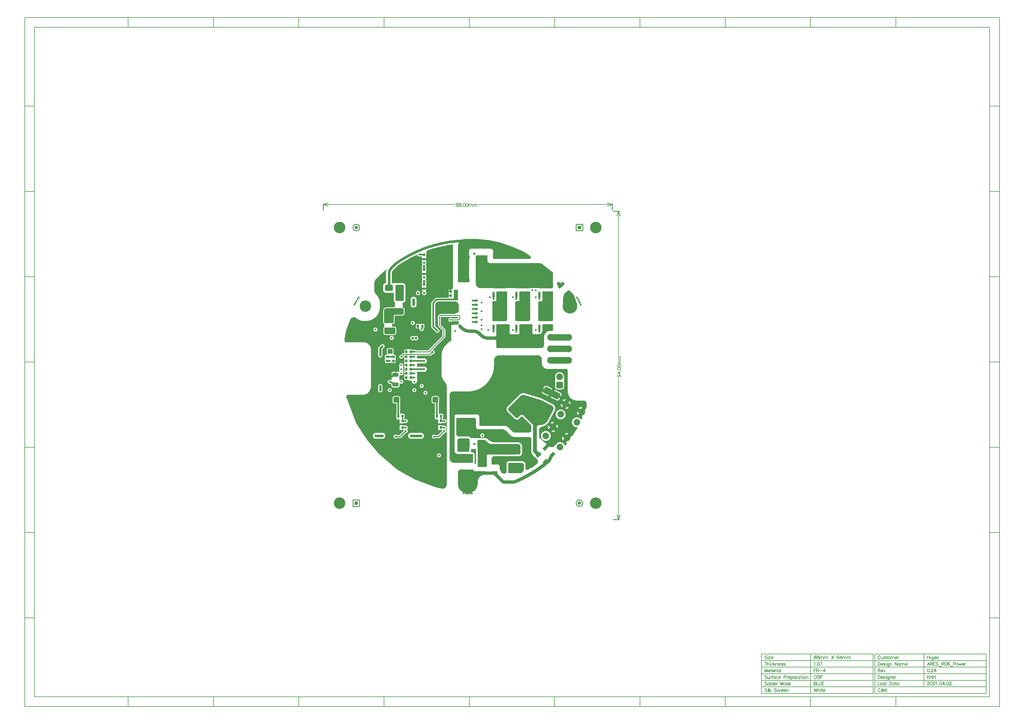
<source format=gbl>
G04 Layer_Physical_Order=6*
G04 Layer_Color=16711680*
%FSLAX44Y44*%
%MOMM*%
G71*
G01*
G75*
%ADD10C,0.2500*%
%ADD11C,0.3500*%
%ADD12C,0.5000*%
%ADD13C,1.0000*%
%ADD14C,0.4000*%
%ADD17C,0.8000*%
G04:AMPARAMS|DCode=18|XSize=0.8mm|YSize=0.7mm|CornerRadius=0.0875mm|HoleSize=0mm|Usage=FLASHONLY|Rotation=0.000|XOffset=0mm|YOffset=0mm|HoleType=Round|Shape=RoundedRectangle|*
%AMROUNDEDRECTD18*
21,1,0.8000,0.5250,0,0,0.0*
21,1,0.6250,0.7000,0,0,0.0*
1,1,0.1750,0.3125,-0.2625*
1,1,0.1750,-0.3125,-0.2625*
1,1,0.1750,-0.3125,0.2625*
1,1,0.1750,0.3125,0.2625*
%
%ADD18ROUNDEDRECTD18*%
G04:AMPARAMS|DCode=26|XSize=1.8mm|YSize=1.15mm|CornerRadius=0.1437mm|HoleSize=0mm|Usage=FLASHONLY|Rotation=180.000|XOffset=0mm|YOffset=0mm|HoleType=Round|Shape=RoundedRectangle|*
%AMROUNDEDRECTD26*
21,1,1.8000,0.8625,0,0,180.0*
21,1,1.5125,1.1500,0,0,180.0*
1,1,0.2875,-0.7562,0.4313*
1,1,0.2875,0.7562,0.4313*
1,1,0.2875,0.7562,-0.4313*
1,1,0.2875,-0.7562,-0.4313*
%
%ADD26ROUNDEDRECTD26*%
G04:AMPARAMS|DCode=27|XSize=1.8mm|YSize=2.8mm|CornerRadius=0.225mm|HoleSize=0mm|Usage=FLASHONLY|Rotation=90.000|XOffset=0mm|YOffset=0mm|HoleType=Round|Shape=RoundedRectangle|*
%AMROUNDEDRECTD27*
21,1,1.8000,2.3500,0,0,90.0*
21,1,1.3500,2.8000,0,0,90.0*
1,1,0.4500,1.1750,0.6750*
1,1,0.4500,1.1750,-0.6750*
1,1,0.4500,-1.1750,-0.6750*
1,1,0.4500,-1.1750,0.6750*
%
%ADD27ROUNDEDRECTD27*%
%ADD35C,1.0000*%
G04:AMPARAMS|DCode=36|XSize=1mm|YSize=1mm|CornerRadius=0.05mm|HoleSize=0mm|Usage=FLASHONLY|Rotation=180.000|XOffset=0mm|YOffset=0mm|HoleType=Round|Shape=RoundedRectangle|*
%AMROUNDEDRECTD36*
21,1,1.0000,0.9000,0,0,180.0*
21,1,0.9000,1.0000,0,0,180.0*
1,1,0.1000,-0.4500,0.4500*
1,1,0.1000,0.4500,0.4500*
1,1,0.1000,0.4500,-0.4500*
1,1,0.1000,-0.4500,-0.4500*
%
%ADD36ROUNDEDRECTD36*%
G04:AMPARAMS|DCode=37|XSize=1.6mm|YSize=1mm|CornerRadius=0.125mm|HoleSize=0mm|Usage=FLASHONLY|Rotation=220.000|XOffset=0mm|YOffset=0mm|HoleType=Round|Shape=RoundedRectangle|*
%AMROUNDEDRECTD37*
21,1,1.6000,0.7500,0,0,220.0*
21,1,1.3500,1.0000,0,0,220.0*
1,1,0.2500,-0.7581,-0.1466*
1,1,0.2500,0.2760,0.7211*
1,1,0.2500,0.7581,0.1466*
1,1,0.2500,-0.2760,-0.7211*
%
%ADD37ROUNDEDRECTD37*%
G04:AMPARAMS|DCode=40|XSize=0.8mm|YSize=0.7mm|CornerRadius=0.0875mm|HoleSize=0mm|Usage=FLASHONLY|Rotation=270.000|XOffset=0mm|YOffset=0mm|HoleType=Round|Shape=RoundedRectangle|*
%AMROUNDEDRECTD40*
21,1,0.8000,0.5250,0,0,270.0*
21,1,0.6250,0.7000,0,0,270.0*
1,1,0.1750,-0.2625,-0.3125*
1,1,0.1750,-0.2625,0.3125*
1,1,0.1750,0.2625,0.3125*
1,1,0.1750,0.2625,-0.3125*
%
%ADD40ROUNDEDRECTD40*%
%ADD51C,0.6000*%
%ADD52C,0.8000*%
%ADD53C,0.2540*%
%ADD54C,0.1270*%
%ADD55C,0.1500*%
%ADD56C,6.0000*%
G04:AMPARAMS|DCode=57|XSize=2mm|YSize=2mm|CornerRadius=0.3mm|HoleSize=0mm|Usage=FLASHONLY|Rotation=90.000|XOffset=0mm|YOffset=0mm|HoleType=Round|Shape=RoundedRectangle|*
%AMROUNDEDRECTD57*
21,1,2.0000,1.4000,0,0,90.0*
21,1,1.4000,2.0000,0,0,90.0*
1,1,0.6000,0.7000,0.7000*
1,1,0.6000,0.7000,-0.7000*
1,1,0.6000,-0.7000,-0.7000*
1,1,0.6000,-0.7000,0.7000*
%
%ADD57ROUNDEDRECTD57*%
%ADD58C,2.0000*%
%ADD59C,3.5000*%
%ADD60C,4.5000*%
%ADD61C,0.7000*%
%ADD62C,0.6000*%
%ADD63C,0.7000*%
G04:AMPARAMS|DCode=64|XSize=1.6mm|YSize=1mm|CornerRadius=0.125mm|HoleSize=0mm|Usage=FLASHONLY|Rotation=180.000|XOffset=0mm|YOffset=0mm|HoleType=Round|Shape=RoundedRectangle|*
%AMROUNDEDRECTD64*
21,1,1.6000,0.7500,0,0,180.0*
21,1,1.3500,1.0000,0,0,180.0*
1,1,0.2500,-0.6750,0.3750*
1,1,0.2500,0.6750,0.3750*
1,1,0.2500,0.6750,-0.3750*
1,1,0.2500,-0.6750,-0.3750*
%
%ADD64ROUNDEDRECTD64*%
G04:AMPARAMS|DCode=65|XSize=3.5mm|YSize=1.2mm|CornerRadius=0.15mm|HoleSize=0mm|Usage=FLASHONLY|Rotation=180.000|XOffset=0mm|YOffset=0mm|HoleType=Round|Shape=RoundedRectangle|*
%AMROUNDEDRECTD65*
21,1,3.5000,0.9000,0,0,180.0*
21,1,3.2000,1.2000,0,0,180.0*
1,1,0.3000,-1.6000,0.4500*
1,1,0.3000,1.6000,0.4500*
1,1,0.3000,1.6000,-0.4500*
1,1,0.3000,-1.6000,-0.4500*
%
%ADD65ROUNDEDRECTD65*%
G04:AMPARAMS|DCode=66|XSize=2mm|YSize=3.2mm|CornerRadius=0.25mm|HoleSize=0mm|Usage=FLASHONLY|Rotation=90.000|XOffset=0mm|YOffset=0mm|HoleType=Round|Shape=RoundedRectangle|*
%AMROUNDEDRECTD66*
21,1,2.0000,2.7000,0,0,90.0*
21,1,1.5000,3.2000,0,0,90.0*
1,1,0.5000,1.3500,0.7500*
1,1,0.5000,1.3500,-0.7500*
1,1,0.5000,-1.3500,-0.7500*
1,1,0.5000,-1.3500,0.7500*
%
%ADD66ROUNDEDRECTD66*%
G04:AMPARAMS|DCode=67|XSize=2mm|YSize=5.2mm|CornerRadius=0.3mm|HoleSize=0mm|Usage=FLASHONLY|Rotation=244.000|XOffset=0mm|YOffset=0mm|HoleType=Round|Shape=RoundedRectangle|*
%AMROUNDEDRECTD67*
21,1,2.0000,4.6000,0,0,244.0*
21,1,1.4000,5.2000,0,0,244.0*
1,1,0.6000,-2.3741,0.3791*
1,1,0.6000,-1.7604,1.6374*
1,1,0.6000,2.3741,-0.3791*
1,1,0.6000,1.7604,-1.6374*
%
%ADD67ROUNDEDRECTD67*%
G04:AMPARAMS|DCode=68|XSize=2.159mm|YSize=2.54mm|CornerRadius=0.2699mm|HoleSize=0mm|Usage=FLASHONLY|Rotation=0.000|XOffset=0mm|YOffset=0mm|HoleType=Round|Shape=RoundedRectangle|*
%AMROUNDEDRECTD68*
21,1,2.1590,2.0002,0,0,0.0*
21,1,1.6193,2.5400,0,0,0.0*
1,1,0.5397,0.8096,-1.0001*
1,1,0.5397,-0.8096,-1.0001*
1,1,0.5397,-0.8096,1.0001*
1,1,0.5397,0.8096,1.0001*
%
%ADD68ROUNDEDRECTD68*%
G04:AMPARAMS|DCode=69|XSize=1.8mm|YSize=1.8mm|CornerRadius=0.225mm|HoleSize=0mm|Usage=FLASHONLY|Rotation=270.000|XOffset=0mm|YOffset=0mm|HoleType=Round|Shape=RoundedRectangle|*
%AMROUNDEDRECTD69*
21,1,1.8000,1.3500,0,0,270.0*
21,1,1.3500,1.8000,0,0,270.0*
1,1,0.4500,-0.6750,-0.6750*
1,1,0.4500,-0.6750,0.6750*
1,1,0.4500,0.6750,0.6750*
1,1,0.4500,0.6750,-0.6750*
%
%ADD69ROUNDEDRECTD69*%
G04:AMPARAMS|DCode=70|XSize=3.175mm|YSize=1mm|CornerRadius=0.1mm|HoleSize=0mm|Usage=FLASHONLY|Rotation=180.000|XOffset=0mm|YOffset=0mm|HoleType=Round|Shape=RoundedRectangle|*
%AMROUNDEDRECTD70*
21,1,3.1750,0.8000,0,0,180.0*
21,1,2.9750,1.0000,0,0,180.0*
1,1,0.2000,-1.4875,0.4000*
1,1,0.2000,1.4875,0.4000*
1,1,0.2000,1.4875,-0.4000*
1,1,0.2000,-1.4875,-0.4000*
%
%ADD70ROUNDEDRECTD70*%
G04:AMPARAMS|DCode=71|XSize=4.445mm|YSize=4mm|CornerRadius=0.4mm|HoleSize=0mm|Usage=FLASHONLY|Rotation=180.000|XOffset=0mm|YOffset=0mm|HoleType=Round|Shape=RoundedRectangle|*
%AMROUNDEDRECTD71*
21,1,4.4450,3.2000,0,0,180.0*
21,1,3.6450,4.0000,0,0,180.0*
1,1,0.8000,-1.8225,1.6000*
1,1,0.8000,1.8225,1.6000*
1,1,0.8000,1.8225,-1.6000*
1,1,0.8000,-1.8225,-1.6000*
%
%ADD71ROUNDEDRECTD71*%
G04:AMPARAMS|DCode=72|XSize=0.635mm|YSize=1.778mm|CornerRadius=0.1588mm|HoleSize=0mm|Usage=FLASHONLY|Rotation=180.000|XOffset=0mm|YOffset=0mm|HoleType=Round|Shape=RoundedRectangle|*
%AMROUNDEDRECTD72*
21,1,0.6350,1.4605,0,0,180.0*
21,1,0.3175,1.7780,0,0,180.0*
1,1,0.3175,-0.1588,0.7302*
1,1,0.3175,0.1588,0.7302*
1,1,0.3175,0.1588,-0.7302*
1,1,0.3175,-0.1588,-0.7302*
%
%ADD72ROUNDEDRECTD72*%
G04:AMPARAMS|DCode=73|XSize=1.6mm|YSize=1mm|CornerRadius=0.125mm|HoleSize=0mm|Usage=FLASHONLY|Rotation=45.000|XOffset=0mm|YOffset=0mm|HoleType=Round|Shape=RoundedRectangle|*
%AMROUNDEDRECTD73*
21,1,1.6000,0.7500,0,0,45.0*
21,1,1.3500,1.0000,0,0,45.0*
1,1,0.2500,0.7425,0.2121*
1,1,0.2500,-0.2121,-0.7425*
1,1,0.2500,-0.7425,-0.2121*
1,1,0.2500,0.2121,0.7425*
%
%ADD73ROUNDEDRECTD73*%
G04:AMPARAMS|DCode=74|XSize=2mm|YSize=3.15mm|CornerRadius=0.2mm|HoleSize=0mm|Usage=FLASHONLY|Rotation=90.000|XOffset=0mm|YOffset=0mm|HoleType=Round|Shape=RoundedRectangle|*
%AMROUNDEDRECTD74*
21,1,2.0000,2.7500,0,0,90.0*
21,1,1.6000,3.1500,0,0,90.0*
1,1,0.4000,1.3750,0.8000*
1,1,0.4000,1.3750,-0.8000*
1,1,0.4000,-1.3750,-0.8000*
1,1,0.4000,-1.3750,0.8000*
%
%ADD74ROUNDEDRECTD74*%
%ADD75C,1.2000*%
G36*
X-1Y385000D02*
X15000Y385000D01*
X15000Y385000D01*
Y385000D01*
X22713Y385000D01*
X22719Y385000D01*
X30000Y385000D01*
X33844Y384451D01*
X38118Y384240D01*
X53468Y382720D01*
X68724Y380445D01*
X83849Y377420D01*
X98806Y373652D01*
X113560Y369151D01*
X128073Y363928D01*
X135192Y360961D01*
X167500Y347500D01*
X168995Y346603D01*
D01*
X176818Y341909D01*
D01*
X187320Y335608D01*
X191313Y331615D01*
X191313Y331614D01*
X191313Y331614D01*
X191315Y331612D01*
X191904Y330836D01*
X192022Y330660D01*
X192325Y329926D01*
X192481Y329147D01*
X192500Y328750D01*
X192500Y328750D01*
X192404Y327774D01*
X191657Y325972D01*
X190278Y324593D01*
X188475Y323846D01*
X187500Y323750D01*
X176250D01*
X80000Y323750D01*
X80000D01*
X79981D01*
X79703Y323750D01*
X79702Y323750D01*
X79503D01*
X78584Y324131D01*
X77881Y324834D01*
X77500Y325753D01*
Y325952D01*
X77500Y325953D01*
X77500Y326500D01*
X77500Y347499D01*
X77499Y347499D01*
X77464Y348234D01*
X77177Y349676D01*
X76615Y351035D01*
X75798Y352258D01*
X74758Y353297D01*
X73536Y354114D01*
X72177Y354677D01*
X70735Y354964D01*
X70000Y355000D01*
X10000Y355000D01*
X9999Y354999D01*
X8780Y354879D01*
X6527Y353946D01*
X4803Y352222D01*
X3870Y349969D01*
X3798Y349240D01*
Y348798D01*
X3798Y348798D01*
X3798Y348798D01*
X3798Y348798D01*
Y337838D01*
X3750D01*
X3750Y319662D01*
X3798D01*
X3798Y267838D01*
X3750D01*
Y256250D01*
X3749Y256249D01*
Y255503D01*
X3178Y254125D01*
X2124Y253071D01*
X746Y252500D01*
X-0D01*
X-27500Y252500D01*
X-27500Y252500D01*
X-27997Y252500D01*
X-28916Y252881D01*
X-29619Y253584D01*
X-30000Y254503D01*
Y255000D01*
X-30000Y362500D01*
X-30000Y362500D01*
Y364716D01*
X-29135Y369063D01*
X-27439Y373158D01*
X-24977Y376843D01*
X-21843Y379977D01*
X-18158Y382439D01*
X-14063Y384135D01*
X-9716Y385000D01*
X-7500D01*
X-2466Y385000D01*
X-2463Y385000D01*
X-1Y385000D01*
D02*
G37*
G36*
X57500Y335000D02*
X57997Y335000D01*
X58916Y334619D01*
X59619Y333916D01*
X60000Y332997D01*
X60000Y332500D01*
X60000Y320000D01*
Y320000D01*
X60042Y319142D01*
X60377Y317460D01*
X61033Y315875D01*
X61986Y314449D01*
X63199Y313236D01*
X64625Y312283D01*
X66210Y311627D01*
X67892Y311292D01*
X68750Y311250D01*
X216565Y311250D01*
X216564Y311248D01*
X218344Y311249D01*
X221856Y310657D01*
X225219Y309487D01*
X228340Y307773D01*
X229736Y306667D01*
X258857Y283613D01*
X258855Y283611D01*
X259123Y283400D01*
X259550Y282869D01*
X259848Y282256D01*
X260000Y281591D01*
X260000Y281250D01*
X260000Y238750D01*
X259998Y238748D01*
X259998Y238003D01*
X259427Y236625D01*
X258373Y235571D01*
X256996Y235000D01*
X256250Y235000D01*
X38750Y235000D01*
X37346D01*
X34593Y235547D01*
X32000Y236622D01*
X29666Y238181D01*
X27681Y240166D01*
X26122Y242500D01*
X25048Y245093D01*
X24500Y247846D01*
Y249250D01*
Y333250D01*
X24500Y333598D01*
X24766Y334241D01*
X25259Y334733D01*
X25902Y335000D01*
X26250Y335000D01*
X57500Y335000D01*
X57500Y335000D01*
D02*
G37*
G36*
X-45000Y367183D02*
X-45000Y340000D01*
X-45000Y243493D01*
Y235493D01*
X-45067Y234812D01*
X-45589Y233552D01*
X-46553Y232589D01*
X-47812Y232067D01*
X-48493Y232000D01*
X-48875Y232076D01*
X-50250D01*
Y232000D01*
X-51000D01*
Y225000D01*
X-51500D01*
Y223750D01*
X-58076D01*
Y221875D01*
X-57775Y220363D01*
X-57318Y219680D01*
X-57024Y218749D01*
X-57319Y217821D01*
X-57776Y217137D01*
X-58077Y215625D01*
Y213750D01*
X-51501D01*
Y211250D01*
X-58077D01*
Y209375D01*
X-57776Y207863D01*
X-57118Y206878D01*
X-57484Y205859D01*
X-57680Y205608D01*
X-95000D01*
X-97146Y205181D01*
X-98965Y203965D01*
X-108965Y193965D01*
X-110181Y192146D01*
X-110608Y190000D01*
Y117500D01*
X-110181Y115354D01*
X-108965Y113535D01*
X-98167Y102737D01*
X-98152Y102659D01*
X-96826Y100674D01*
X-94841Y99348D01*
X-92500Y98883D01*
X-90159Y99348D01*
X-88174Y100674D01*
X-86848Y102659D01*
X-86382Y105000D01*
X-86848Y107341D01*
X-88174Y109326D01*
X-90159Y110652D01*
X-90237Y110667D01*
X-99392Y119823D01*
Y187677D01*
X-92677Y194392D01*
X-39686D01*
X-38500Y194392D01*
X-38500Y194392D01*
X-38481Y194390D01*
X-37297Y194273D01*
X-35197Y193770D01*
X-33157Y192830D01*
X-31340Y191511D01*
X-29815Y189863D01*
X-28641Y187948D01*
X-27863Y185842D01*
X-27511Y183624D01*
X-27500Y182504D01*
X-27500Y165000D01*
X-27500Y165000D01*
X-27609Y163894D01*
X-28455Y161852D01*
X-30019Y160288D01*
X-32061Y159442D01*
X-33167Y159333D01*
X-35667Y159333D01*
X-35667Y159333D01*
X-36031Y159333D01*
X-36705Y159054D01*
X-37221Y158538D01*
X-37500Y157865D01*
X-37500Y157500D01*
X-37500Y157251D01*
X-38237Y156119D01*
X-38286Y156083D01*
X-83250D01*
X-84908Y155753D01*
X-86314Y154814D01*
X-89314Y151814D01*
X-90253Y150408D01*
X-90583Y148750D01*
Y121250D01*
X-90253Y119592D01*
X-89314Y118186D01*
X-76833Y105705D01*
Y89295D01*
X-120795Y45333D01*
X-157382D01*
X-158678Y46199D01*
X-160146Y46807D01*
X-161705Y47118D01*
X-163295D01*
X-164854Y46807D01*
X-165336Y46608D01*
X-168374D01*
X-168581Y46919D01*
X-169863Y47775D01*
X-171375Y48076D01*
X-174500D01*
Y48500D01*
X-186500D01*
Y48076D01*
X-186500D01*
Y41000D01*
X-187000D01*
Y39750D01*
X-193576D01*
Y37875D01*
X-193774Y37633D01*
X-195000D01*
X-196658Y37304D01*
X-198064Y36364D01*
X-202513Y31915D01*
X-204841Y31452D01*
X-206826Y30126D01*
X-208152Y28141D01*
X-208617Y25800D01*
X-208152Y23459D01*
X-206826Y21474D01*
X-204841Y20148D01*
X-202500Y19683D01*
X-200159Y20148D01*
X-198174Y21474D01*
X-196848Y23459D01*
X-196385Y25787D01*
X-194749Y27423D01*
X-193849Y27050D01*
X-187000D01*
Y24550D01*
X-193576D01*
Y22675D01*
X-193275Y21163D01*
X-192418Y19881D01*
Y19019D01*
X-193275Y17737D01*
X-193576Y16225D01*
Y14350D01*
X-187000D01*
Y11850D01*
X-193576D01*
Y9975D01*
X-193275Y8463D01*
X-192418Y7181D01*
Y6319D01*
X-193275Y5037D01*
X-193576Y3525D01*
Y1650D01*
X-187000D01*
Y-850D01*
X-193576D01*
Y-2725D01*
X-193275Y-4237D01*
X-192418Y-5519D01*
Y-6381D01*
X-193275Y-7663D01*
X-193576Y-9175D01*
Y-11050D01*
X-187000D01*
Y-13550D01*
X-193576D01*
Y-15425D01*
X-193275Y-16937D01*
X-192418Y-18219D01*
Y-19081D01*
X-193275Y-20363D01*
X-193576Y-21875D01*
Y-23750D01*
X-187000D01*
Y-26250D01*
X-193576D01*
Y-28125D01*
X-193275Y-29637D01*
X-192726Y-30459D01*
X-192519Y-31350D01*
X-192726Y-32241D01*
X-193275Y-33063D01*
X-193576Y-34575D01*
Y-36450D01*
X-187000D01*
Y-37700D01*
X-186500D01*
Y-44776D01*
X-186500D01*
Y-45200D01*
X-185750D01*
D01*
X-180652D01*
X-178917Y-46359D01*
X-176625Y-46815D01*
X-171375D01*
X-170569Y-47477D01*
Y-49243D01*
X-170259Y-50802D01*
X-169651Y-52271D01*
X-168768Y-53592D01*
X-167644Y-54716D01*
X-166322Y-55599D01*
X-164854Y-56207D01*
X-163295Y-56518D01*
X-161705D01*
X-160146Y-56207D01*
X-158678Y-55599D01*
X-157356Y-54716D01*
X-156232Y-53592D01*
X-155349Y-52271D01*
X-154741Y-50802D01*
X-154431Y-49243D01*
Y-19865D01*
X-135142D01*
X-134588Y-20094D01*
X-132500Y-20369D01*
X-130412Y-20094D01*
X-128465Y-19288D01*
X-126794Y-18006D01*
X-125512Y-16334D01*
X-124706Y-14388D01*
X-124431Y-12300D01*
X-124706Y-10211D01*
X-125512Y-8265D01*
X-126794Y-6594D01*
X-128465Y-5312D01*
X-130412Y-4506D01*
X-132500Y-4231D01*
X-134588Y-4506D01*
X-135142Y-4735D01*
X-154431D01*
Y5535D01*
X-135142D01*
X-134588Y5306D01*
X-132500Y5031D01*
X-130412Y5306D01*
X-128465Y6112D01*
X-126794Y7394D01*
X-125512Y9066D01*
X-124706Y11012D01*
X-124431Y13100D01*
X-124706Y15188D01*
X-125512Y17135D01*
X-126794Y18806D01*
X-128465Y20088D01*
X-130412Y20894D01*
X-132500Y21169D01*
X-134588Y20894D01*
X-135142Y20665D01*
X-154431D01*
Y28967D01*
X-114200D01*
X-112542Y29297D01*
X-111136Y30236D01*
X-107878Y33494D01*
X-107500Y33444D01*
X-105803Y33667D01*
X-104222Y34322D01*
X-102864Y35364D01*
X-101822Y36722D01*
X-101167Y38303D01*
X-100944Y40000D01*
X-101167Y41697D01*
X-101822Y43278D01*
X-102864Y44636D01*
X-104222Y45678D01*
X-105803Y46333D01*
X-105914Y46347D01*
X-106322Y47550D01*
X-69436Y84436D01*
X-68497Y85842D01*
X-68167Y87500D01*
Y107500D01*
X-68497Y109158D01*
X-69436Y110564D01*
X-81917Y123045D01*
Y146955D01*
X-81455Y147417D01*
X-29333D01*
Y144295D01*
X-30795Y142833D01*
X-48186D01*
X-50159Y144152D01*
X-52500Y144618D01*
X-54841Y144152D01*
X-56826Y142826D01*
X-58152Y140841D01*
X-58618Y138500D01*
X-58152Y136159D01*
X-56826Y134174D01*
X-54841Y132848D01*
X-52500Y132382D01*
X-50159Y132848D01*
X-48186Y134167D01*
X-29000D01*
X-28482Y134270D01*
X-27500Y133464D01*
Y127500D01*
X-27572Y126768D01*
X-27795Y126230D01*
X-29456Y124956D01*
X-30236Y123939D01*
X-30518Y123822D01*
X-31250Y123750D01*
X-47997D01*
X-48916Y123369D01*
X-49619Y122666D01*
X-50000Y121747D01*
Y76250D01*
X-50048Y75762D01*
X-50421Y74861D01*
X-50710Y74572D01*
X-51024Y74437D01*
X-52158Y73784D01*
X-52500Y73750D01*
X-52462Y73609D01*
X-56318Y71387D01*
X-61222Y67742D01*
X-65669Y63552D01*
X-69599Y58873D01*
X-72959Y53770D01*
X-75703Y48310D01*
X-77793Y42569D01*
X-79203Y36624D01*
X-79912Y30555D01*
X-80000Y27500D01*
X-80000D01*
X-80000Y27500D01*
X-80000D01*
X-80000Y-25858D01*
X-79941Y-27873D01*
X-79466Y-31874D01*
X-78523Y-35792D01*
X-77125Y-39572D01*
X-75292Y-43160D01*
X-73048Y-46508D01*
X-71719Y-48059D01*
X-71719Y-48059D01*
X-71718Y-48059D01*
X-70426Y-49567D01*
X-70131Y-49839D01*
X-69104Y-51090D01*
X-67621Y-53310D01*
X-66362Y-55665D01*
X-65340Y-58131D01*
X-64565Y-60686D01*
X-64044Y-63305D01*
X-63783Y-65962D01*
X-63750Y-67297D01*
Y-363738D01*
X-63808Y-364928D01*
X-64272Y-367261D01*
X-65183Y-369459D01*
X-66505Y-371437D01*
X-68187Y-373119D01*
X-70165Y-374440D01*
X-72362Y-375351D01*
X-74696Y-375815D01*
X-75885Y-375873D01*
X-95000Y-372500D01*
X-162500Y-347500D01*
X-215000Y-317500D01*
X-270000Y-270000D01*
X-305000Y-230000D01*
X-340000Y-177500D01*
X-367500Y-102500D01*
X-370000Y-96250D01*
X-369880Y-95031D01*
X-368947Y-92778D01*
X-367222Y-91053D01*
X-364969Y-90120D01*
X-363750Y-90000D01*
X-320000D01*
X-317550Y-89880D01*
X-312743Y-88924D01*
X-308215Y-87048D01*
X-304140Y-84325D01*
X-300675Y-80860D01*
X-297952Y-76785D01*
X-296077Y-72257D01*
X-295121Y-67451D01*
X-295000Y-65000D01*
X-295000Y-65000D01*
X-295000Y47500D01*
X-295108Y49706D01*
X-295968Y54032D01*
X-297655Y58107D01*
X-300106Y61775D01*
X-303225Y64894D01*
X-306893Y67345D01*
X-310968Y69032D01*
X-315295Y69892D01*
X-317500Y70000D01*
X-317500Y70000D01*
X-317500Y70000D01*
X-371250D01*
X-371982Y70072D01*
X-373333Y70632D01*
X-374368Y71667D01*
X-374928Y73018D01*
X-375000Y73750D01*
Y82500D01*
X-370000Y107500D01*
X-357500Y140000D01*
X-355702Y142997D01*
X-355319Y143344D01*
X-353232Y144738D01*
X-350913Y145699D01*
X-348452Y146188D01*
X-347197Y146250D01*
X-343680D01*
X-343612Y146186D01*
X-340336Y143498D01*
X-336813Y141144D01*
X-333076Y139146D01*
X-329161Y137524D01*
X-325106Y136294D01*
X-320950Y135468D01*
X-316733Y135052D01*
X-314614Y135000D01*
X-310000D01*
X-307220Y135091D01*
X-301709Y135817D01*
X-296339Y137255D01*
X-291203Y139383D01*
X-286388Y142163D01*
X-281978Y145547D01*
X-278047Y149478D01*
X-274662Y153888D01*
X-271883Y158703D01*
X-269755Y163839D01*
X-268317Y169209D01*
X-267591Y174720D01*
X-267500Y177500D01*
X-267500Y187322D01*
X-267551Y189417D01*
X-267960Y193585D01*
X-268777Y197693D01*
X-269992Y201701D01*
X-271595Y205570D01*
X-273570Y209264D01*
X-275897Y212746D01*
X-278555Y215983D01*
X-280000Y217500D01*
X-280000Y217500D01*
X-281189Y218689D01*
X-283057Y221485D01*
X-284344Y224592D01*
X-285000Y227890D01*
X-285000Y229571D01*
Y247500D01*
Y249878D01*
X-284072Y254542D01*
X-282252Y258936D01*
X-279610Y262890D01*
X-277929Y264571D01*
X-277929Y264571D01*
X-267500Y275000D01*
X-248060Y292010D01*
X-247029Y291269D01*
X-247495Y290144D01*
X-248697Y285135D01*
X-249101Y280000D01*
X-249078D01*
Y250098D01*
X-250294D01*
X-251859Y249787D01*
X-253334Y249176D01*
X-254661Y248289D01*
X-255789Y247161D01*
X-256676Y245834D01*
X-257287Y244359D01*
X-257598Y242794D01*
Y228456D01*
X-257287Y226891D01*
X-256676Y225416D01*
X-255789Y224089D01*
X-254661Y222961D01*
X-253334Y222074D01*
X-251859Y221463D01*
X-250294Y221152D01*
X-225098D01*
Y215000D01*
X-225098Y198750D01*
X-225098Y198750D01*
X-225098Y198749D01*
X-225098Y198252D01*
X-224887Y197193D01*
X-224710Y196301D01*
X-224329Y195383D01*
X-223224Y193729D01*
X-222521Y193026D01*
X-222000Y192678D01*
Y176299D01*
X-248239D01*
X-248485Y176250D01*
X-248736D01*
X-250185Y175962D01*
X-250417Y175866D01*
X-250663Y175817D01*
X-252028Y175251D01*
X-252237Y175112D01*
X-252469Y175016D01*
X-253697Y174195D01*
X-253875Y174017D01*
X-254083Y173878D01*
X-255128Y172833D01*
X-255268Y172625D01*
X-255445Y172447D01*
X-256266Y171219D01*
X-256362Y170987D01*
X-256501Y170778D01*
X-257067Y169413D01*
X-257116Y169167D01*
X-257212Y168935D01*
X-257500Y167486D01*
Y167235D01*
X-257549Y166989D01*
Y130753D01*
X-257355Y129777D01*
X-256974Y128858D01*
X-256422Y128031D01*
X-255719Y127328D01*
X-255718Y127328D01*
X-254892Y126776D01*
X-254500Y126613D01*
X-254500Y116568D01*
X-254718Y116422D01*
X-255422Y115718D01*
X-255422Y115718D01*
X-255974Y114892D01*
X-256355Y113973D01*
X-256549Y112997D01*
Y98204D01*
X-256355Y97229D01*
X-255746Y95759D01*
X-255193Y94932D01*
X-255193Y94932D01*
X-254068Y93807D01*
X-254068Y93806D01*
X-253241Y93254D01*
X-251771Y92645D01*
X-250796Y92451D01*
X-224005D01*
X-223030Y92645D01*
X-221192Y93406D01*
X-220365Y93959D01*
X-218959Y95365D01*
X-218406Y96192D01*
X-217645Y98030D01*
X-217451Y99005D01*
Y112997D01*
X-217645Y113973D01*
X-218026Y114892D01*
X-218578Y115718D01*
X-219282Y116422D01*
X-220108Y116974D01*
X-220109Y116974D01*
X-221027Y117355D01*
X-222003Y117549D01*
X-230500D01*
X-230500Y126201D01*
X-227003D01*
X-226027Y126395D01*
X-225109Y126776D01*
X-224282Y127328D01*
X-223578Y128031D01*
X-223578Y128031D01*
X-223026Y128858D01*
X-222645Y129777D01*
X-222451Y130753D01*
Y149875D01*
X-222428Y150105D01*
X-222207Y150640D01*
X-221890Y150957D01*
X-221355Y151178D01*
X-221125Y151201D01*
X-200007D01*
X-199031Y151395D01*
X-196734Y152347D01*
X-195907Y152899D01*
X-194149Y154657D01*
X-193597Y155484D01*
X-192645Y157781D01*
X-192451Y158757D01*
Y169744D01*
X-192645Y170720D01*
X-193406Y172558D01*
X-193959Y173385D01*
X-195365Y174791D01*
X-196192Y175344D01*
X-198000Y176092D01*
Y190088D01*
X-198000Y190088D01*
X-197008Y191149D01*
X-197004Y191152D01*
X-195969Y191357D01*
X-195054Y191539D01*
X-195053Y191539D01*
X-195053Y191539D01*
X-194134Y191920D01*
X-194133Y191920D01*
X-194133Y191920D01*
X-193282Y192489D01*
X-192480Y193025D01*
X-192479Y193025D01*
X-192479Y193025D01*
X-191776Y193729D01*
X-191775Y193729D01*
X-191775Y193729D01*
X-191216Y194566D01*
X-190671Y195382D01*
X-190670Y195383D01*
X-190670Y195384D01*
X-190290Y196303D01*
X-190289Y196303D01*
X-190289Y196303D01*
X-190108Y197215D01*
X-189902Y198254D01*
X-189902Y198254D01*
X-189902Y198255D01*
X-189902Y198752D01*
Y227553D01*
X-189902Y227553D01*
Y242417D01*
X-190229Y244063D01*
X-190872Y245613D01*
X-191804Y247009D01*
X-192991Y248196D01*
X-194387Y249128D01*
X-195937Y249771D01*
X-197583Y250098D01*
X-198004D01*
X-198004Y250098D01*
X-198004Y250098D01*
X-198005Y250098D01*
X-198750Y250098D01*
X-216250Y250098D01*
X-216250Y250098D01*
X-230922D01*
Y280000D01*
X-230961Y280291D01*
X-230497Y283811D01*
X-229026Y287363D01*
X-226865Y290180D01*
X-226632Y290359D01*
X-214256Y302734D01*
X-206113Y308469D01*
X-190728Y318211D01*
X-174885Y327187D01*
X-158620Y335374D01*
X-154831Y337053D01*
X-153387Y336304D01*
X-153152Y335124D01*
X-151826Y333139D01*
X-149841Y331813D01*
X-147500Y331347D01*
X-145626Y331720D01*
X-140000Y331346D01*
Y326507D01*
X-140076Y326125D01*
Y324750D01*
X-140000D01*
Y324000D01*
X-133000D01*
X-126000D01*
Y324750D01*
X-125924D01*
Y326125D01*
X-126000Y326507D01*
Y333493D01*
X-125924Y333875D01*
Y339125D01*
X-126000Y339506D01*
Y341550D01*
X-125942Y342722D01*
X-125485Y345019D01*
X-124589Y347183D01*
X-123287Y349131D01*
X-122500Y350000D01*
X-122500D01*
X-122311Y350189D01*
X-107694Y355018D01*
X-90144Y359875D01*
X-72377Y363864D01*
X-54436Y366978D01*
X-45951Y368024D01*
X-45000Y367183D01*
D02*
G37*
G36*
X-196626Y244429D02*
X-195571Y243374D01*
X-195000Y241996D01*
X-195000Y241250D01*
X-195000Y241250D01*
Y198750D01*
X-195000Y198253D01*
X-195380Y197334D01*
X-196084Y196630D01*
X-197003Y196250D01*
X-197500Y196250D01*
X-197500D01*
X-217500Y196250D01*
X-217997D01*
X-218916Y196631D01*
X-219619Y197334D01*
X-220000Y198253D01*
X-220000Y198750D01*
Y198750D01*
X-220000Y215000D01*
X-220000Y241250D01*
Y241996D01*
X-219429Y243374D01*
X-218374Y244429D01*
X-216996Y245000D01*
X-216250D01*
X-216250Y245000D01*
X-198750Y245000D01*
X-198004Y245000D01*
X-196626Y244429D01*
D02*
G37*
G36*
X309537Y228209D02*
X311155Y227454D01*
X311768Y226805D01*
X324325Y213509D01*
X333750Y185000D01*
Y180000D01*
X290000D01*
Y200000D01*
X293750Y217500D01*
X305374Y227187D01*
X305374Y227187D01*
X306059Y227758D01*
X307755Y228316D01*
X309537Y228209D01*
D02*
G37*
G36*
X-229451Y244315D02*
X-228185Y243049D01*
X-227500Y241395D01*
Y240500D01*
Y231500D01*
Y230605D01*
X-228185Y228951D01*
X-229451Y227685D01*
X-231105Y227000D01*
X-249296D01*
X-250766Y227609D01*
X-251891Y228734D01*
X-252500Y230204D01*
Y231000D01*
Y240000D01*
Y240994D01*
X-251739Y242832D01*
X-250332Y244239D01*
X-248495Y245000D01*
X-231105D01*
X-229451Y244315D01*
D02*
G37*
G36*
X-31084Y229619D02*
X-30381Y228916D01*
X-30000Y227997D01*
Y227500D01*
Y200000D01*
Y199503D01*
X-30381Y198584D01*
X-31084Y197881D01*
X-32003Y197500D01*
X-41499D01*
X-41958Y197690D01*
X-42310Y198042D01*
X-42500Y198501D01*
Y198750D01*
Y228750D01*
Y228999D01*
X-42310Y229458D01*
X-41958Y229810D01*
X-41499Y230000D01*
X-32003D01*
X-31084Y229619D01*
D02*
G37*
G36*
X118916Y224620D02*
X119619Y223916D01*
X120000Y222997D01*
Y222500D01*
Y140000D01*
Y139006D01*
X119239Y137168D01*
X117832Y135761D01*
X115995Y135000D01*
X77003D01*
X76084Y135381D01*
X75381Y136084D01*
X75000Y137003D01*
Y137500D01*
Y192500D01*
Y192997D01*
X75381Y193916D01*
X76084Y194620D01*
X77003Y195000D01*
X85000D01*
X85488Y195048D01*
X86389Y195421D01*
X87079Y196111D01*
X87452Y197012D01*
X87500Y197500D01*
Y222500D01*
Y222997D01*
X87881Y223916D01*
X88584Y224620D01*
X89503Y225000D01*
X117997D01*
X118916Y224620D01*
D02*
G37*
G36*
X188916Y224620D02*
X189619Y223916D01*
X190000Y222997D01*
Y222500D01*
Y140000D01*
Y139005D01*
X189239Y137168D01*
X187832Y135761D01*
X185994Y135000D01*
X147003D01*
X146084Y135381D01*
X145381Y136084D01*
X145000Y137003D01*
Y137500D01*
Y192500D01*
Y192997D01*
X145381Y193916D01*
X146084Y194620D01*
X147003Y195000D01*
X155000D01*
X155488Y195048D01*
X156389Y195421D01*
X157079Y196111D01*
X157452Y197012D01*
X157500Y197500D01*
Y222500D01*
Y222997D01*
X157881Y223916D01*
X158584Y224620D01*
X159503Y225000D01*
X187997D01*
X188916Y224620D01*
D02*
G37*
G36*
X258916Y224619D02*
X259619Y223916D01*
X260000Y222997D01*
Y222500D01*
Y140000D01*
Y139005D01*
X259239Y137168D01*
X257832Y135761D01*
X255994Y135000D01*
X217003D01*
X216084Y135381D01*
X215381Y136084D01*
X215000Y137003D01*
Y137500D01*
Y192500D01*
Y192997D01*
X215381Y193916D01*
X216084Y194619D01*
X217003Y195000D01*
X225000D01*
X225488Y195048D01*
X226389Y195421D01*
X227079Y196111D01*
X227452Y197012D01*
X227500Y197500D01*
Y222500D01*
Y222997D01*
X227881Y223916D01*
X228584Y224619D01*
X229503Y225000D01*
X257997D01*
X258916Y224619D01*
D02*
G37*
G36*
X-197168Y172989D02*
X-195761Y171582D01*
X-195000Y169744D01*
Y168750D01*
Y160000D01*
Y158757D01*
X-195951Y156460D01*
X-197710Y154701D01*
X-200007Y153750D01*
X-221250D01*
X-221982Y153678D01*
X-223333Y153118D01*
X-224368Y152083D01*
X-224928Y150732D01*
X-225000Y150000D01*
Y131250D01*
Y130753D01*
X-225381Y129834D01*
X-226084Y129131D01*
X-227003Y128750D01*
X-252997D01*
X-253916Y129131D01*
X-254619Y129834D01*
X-255000Y130753D01*
Y131250D01*
Y166250D01*
Y166989D01*
X-254712Y168438D01*
X-254146Y169803D01*
X-253326Y171031D01*
X-252281Y172076D01*
X-251053Y172896D01*
X-249688Y173462D01*
X-248239Y173750D01*
X-199005D01*
X-197168Y172989D01*
D02*
G37*
G36*
X257500Y125000D02*
X257997Y125000D01*
X258916Y124619D01*
X259619Y123916D01*
X259999Y122997D01*
X259999Y122499D01*
X260000Y122500D01*
X260000Y105000D01*
X252500Y105000D01*
X250539Y104903D01*
X246694Y104139D01*
X243072Y102638D01*
X239812Y100460D01*
X237040Y97688D01*
X234862Y94428D01*
X233361Y90805D01*
X232596Y86960D01*
X232500Y85000D01*
Y85000D01*
X232500Y61250D01*
X232500Y60388D01*
X232164Y58697D01*
X231504Y57105D01*
X230546Y55672D01*
X229328Y54453D01*
X227894Y53496D01*
X226302Y52836D01*
X224611Y52500D01*
X223750Y52500D01*
X223750Y52500D01*
X90000Y52500D01*
X89503Y52500D01*
X88584Y52880D01*
X87880Y53584D01*
X87500Y54503D01*
X87500Y55000D01*
Y55000D01*
Y122500D01*
Y122997D01*
X87881Y123916D01*
X88584Y124619D01*
X89503Y125000D01*
X90000Y125000D01*
X90000Y125000D01*
X125000Y125000D01*
X125497Y125000D01*
X126416Y124619D01*
X127119Y123916D01*
X127499Y122997D01*
X127499Y122499D01*
X127500Y122500D01*
Y97500D01*
X127548Y97012D01*
X127921Y96111D01*
X128610Y95421D01*
X129511Y95048D01*
X129999Y95000D01*
X130000Y95000D01*
X155000D01*
X155488Y95048D01*
X156389Y95421D01*
X157079Y96111D01*
X157452Y97012D01*
X157500Y97500D01*
Y122500D01*
Y122997D01*
X157881Y123916D01*
X158584Y124619D01*
X159503Y125000D01*
X160000Y125000D01*
X160000Y125000D01*
X195000Y125000D01*
X195497Y125000D01*
X196416Y124619D01*
X197119Y123916D01*
X197499Y122997D01*
X197499Y122499D01*
X197500Y122500D01*
Y97500D01*
X197548Y97012D01*
X197921Y96111D01*
X198610Y95421D01*
X199511Y95048D01*
X199999Y95000D01*
X200000Y95000D01*
X217500Y95000D01*
X218480Y95048D01*
X220403Y95430D01*
X222213Y96181D01*
X223843Y97270D01*
X225229Y98656D01*
X226318Y100285D01*
X227068Y102096D01*
X227451Y104019D01*
X227499Y104999D01*
X227500Y105000D01*
X227500Y122500D01*
Y122997D01*
X227881Y123916D01*
X228584Y124619D01*
X229503Y125000D01*
X230000Y125000D01*
X230000Y125000D01*
X257500Y125000D01*
D02*
G37*
G36*
X-221084Y114619D02*
X-220381Y113916D01*
X-220000Y112997D01*
Y112500D01*
Y100000D01*
Y99005D01*
X-220761Y97168D01*
X-222168Y95761D01*
X-224005Y95000D01*
X-250796D01*
X-252266Y95609D01*
X-253391Y96734D01*
X-254000Y98204D01*
Y99000D01*
Y112500D01*
Y112997D01*
X-253619Y113916D01*
X-252916Y114619D01*
X-251997Y115000D01*
X-222003D01*
X-221084Y114619D01*
D02*
G37*
G36*
X311302Y94664D02*
X312895Y94004D01*
X314328Y93047D01*
X315546Y91828D01*
X316504Y90395D01*
X317164Y88802D01*
X317500Y87112D01*
Y86250D01*
Y85000D01*
Y84015D01*
X317116Y82083D01*
X316362Y80263D01*
X315268Y78625D01*
X313875Y77232D01*
X312237Y76138D01*
X310417Y75384D01*
X308485Y75000D01*
X251515D01*
X249583Y75384D01*
X247763Y76138D01*
X246125Y77232D01*
X244732Y78625D01*
X243638Y80263D01*
X242884Y82083D01*
X242500Y84015D01*
Y85000D01*
Y86250D01*
Y87112D01*
X242836Y88802D01*
X243496Y90395D01*
X244453Y91828D01*
X245672Y93047D01*
X247105Y94004D01*
X248698Y94664D01*
X250388Y95000D01*
X309612D01*
X311302Y94664D01*
D02*
G37*
G36*
Y59664D02*
X312895Y59004D01*
X314328Y58046D01*
X315546Y56828D01*
X316504Y55395D01*
X317164Y53802D01*
X317500Y52112D01*
Y51250D01*
Y50000D01*
Y49015D01*
X317116Y47083D01*
X316362Y45263D01*
X315268Y43625D01*
X313875Y42232D01*
X312237Y41138D01*
X310417Y40384D01*
X308485Y40000D01*
X251515D01*
X249583Y40384D01*
X247763Y41138D01*
X246125Y42232D01*
X244732Y43625D01*
X243638Y45263D01*
X242884Y47083D01*
X242500Y49015D01*
Y50000D01*
Y51250D01*
Y52112D01*
X242836Y53802D01*
X243496Y55395D01*
X244453Y56828D01*
X245672Y58046D01*
X247105Y59004D01*
X248698Y59664D01*
X250388Y60000D01*
X309612D01*
X311302Y59664D01*
D02*
G37*
G36*
X225944Y22806D02*
Y5303D01*
X226649Y1756D01*
X228034Y-1586D01*
X230043Y-4593D01*
X232601Y-7151D01*
X235608Y-9160D01*
X238950Y-10544D01*
X242497Y-11250D01*
X300000D01*
X300975Y-11346D01*
X302778Y-12093D01*
X304157Y-13472D01*
X304904Y-15275D01*
X305000Y-16250D01*
X305000Y-80000D01*
X305059Y-81799D01*
X305528Y-85365D01*
X306459Y-88840D01*
X307836Y-92163D01*
X309635Y-95278D01*
X311824Y-98132D01*
X314368Y-100676D01*
X317222Y-102865D01*
X320337Y-104664D01*
X323660Y-106041D01*
X327135Y-106972D01*
X330701Y-107441D01*
X332500Y-107500D01*
X353485D01*
X355417Y-107884D01*
X357237Y-108638D01*
X358875Y-109733D01*
X360267Y-111125D01*
X361362Y-112763D01*
X362116Y-114583D01*
X362500Y-116515D01*
Y-127500D01*
X360400Y-132541D01*
X359406Y-132656D01*
X359331Y-132552D01*
X353281Y-144957D01*
X347231Y-157361D01*
X349002Y-157295D01*
X349679Y-158271D01*
X346466Y-165982D01*
X345394Y-165954D01*
X343834Y-163797D01*
X341669Y-161786D01*
X339153Y-160237D01*
X336383Y-159208D01*
X333466Y-158740D01*
X330513Y-158849D01*
X327638Y-159533D01*
X324952Y-160764D01*
X322558Y-162495D01*
X320548Y-164661D01*
X318998Y-167177D01*
X317969Y-169946D01*
X317501Y-172864D01*
X317610Y-175817D01*
X318294Y-178691D01*
X319525Y-181377D01*
X321257Y-183771D01*
X323422Y-185782D01*
X325938Y-187331D01*
X328708Y-188360D01*
X331625Y-188829D01*
X334578Y-188719D01*
X335726Y-188446D01*
X336293Y-189270D01*
X317994Y-216110D01*
X316854Y-216006D01*
X316169Y-214459D01*
X307673Y-225334D01*
X299176Y-236210D01*
X301827Y-236672D01*
X302915Y-236646D01*
X303393Y-237524D01*
X300000Y-242500D01*
X296863Y-245637D01*
X295903Y-245358D01*
X295711Y-244501D01*
X294515Y-241799D01*
X292815Y-239382D01*
X290676Y-237344D01*
X288180Y-235761D01*
X285424Y-234697D01*
X282513Y-234190D01*
X279559Y-234261D01*
X276676Y-234907D01*
X273974Y-236102D01*
X271558Y-237802D01*
X260490Y-248870D01*
X250841D01*
X250839Y-248869D01*
X247500Y-245529D01*
X247166Y-245863D01*
X243708Y-243034D01*
X242079Y-241405D01*
X240674Y-240466D01*
X240536Y-240439D01*
X224718Y-227497D01*
X217500Y-220278D01*
X217500Y-193086D01*
X223086Y-187500D01*
X223588D01*
X224048Y-187409D01*
X228495Y-186524D01*
X228959Y-186332D01*
X229452Y-186234D01*
X234074Y-184319D01*
X234492Y-184040D01*
X234956Y-183848D01*
X239116Y-181068D01*
X239471Y-180713D01*
X239888Y-180434D01*
X241038Y-179284D01*
X243898Y-177008D01*
X244250Y-176591D01*
X244670Y-176245D01*
X247476Y-172810D01*
X247732Y-172329D01*
X248070Y-171901D01*
X249077Y-169926D01*
X265192Y-138341D01*
X265192Y-138341D01*
X265620Y-137502D01*
X265757Y-137020D01*
X265985Y-136574D01*
X266500Y-134758D01*
X266539Y-134258D01*
X266676Y-133776D01*
X266827Y-131894D01*
X266769Y-131396D01*
X266810Y-130897D01*
X266591Y-129022D01*
X266437Y-128545D01*
X266380Y-128047D01*
X265800Y-126250D01*
X265557Y-125812D01*
X265403Y-125335D01*
X264485Y-123686D01*
X264161Y-123304D01*
X263917Y-122866D01*
X262695Y-121427D01*
X262303Y-121115D01*
X261978Y-120733D01*
X260500Y-119559D01*
X260054Y-119330D01*
X259662Y-119019D01*
X258822Y-118587D01*
X258822Y-118587D01*
X224135Y-100733D01*
X224135Y-100733D01*
X223316Y-100312D01*
X223314Y-100311D01*
X223312Y-100309D01*
X222842Y-100175D01*
X222409Y-99950D01*
X171425Y-85105D01*
X170707Y-85043D01*
X170000Y-84902D01*
X168752Y-84902D01*
X168259Y-85000D01*
X167757D01*
X165307Y-85487D01*
X164843Y-85679D01*
X164351Y-85777D01*
X162044Y-86733D01*
X161626Y-87012D01*
X161162Y-87204D01*
X159086Y-88592D01*
X158730Y-88947D01*
X158313Y-89226D01*
X157431Y-90108D01*
X157431Y-90108D01*
X134934Y-112605D01*
X134934Y-112605D01*
X121019Y-126520D01*
X120315Y-127224D01*
X120315Y-127224D01*
X120315Y-127224D01*
X119697Y-128149D01*
X119210Y-128877D01*
X119210Y-128877D01*
X119210Y-128878D01*
X118449Y-130715D01*
X118449Y-130716D01*
X118061Y-132666D01*
X118061Y-132666D01*
X118061Y-132667D01*
X118061Y-134656D01*
X118061Y-134656D01*
X118061Y-134656D01*
X118244Y-135580D01*
X118448Y-136607D01*
X118449Y-136607D01*
X118449Y-136607D01*
X119210Y-138444D01*
X119210Y-138445D01*
X119210Y-138445D01*
X119643Y-139092D01*
X120315Y-140098D01*
X120315Y-140098D01*
X120315Y-140099D01*
X121018Y-140801D01*
X121018Y-140801D01*
X142231Y-162015D01*
X142232Y-162015D01*
X142934Y-162718D01*
X142934Y-162718D01*
X142934Y-162718D01*
X143157Y-162866D01*
X143987Y-163697D01*
X143987Y-163697D01*
X145641Y-164802D01*
X147203Y-165449D01*
X149154Y-165837D01*
X150846Y-165837D01*
X152796Y-165449D01*
X154359Y-164802D01*
X156013Y-163697D01*
X156611Y-163099D01*
X156611Y-163099D01*
X162266Y-157443D01*
X162538Y-157197D01*
X163248Y-156723D01*
X163921Y-156444D01*
X164636Y-156302D01*
X165364D01*
X166079Y-156444D01*
X166752Y-156723D01*
X167462Y-157198D01*
X167735Y-157444D01*
X193750Y-183459D01*
X193750Y-197502D01*
X193714Y-198235D01*
X193427Y-199677D01*
X192864Y-201035D01*
X192048Y-202258D01*
X191008Y-203298D01*
X189785Y-204114D01*
X188427Y-204677D01*
X186985Y-204964D01*
X186250Y-205000D01*
X176250D01*
Y-205000D01*
X142609Y-205000D01*
X141012Y-204683D01*
X139509Y-204060D01*
X138155Y-203155D01*
X124775Y-189775D01*
X124775Y-189775D01*
X123589Y-188700D01*
X120932Y-186925D01*
X117980Y-185702D01*
X114845Y-185079D01*
X113248Y-185000D01*
X38750Y-185000D01*
X38118D01*
X36951Y-184517D01*
X36057Y-183623D01*
X35574Y-182456D01*
X35574Y-156823D01*
X35574D01*
X35574Y-156823D01*
X35574Y-156822D01*
X35541Y-156155D01*
X35489Y-155891D01*
X35280Y-154843D01*
X34768Y-153607D01*
X34025Y-152495D01*
X33079Y-151549D01*
X31967Y-150806D01*
X30731Y-150294D01*
X29419Y-150033D01*
X28750Y-150000D01*
X-35001D01*
X-35975Y-150096D01*
X-37778Y-150843D01*
X-39158Y-152222D01*
X-39904Y-154025D01*
X-40000Y-155000D01*
Y-261250D01*
X-39958Y-262108D01*
X-39623Y-263790D01*
X-38967Y-265375D01*
X-38014Y-266801D01*
X-36801Y-268014D01*
X-35375Y-268967D01*
X-33790Y-269623D01*
X-32108Y-269958D01*
X-31250Y-270000D01*
X-31250D01*
X13750Y-270000D01*
X14247Y-270000D01*
X15166Y-270381D01*
X15869Y-271084D01*
X16250Y-272003D01*
X16250Y-272500D01*
X16250Y-272500D01*
X16250Y-295000D01*
X16250Y-295497D01*
X15869Y-296416D01*
X15166Y-297120D01*
X14247Y-297500D01*
X13750Y-297500D01*
X13750Y-297500D01*
X-41438Y-297500D01*
X-42774D01*
X-45394Y-296979D01*
X-47862Y-295956D01*
X-50083Y-294472D01*
X-51972Y-292583D01*
X-53457Y-290362D01*
X-54479Y-287894D01*
X-55000Y-285274D01*
X-55000Y-283938D01*
X-55000D01*
X-55000Y-90125D01*
X-55000Y-89128D01*
X-54611Y-87172D01*
X-53847Y-85329D01*
X-52739Y-83671D01*
X-51329Y-82260D01*
X-49671Y-81152D01*
X-47828Y-80389D01*
X-45871Y-80000D01*
X-44874Y-80000D01*
X-44874Y-79999D01*
X16Y-80000D01*
X3925Y-79904D01*
X11739Y-79135D01*
X19439Y-77604D01*
X26952Y-75325D01*
X34206Y-72321D01*
X41130Y-68621D01*
X47658Y-64259D01*
X53727Y-59278D01*
X59278Y-53727D01*
X64259Y-47658D01*
X68621Y-41130D01*
X72321Y-34206D01*
X75325Y-26952D01*
X77604Y-19439D01*
X79135Y-11739D01*
X79904Y-3926D01*
X80000Y-0D01*
X79999Y9999D01*
X79999D01*
X79999Y10000D01*
X79915Y13434D01*
X79842Y14181D01*
Y14842D01*
X79915Y16328D01*
X80495Y19242D01*
X81632Y21987D01*
X83283Y24458D01*
X85384Y26559D01*
X87854Y28210D01*
X90600Y29347D01*
X93514Y29927D01*
X95000Y30000D01*
X121250Y30000D01*
X121250Y30000D01*
X218750D01*
X225944Y22806D01*
D02*
G37*
G36*
X311302Y24664D02*
X312895Y24004D01*
X314328Y23047D01*
X315546Y21828D01*
X316504Y20395D01*
X317164Y18802D01*
X317500Y17112D01*
Y16250D01*
Y15000D01*
Y14015D01*
X317116Y12083D01*
X316362Y10263D01*
X315268Y8625D01*
X313875Y7232D01*
X312237Y6138D01*
X310417Y5384D01*
X308485Y5000D01*
X251515D01*
X249583Y5384D01*
X247763Y6138D01*
X246125Y7232D01*
X244732Y8625D01*
X243638Y10263D01*
X242884Y12083D01*
X242500Y14015D01*
Y15000D01*
Y16250D01*
Y17112D01*
X242836Y18802D01*
X243496Y20395D01*
X244453Y21828D01*
X245672Y23047D01*
X247105Y24004D01*
X248698Y24664D01*
X250388Y25000D01*
X309612D01*
X311302Y24664D01*
D02*
G37*
G36*
X170000Y-90000D02*
X220983Y-104845D01*
X221802Y-105266D01*
X221802Y-105266D01*
X256491Y-123121D01*
X257330Y-123552D01*
X258809Y-124726D01*
X260030Y-126165D01*
X260948Y-127814D01*
X261528Y-129611D01*
X261746Y-131486D01*
X261595Y-133368D01*
X261080Y-135184D01*
X260651Y-136024D01*
X260651Y-136024D01*
X244536Y-167610D01*
X243528Y-169585D01*
X240723Y-173019D01*
X237638Y-175475D01*
X236283Y-176829D01*
X232123Y-179609D01*
X227501Y-181524D01*
X222593Y-182500D01*
X219571D01*
X219571Y-182500D01*
X217898Y-182582D01*
X214616Y-183235D01*
X211524Y-184516D01*
X208741Y-186375D01*
X207500Y-187500D01*
X202500Y-187500D01*
X201956Y-186956D01*
X201250Y-190000D01*
Y-185924D01*
X200971Y-185508D01*
X200328Y-183954D01*
X200048Y-182548D01*
X171250Y-153750D01*
X171250Y-153750D01*
X170607Y-153168D01*
X169167Y-152205D01*
X167566Y-151542D01*
X165866Y-151204D01*
X164134D01*
X162434Y-151542D01*
X160833Y-152205D01*
X159393Y-153167D01*
X158750Y-153750D01*
X153006Y-159494D01*
X153006Y-159494D01*
X152408Y-160092D01*
X150846Y-160739D01*
X149154Y-160739D01*
X147592Y-160092D01*
X146994Y-159494D01*
X146665Y-159165D01*
X146539Y-159113D01*
X145836Y-158410D01*
X145836Y-158410D01*
X124623Y-137197D01*
X123920Y-136494D01*
X123159Y-134656D01*
X123159Y-132667D01*
X123920Y-130829D01*
X124623Y-130126D01*
X124623Y-130126D01*
X138536Y-116213D01*
X138539Y-116209D01*
X161035Y-93713D01*
X161035Y-93714D01*
X161918Y-92830D01*
X163995Y-91443D01*
X166302Y-90487D01*
X168751Y-90000D01*
X170000Y-90000D01*
D02*
G37*
G36*
X22290Y-160951D02*
X24049Y-162710D01*
X25000Y-165007D01*
X25000Y-166250D01*
X25000Y-166250D01*
X25000Y-166250D01*
Y-186250D01*
X25042Y-187108D01*
X25377Y-188790D01*
X26033Y-190375D01*
X26986Y-191801D01*
X28199Y-193014D01*
X29625Y-193967D01*
X31210Y-194623D01*
X32892Y-194958D01*
X33750Y-195000D01*
X103247Y-195000D01*
X105400Y-195000D01*
X109622Y-195840D01*
X113599Y-197487D01*
X117178Y-199879D01*
X118700Y-201401D01*
X118700Y-201401D01*
X118700Y-201401D01*
X131122Y-213823D01*
X132365Y-214949D01*
X135152Y-216811D01*
X138248Y-218094D01*
X141535Y-218748D01*
X143210Y-218830D01*
X187205D01*
X188427Y-219073D01*
X189785Y-219636D01*
X191008Y-220452D01*
X192048Y-221492D01*
X192864Y-222715D01*
X193427Y-224073D01*
X193714Y-225515D01*
X193750Y-226250D01*
X193750Y-232500D01*
X193905D01*
Y-261750D01*
Y-263525D01*
X194597Y-267006D01*
X195956Y-270284D01*
X197927Y-273235D01*
X199182Y-274490D01*
X203962Y-279270D01*
X212200Y-287508D01*
X212549Y-287893D01*
X213125Y-288755D01*
X213522Y-289714D01*
X213724Y-290731D01*
X213750Y-291250D01*
Y-294357D01*
X213709Y-295193D01*
X213382Y-296834D01*
X212742Y-298380D01*
X212386Y-298914D01*
X211893Y-299610D01*
X211497Y-300091D01*
X210759Y-300779D01*
X197542Y-309863D01*
X183040Y-318750D01*
X178750D01*
X178281Y-318704D01*
X177416Y-318345D01*
X176753Y-317682D01*
X176394Y-316817D01*
X176348Y-316348D01*
Y-301250D01*
X175960Y-299299D01*
X174855Y-297645D01*
X171105Y-293895D01*
X169451Y-292790D01*
X167500Y-292402D01*
X125000D01*
X123049Y-292790D01*
X121395Y-293895D01*
X120145Y-295145D01*
X119040Y-296799D01*
X118652Y-298750D01*
Y-315727D01*
Y-323848D01*
X118534Y-325048D01*
X117615Y-327266D01*
X115918Y-328963D01*
X115389Y-329182D01*
X115332Y-329239D01*
X113495Y-330000D01*
X109396D01*
X108496Y-329956D01*
X106730Y-329604D01*
X105066Y-328915D01*
X103569Y-327915D01*
X102296Y-326642D01*
X101295Y-325144D01*
X100606Y-323480D01*
X100474Y-322819D01*
X100210Y-320814D01*
X99480Y-319051D01*
X98261Y-317832D01*
X97500Y-315995D01*
Y-315000D01*
Y-307500D01*
X97404Y-306525D01*
X96657Y-304722D01*
X95278Y-303343D01*
X93476Y-302596D01*
X92500Y-302500D01*
X74503D01*
X73584Y-302119D01*
X72881Y-301416D01*
X72500Y-300497D01*
Y-300000D01*
Y-290000D01*
Y-289503D01*
X72574Y-289323D01*
X72500Y-289284D01*
X72500Y-282500D01*
X77680Y-277320D01*
X156402D01*
X158353Y-276932D01*
X160190Y-276171D01*
X161844Y-275066D01*
X163251Y-273659D01*
X164356Y-272005D01*
X165117Y-270168D01*
X165117Y-270168D01*
X165336Y-269066D01*
X165505Y-268217D01*
X165505Y-268217D01*
X165505Y-268217D01*
X165505Y-267224D01*
X165505Y-267222D01*
X165505Y-247222D01*
X165505Y-246484D01*
X165407Y-245991D01*
Y-245489D01*
X165119Y-244040D01*
X164927Y-243576D01*
X164829Y-243083D01*
X164263Y-241719D01*
X163985Y-241301D01*
X163792Y-240837D01*
X162972Y-239609D01*
X162617Y-239254D01*
X162337Y-238836D01*
X161293Y-237792D01*
X160875Y-237513D01*
X160520Y-237158D01*
X159292Y-236337D01*
X158828Y-236145D01*
X158410Y-235866D01*
X157045Y-235301D01*
X156553Y-235203D01*
X156089Y-235011D01*
X154640Y-234722D01*
X154138Y-234722D01*
X153645Y-234625D01*
X152909Y-234625D01*
X152907Y-234624D01*
X121247Y-234624D01*
X120576Y-234902D01*
X82917D01*
X79766Y-234592D01*
X76661Y-233974D01*
X73631Y-233055D01*
X70705Y-231843D01*
X67913Y-230351D01*
X65280Y-228592D01*
X62833Y-226583D01*
X61714Y-225464D01*
X61250Y-225000D01*
X61250Y-225000D01*
X60605Y-224415D01*
X59159Y-223449D01*
X57553Y-222784D01*
X55847Y-222445D01*
X54978Y-222402D01*
X49736D01*
X49756Y-222222D01*
X49720Y-222222D01*
X49227Y-222124D01*
X48080Y-222124D01*
X48079Y-222124D01*
X32908Y-222124D01*
X32411Y-222124D01*
X32411Y-222124D01*
X32411Y-222124D01*
X31442Y-222317D01*
X31067Y-222391D01*
X30984Y-222402D01*
X10098D01*
X9948Y-222387D01*
X9671Y-222272D01*
X9540Y-222141D01*
X9329Y-221633D01*
X9329Y-221633D01*
X8224Y-219979D01*
X7521Y-219276D01*
X7521Y-219276D01*
X5867Y-218171D01*
X4948Y-217790D01*
X2997Y-217402D01*
X-26243D01*
X-27092Y-217360D01*
X-28757Y-217029D01*
X-29620Y-216672D01*
X-30696Y-216132D01*
Y-216132D01*
X-30696Y-216132D01*
X-31736Y-215437D01*
X-32937Y-214236D01*
X-33880Y-212825D01*
X-34529Y-211257D01*
X-34860Y-209592D01*
X-34902Y-208743D01*
Y-165007D01*
X-34806Y-164030D01*
X-34058Y-162225D01*
X-32677Y-160844D01*
X-30872Y-160096D01*
X-29896Y-160000D01*
X18750Y-160000D01*
X19993Y-160000D01*
X22290Y-160951D01*
D02*
G37*
G36*
X48079Y-227222D02*
X49227Y-227222D01*
X51479Y-227670D01*
X53601Y-228549D01*
X55510Y-229825D01*
X56322Y-230636D01*
X61749Y-236064D01*
Y-236064D01*
X62657Y-236887D01*
X64692Y-238248D01*
X66954Y-239184D01*
X69355Y-239662D01*
X70579Y-239722D01*
X152907Y-239722D01*
X152907Y-239722D01*
X153646Y-239722D01*
X155095Y-240011D01*
X156460Y-240576D01*
X157688Y-241397D01*
X158733Y-242441D01*
X159554Y-243670D01*
X160119Y-245035D01*
X160407Y-246483D01*
X160407Y-247222D01*
X160407Y-267222D01*
X160407Y-267222D01*
X160407Y-268217D01*
X159646Y-270054D01*
X158239Y-271461D01*
X156402Y-272222D01*
X60407D01*
X60407Y-272222D01*
X59920Y-272270D01*
X59018Y-272644D01*
X58329Y-273333D01*
X57955Y-274234D01*
X57907Y-274722D01*
Y-307222D01*
X57907Y-307222D01*
X57907Y-307719D01*
X57527Y-308638D01*
X56823Y-309342D01*
X55905Y-309722D01*
X55407Y-309722D01*
X32410D01*
X31491Y-309342D01*
X30788Y-308638D01*
X30407Y-307719D01*
Y-307222D01*
Y-229722D01*
X30407Y-229225D01*
X30788Y-228306D01*
X31491Y-227603D01*
X32410Y-227222D01*
X32907Y-227222D01*
X48079Y-227222D01*
X48079Y-227222D01*
D02*
G37*
G36*
X3916Y-222881D02*
X4619Y-223584D01*
X5000Y-224503D01*
Y-225000D01*
Y-262500D01*
Y-262749D01*
X4810Y-263208D01*
X4458Y-263560D01*
X3999Y-263750D01*
X-29247D01*
X-30166Y-263369D01*
X-30869Y-262666D01*
X-31250Y-261747D01*
Y-261250D01*
Y-228750D01*
Y-227507D01*
X-30299Y-225210D01*
X-28540Y-223451D01*
X-26243Y-222500D01*
X2997D01*
X3916Y-222881D01*
D02*
G37*
G36*
X25309Y-300000D02*
X21016D01*
X20888Y-299897D01*
X20337Y-298730D01*
X20579Y-298368D01*
X20579Y-298367D01*
X20580Y-298367D01*
X20960Y-297448D01*
X20960Y-297448D01*
X20960Y-297447D01*
X21152Y-296483D01*
X21348Y-295497D01*
X21348Y-295497D01*
X21348Y-295496D01*
X21348Y-294999D01*
X21348Y-272500D01*
X21347Y-272498D01*
X21348Y-272005D01*
X21348Y-272004D01*
X21348Y-272004D01*
X21239Y-271457D01*
X21239Y-271451D01*
X21237Y-271446D01*
X21155Y-271035D01*
X20960Y-270054D01*
X20960Y-270053D01*
X20960Y-270053D01*
X20580Y-269134D01*
X20580Y-269134D01*
X20580Y-269134D01*
X19998Y-268263D01*
X19475Y-267480D01*
X19475Y-267480D01*
X19475Y-267480D01*
X18771Y-266776D01*
X18771Y-266776D01*
X18771Y-266776D01*
X17910Y-266201D01*
X17118Y-265671D01*
X17118Y-265671D01*
X17117Y-265671D01*
X16199Y-265290D01*
X16198Y-265290D01*
X16198Y-265290D01*
X15238Y-265099D01*
X14248Y-264902D01*
X14247Y-264902D01*
X14247Y-264902D01*
X13750Y-264902D01*
X10964D01*
X10368Y-264410D01*
X9922Y-263632D01*
X10098Y-262749D01*
X10098Y-262749D01*
X10098Y-262749D01*
Y-255500D01*
X25309D01*
Y-300000D01*
D02*
G37*
G36*
X16850Y-317728D02*
X17272Y-318150D01*
X17500Y-318702D01*
X17500Y-319000D01*
X17567Y-319683D01*
X18090Y-320945D01*
X19056Y-321910D01*
X20317Y-322433D01*
X21000Y-322500D01*
X52500Y-322500D01*
X55000Y-325000D01*
X55000Y-332500D01*
X55000Y-332500D01*
X52550Y-332620D01*
X47743Y-333577D01*
X43215Y-335452D01*
X39140Y-338175D01*
X35675Y-341640D01*
X32952Y-345715D01*
X31077Y-350243D01*
X30120Y-355050D01*
X30000Y-357500D01*
Y-358021D01*
Y-362100D01*
Y-364602D01*
X29024Y-369509D01*
X27109Y-374131D01*
X24329Y-378292D01*
X20791Y-381829D01*
X16631Y-384609D01*
X12009Y-386524D01*
X7102Y-387500D01*
X-7102D01*
X-12009Y-386524D01*
X-16631Y-384609D01*
X-20792Y-381829D01*
X-24330Y-378292D01*
X-27109Y-374131D01*
X-29024Y-369509D01*
X-30000Y-364602D01*
Y-362100D01*
Y-327500D01*
Y-326515D01*
X-29616Y-324583D01*
X-28862Y-322763D01*
X-27768Y-321125D01*
X-26375Y-319732D01*
X-24737Y-318638D01*
X-22917Y-317884D01*
X-20985Y-317500D01*
X15497D01*
D01*
X16000D01*
X16298D01*
X16850Y-317728D01*
D02*
G37*
G36*
X171250Y-301250D02*
Y-321250D01*
X163750Y-328750D01*
X126250D01*
X123750Y-326250D01*
Y-298750D01*
X125000Y-297500D01*
X167500D01*
X171250Y-301250D01*
D02*
G37*
%LPC*%
G36*
X-125924Y322250D02*
X-133000D01*
X-140076D01*
Y320875D01*
X-139775Y319363D01*
X-138919Y318081D01*
X-138649Y317901D01*
X-138366Y316185D01*
X-138678Y315778D01*
X-139333Y314197D01*
X-139556Y312500D01*
X-139333Y310803D01*
X-138678Y309222D01*
X-138057Y308413D01*
X-137756Y307500D01*
X-138057Y306587D01*
X-138678Y305778D01*
X-139333Y304197D01*
X-139556Y302500D01*
X-139333Y300803D01*
X-138678Y299222D01*
X-138608Y299131D01*
Y297126D01*
X-138919Y296919D01*
X-139775Y295637D01*
X-140076Y294125D01*
Y288875D01*
X-140000Y288493D01*
Y281507D01*
X-140076Y281125D01*
Y279750D01*
X-140000D01*
Y279000D01*
X-133000D01*
X-126000D01*
Y279750D01*
X-125924D01*
Y281125D01*
X-126000Y281507D01*
Y288493D01*
X-125924Y288875D01*
Y294125D01*
X-126225Y295637D01*
X-127081Y296919D01*
X-127392Y297126D01*
Y299131D01*
X-127322Y299222D01*
X-126667Y300803D01*
X-126444Y302500D01*
X-126667Y304197D01*
X-127322Y305778D01*
X-127943Y306587D01*
X-128244Y307500D01*
X-127943Y308413D01*
X-127322Y309222D01*
X-126667Y310803D01*
X-126444Y312500D01*
X-126667Y314197D01*
X-127322Y315778D01*
X-127634Y316185D01*
X-127351Y317901D01*
X-127081Y318081D01*
X-126225Y319363D01*
X-125924Y320875D01*
Y322250D01*
D02*
G37*
G36*
Y277250D02*
X-133000D01*
X-140076D01*
Y275875D01*
X-139775Y274363D01*
X-138919Y273081D01*
X-138649Y272901D01*
X-138366Y271185D01*
X-138678Y270778D01*
X-139333Y269197D01*
X-139556Y267500D01*
X-139333Y265803D01*
X-138678Y264222D01*
X-138057Y263413D01*
X-137756Y262500D01*
X-138057Y261587D01*
X-138678Y260778D01*
X-139333Y259197D01*
X-139556Y257500D01*
X-139333Y255803D01*
X-138678Y254222D01*
X-138608Y254131D01*
Y252126D01*
X-138919Y251919D01*
X-139775Y250637D01*
X-140076Y249125D01*
Y243875D01*
X-140000Y243493D01*
Y236507D01*
X-140076Y236125D01*
Y234750D01*
X-140000D01*
Y234000D01*
X-133000D01*
X-126000D01*
Y234750D01*
X-125924D01*
Y236125D01*
X-126000Y236507D01*
Y243493D01*
X-125924Y243875D01*
Y249125D01*
X-126225Y250637D01*
X-127081Y251919D01*
X-127392Y252126D01*
Y254131D01*
X-127322Y254222D01*
X-126667Y255803D01*
X-126444Y257500D01*
X-126667Y259197D01*
X-127322Y260778D01*
X-127943Y261587D01*
X-128244Y262500D01*
X-127943Y263413D01*
X-127322Y264222D01*
X-126667Y265803D01*
X-126444Y267500D01*
X-126667Y269197D01*
X-127322Y270778D01*
X-127634Y271185D01*
X-127351Y272901D01*
X-127081Y273081D01*
X-126225Y274363D01*
X-125924Y275875D01*
Y277250D01*
D02*
G37*
G36*
X-52750Y232076D02*
X-54125D01*
X-55637Y231775D01*
X-56919Y230919D01*
X-57775Y229637D01*
X-58076Y228125D01*
Y226250D01*
X-52750D01*
Y232076D01*
D02*
G37*
G36*
X-125924Y232250D02*
X-133000D01*
X-140076D01*
Y230875D01*
X-139775Y229363D01*
X-138919Y228081D01*
X-137637Y227225D01*
X-136437Y226986D01*
X-136216Y225864D01*
X-136230Y225698D01*
X-136278Y225678D01*
X-137636Y224636D01*
X-138678Y223278D01*
X-139333Y221697D01*
X-139556Y220000D01*
X-139333Y218303D01*
X-138678Y216722D01*
X-137636Y215364D01*
X-136278Y214322D01*
X-134697Y213667D01*
X-133000Y213444D01*
X-131303Y213667D01*
X-129722Y214322D01*
X-128364Y215364D01*
X-127322Y216722D01*
X-126667Y218303D01*
X-126444Y220000D01*
X-126667Y221697D01*
X-127322Y223278D01*
X-128364Y224636D01*
X-129722Y225678D01*
X-129770Y225698D01*
X-129784Y225864D01*
X-129563Y226986D01*
X-128363Y227225D01*
X-127081Y228081D01*
X-126225Y229363D01*
X-125924Y230875D01*
Y232250D01*
D02*
G37*
G36*
X-151251Y226556D02*
X-152948Y226333D01*
X-154529Y225678D01*
X-155887Y224636D01*
X-156929Y223278D01*
X-157584Y221697D01*
X-157807Y220000D01*
X-157584Y218303D01*
X-156929Y216722D01*
X-155887Y215364D01*
X-154529Y214322D01*
X-152948Y213667D01*
X-151251Y213444D01*
X-149554Y213667D01*
X-147973Y214322D01*
X-146615Y215364D01*
X-145573Y216722D01*
X-144918Y218303D01*
X-144695Y220000D01*
X-144918Y221697D01*
X-145573Y223278D01*
X-146615Y224636D01*
X-147973Y225678D01*
X-149554Y226333D01*
X-151251Y226556D01*
D02*
G37*
G36*
X-165000Y209078D02*
X-167349Y208768D01*
X-169539Y207861D01*
X-171419Y206419D01*
X-172861Y204539D01*
X-173768Y202349D01*
X-174078Y200000D01*
Y192500D01*
Y185000D01*
X-173768Y182651D01*
X-172861Y180461D01*
X-171419Y178581D01*
X-169539Y177139D01*
X-167349Y176232D01*
X-165000Y175922D01*
X-162651Y176232D01*
X-160461Y177139D01*
X-158581Y178581D01*
X-157139Y180461D01*
X-156232Y182651D01*
X-155922Y185000D01*
Y192500D01*
Y200000D01*
X-156232Y202349D01*
X-157139Y204539D01*
X-158581Y206419D01*
X-160461Y207861D01*
X-162651Y208768D01*
X-165000Y209078D01*
D02*
G37*
G36*
X-135875Y125826D02*
X-141125D01*
X-141507Y125750D01*
X-148493D01*
X-148875Y125826D01*
X-150250D01*
Y125750D01*
X-151000D01*
Y118750D01*
Y111750D01*
X-150250D01*
Y111674D01*
X-148875D01*
X-148493Y111750D01*
X-147270D01*
X-146465Y110768D01*
X-146617Y110000D01*
X-146152Y107659D01*
X-144826Y105674D01*
X-142841Y104348D01*
X-140500Y103883D01*
X-138159Y104348D01*
X-136174Y105674D01*
X-134848Y107659D01*
X-134382Y110000D01*
X-134519Y110688D01*
X-134363Y111975D01*
X-133081Y112831D01*
X-132225Y114113D01*
X-131924Y115625D01*
Y121875D01*
X-132225Y123387D01*
X-133081Y124669D01*
X-134363Y125525D01*
X-135875Y125826D01*
D02*
G37*
G36*
X-167500Y135118D02*
X-169841Y134652D01*
X-171826Y133326D01*
X-173152Y131341D01*
X-173617Y129000D01*
X-173152Y126659D01*
X-171826Y124674D01*
X-169841Y123348D01*
X-167500Y122882D01*
X-165159Y123348D01*
X-163174Y124674D01*
X-161848Y126659D01*
X-161383Y129000D01*
X-161848Y131341D01*
X-163174Y133326D01*
X-165159Y134652D01*
X-167500Y135118D01*
D02*
G37*
G36*
X-152750Y125826D02*
X-154125D01*
X-155637Y125525D01*
X-156919Y124669D01*
X-157775Y123387D01*
X-158076Y121875D01*
Y120000D01*
X-152750D01*
Y125826D01*
D02*
G37*
G36*
Y117500D02*
X-158076D01*
Y115625D01*
X-157775Y114113D01*
X-156919Y112831D01*
X-155637Y111975D01*
X-154125Y111674D01*
X-152750D01*
Y117500D01*
D02*
G37*
G36*
X-281250Y115168D02*
X-283591Y114702D01*
X-285576Y113376D01*
X-286902Y111391D01*
X-287368Y109050D01*
X-286902Y106709D01*
X-285576Y104724D01*
X-283591Y103398D01*
X-281250Y102933D01*
X-278909Y103398D01*
X-276924Y104724D01*
X-275598Y106709D01*
X-275133Y109050D01*
X-275598Y111391D01*
X-276924Y113376D01*
X-278909Y114702D01*
X-281250Y115168D01*
D02*
G37*
G36*
X-157500Y89560D02*
X-159327Y89320D01*
X-161030Y88615D01*
X-162492Y87492D01*
X-162508D01*
X-163970Y88615D01*
X-165673Y89320D01*
X-167500Y89560D01*
X-169327Y89320D01*
X-171030Y88615D01*
X-172492Y87492D01*
X-173615Y86030D01*
X-174320Y84327D01*
X-174560Y82500D01*
X-174320Y80673D01*
X-173615Y78970D01*
X-172492Y77508D01*
X-171030Y76385D01*
X-169327Y75680D01*
X-167500Y75440D01*
X-165673Y75680D01*
X-163970Y76385D01*
X-162508Y77508D01*
X-162492D01*
X-161030Y76385D01*
X-159327Y75680D01*
X-157500Y75440D01*
X-155673Y75680D01*
X-153970Y76385D01*
X-152507Y77508D01*
X-151385Y78970D01*
X-150680Y80673D01*
X-150440Y82500D01*
X-150680Y84327D01*
X-151385Y86030D01*
X-152507Y87492D01*
X-153970Y88615D01*
X-155673Y89320D01*
X-157500Y89560D01*
D02*
G37*
G36*
X-231250Y89768D02*
X-233591Y89302D01*
X-235576Y87976D01*
X-236902Y85991D01*
X-237367Y83650D01*
X-236902Y81309D01*
X-235576Y79324D01*
X-233591Y77998D01*
X-231250Y77533D01*
X-228909Y77998D01*
X-226924Y79324D01*
X-225598Y81309D01*
X-225133Y83650D01*
X-225598Y85991D01*
X-226924Y87976D01*
X-228909Y89302D01*
X-231250Y89768D01*
D02*
G37*
G36*
X-188250Y48076D02*
X-189625D01*
X-191137Y47775D01*
X-192419Y46919D01*
X-193275Y45637D01*
X-193576Y44125D01*
Y42250D01*
X-188250D01*
Y48076D01*
D02*
G37*
G36*
X-260000Y64056D02*
X-261697Y63833D01*
X-263278Y63178D01*
X-264636Y62136D01*
X-270886Y55886D01*
X-271928Y54528D01*
X-272583Y52947D01*
X-272806Y51250D01*
Y30000D01*
X-272583Y28303D01*
X-271928Y26722D01*
X-270886Y25364D01*
X-269528Y24322D01*
X-267947Y23667D01*
X-266250Y23444D01*
X-264553Y23667D01*
X-262972Y24322D01*
X-261614Y25364D01*
X-260572Y26722D01*
X-259917Y28303D01*
X-259694Y30000D01*
Y48534D01*
X-255364Y52864D01*
X-254322Y54222D01*
X-253667Y55803D01*
X-253444Y57500D01*
X-253667Y59197D01*
X-254051Y60123D01*
X-254322Y60778D01*
X-255364Y62136D01*
X-256722Y63178D01*
X-258303Y63833D01*
X-260000Y64056D01*
D02*
G37*
G36*
X-219174Y11750D02*
X-225000D01*
Y6424D01*
X-223125D01*
X-221613Y6725D01*
X-220331Y7582D01*
X-219475Y8863D01*
X-219174Y10375D01*
Y11750D01*
D02*
G37*
G36*
X-230753Y52549D02*
X-241747D01*
X-242723Y52355D01*
X-243642Y51974D01*
X-244469Y51422D01*
X-245172Y50718D01*
X-245172Y50718D01*
X-245724Y49892D01*
X-246105Y48973D01*
X-246299Y47997D01*
Y37003D01*
X-246105Y36027D01*
X-245724Y35108D01*
X-245172Y34281D01*
X-244786Y33896D01*
X-245229Y32643D01*
X-245243Y32626D01*
X-248125D01*
X-249637Y32325D01*
X-250919Y31469D01*
X-251775Y30187D01*
X-252076Y28675D01*
Y25550D01*
X-252500D01*
Y13550D01*
X-252076D01*
Y10425D01*
X-251775Y8913D01*
X-250919Y7631D01*
X-249637Y6775D01*
X-248125Y6474D01*
X-241875D01*
X-240363Y6775D01*
X-239467Y7374D01*
X-237500Y6983D01*
X-235159Y7448D01*
X-234083Y8167D01*
X-232364Y7874D01*
X-232169Y7582D01*
X-230887Y6725D01*
X-229375Y6424D01*
X-227500D01*
Y13000D01*
X-226250D01*
Y13500D01*
X-219250D01*
Y14250D01*
X-219174D01*
Y15625D01*
X-219250Y16007D01*
Y22994D01*
X-219174Y23375D01*
Y28625D01*
X-219475Y30137D01*
X-220331Y31419D01*
X-221613Y32275D01*
X-223125Y32576D01*
X-227290D01*
X-227449Y32791D01*
X-227764Y33846D01*
X-227328Y34281D01*
X-227328Y34281D01*
X-226776Y35108D01*
X-226395Y36027D01*
X-226201Y37003D01*
Y47997D01*
X-226395Y48973D01*
X-226776Y49892D01*
X-227328Y50718D01*
X-228031Y51422D01*
X-228032Y51422D01*
X-228858Y51974D01*
X-229777Y52355D01*
X-230753Y52549D01*
D02*
G37*
G36*
X-201283Y6518D02*
X-203717D01*
X-205965Y5586D01*
X-207686Y3865D01*
X-208617Y1617D01*
Y-20126D01*
X-209888Y-20804D01*
X-210706Y-20257D01*
X-212437Y-19913D01*
X-218750D01*
Y-28750D01*
X-220000D01*
Y-30000D01*
X-232087D01*
Y-33063D01*
X-232000Y-33499D01*
Y-45546D01*
X-232786Y-45900D01*
X-233270Y-46010D01*
X-235159Y-44748D01*
X-237500Y-44282D01*
X-239841Y-44748D01*
X-241826Y-46074D01*
X-243152Y-48059D01*
X-243617Y-50400D01*
X-243152Y-52741D01*
X-241826Y-54726D01*
X-239841Y-56052D01*
X-237844Y-56449D01*
X-232087Y-59196D01*
Y-63063D01*
X-231742Y-64794D01*
X-230762Y-66262D01*
X-229294Y-67242D01*
X-227562Y-67587D01*
X-212437D01*
X-210706Y-67242D01*
X-209238Y-66262D01*
X-208257Y-64794D01*
X-207913Y-63063D01*
Y-55384D01*
X-207370Y-55055D01*
X-206643Y-54848D01*
X-204841Y-56052D01*
X-202500Y-56518D01*
X-200159Y-56052D01*
X-198174Y-54726D01*
X-196848Y-52741D01*
X-196383Y-50400D01*
X-196848Y-48059D01*
X-198174Y-46074D01*
X-200159Y-44748D01*
X-202500Y-44282D01*
X-204841Y-44748D01*
X-206730Y-46010D01*
X-207978Y-45725D01*
X-208000Y-45718D01*
Y-33500D01*
X-207913Y-33063D01*
Y-30034D01*
X-206643Y-29508D01*
X-205965Y-30186D01*
X-203717Y-31117D01*
X-201283D01*
X-199035Y-30186D01*
X-197314Y-28465D01*
X-196382Y-26217D01*
Y1617D01*
X-196848Y2741D01*
X-196848Y2741D01*
X-196848Y2741D01*
X-197314Y3865D01*
X-198174Y4726D01*
X-198174Y4726D01*
X-198174Y4726D01*
X-199035Y5586D01*
X-200159Y6052D01*
X-200159Y6052D01*
X-200159Y6052D01*
X-201283Y6518D01*
D02*
G37*
G36*
X-221250Y-19913D02*
X-227562D01*
X-229294Y-20257D01*
X-230762Y-21238D01*
X-231742Y-22706D01*
X-232087Y-24437D01*
Y-27500D01*
X-221250D01*
Y-19913D01*
D02*
G37*
G36*
X-188250Y-38950D02*
X-193576D01*
Y-40825D01*
X-193275Y-42337D01*
X-192418Y-43619D01*
X-191137Y-44475D01*
X-189625Y-44776D01*
X-188250D01*
Y-38950D01*
D02*
G37*
G36*
X-140000Y-56982D02*
X-142341Y-57448D01*
X-144326Y-58774D01*
X-145652Y-60759D01*
X-146117Y-63100D01*
X-145652Y-65441D01*
X-144326Y-67426D01*
X-142341Y-68752D01*
X-140000Y-69218D01*
X-137659Y-68752D01*
X-135674Y-67426D01*
X-134348Y-65441D01*
X-133883Y-63100D01*
X-134348Y-60759D01*
X-135674Y-58774D01*
X-137659Y-57448D01*
X-140000Y-56982D01*
D02*
G37*
G36*
X-162500Y-69682D02*
X-164841Y-70148D01*
X-166826Y-71474D01*
X-168152Y-73459D01*
X-168617Y-75800D01*
X-168152Y-78141D01*
X-166826Y-80126D01*
X-164841Y-81452D01*
X-162500Y-81917D01*
X-160159Y-81452D01*
X-158174Y-80126D01*
X-156848Y-78141D01*
X-156383Y-75800D01*
X-156848Y-73459D01*
X-158174Y-71474D01*
X-160159Y-70148D01*
X-162500Y-69682D01*
D02*
G37*
G36*
X-237500D02*
X-239841Y-70148D01*
X-241826Y-71474D01*
X-243152Y-73459D01*
X-243617Y-75800D01*
X-243152Y-78141D01*
X-241826Y-80126D01*
X-239841Y-81452D01*
X-237500Y-81917D01*
X-235159Y-81452D01*
X-233174Y-80126D01*
X-231848Y-78141D01*
X-231383Y-75800D01*
X-231848Y-73459D01*
X-233174Y-71474D01*
X-235159Y-70148D01*
X-237500Y-69682D01*
D02*
G37*
G36*
X-266250Y-57194D02*
X-267947Y-57417D01*
X-269528Y-58072D01*
X-270886Y-59114D01*
X-271928Y-60472D01*
X-272583Y-62053D01*
X-272806Y-63750D01*
Y-76250D01*
X-272583Y-77947D01*
X-271928Y-79528D01*
X-270886Y-80886D01*
X-269528Y-81928D01*
X-267947Y-82583D01*
X-266250Y-82806D01*
X-264553Y-82583D01*
X-262972Y-81928D01*
X-261614Y-80886D01*
X-260572Y-79528D01*
X-259917Y-77947D01*
X-259694Y-76250D01*
Y-63750D01*
X-259917Y-62053D01*
X-260572Y-60472D01*
X-261614Y-59114D01*
X-262972Y-58072D01*
X-264553Y-57417D01*
X-266250Y-57194D01*
D02*
G37*
G36*
X-128750Y-77632D02*
X-131091Y-78098D01*
X-133076Y-79424D01*
X-134402Y-81409D01*
X-134867Y-83750D01*
X-134402Y-86091D01*
X-133076Y-88076D01*
X-131091Y-89402D01*
X-128750Y-89867D01*
X-126409Y-89402D01*
X-124424Y-88076D01*
X-123098Y-86091D01*
X-122633Y-83750D01*
X-123098Y-81409D01*
X-124424Y-79424D01*
X-126409Y-78098D01*
X-128750Y-77632D01*
D02*
G37*
G36*
X-93004Y-93701D02*
X-104496D01*
X-105471Y-93895D01*
X-106850Y-94466D01*
X-107677Y-95019D01*
X-108731Y-96073D01*
X-108731Y-96073D01*
X-109284Y-96900D01*
X-109511Y-97448D01*
X-109652Y-97659D01*
X-109701Y-97907D01*
X-109855Y-98279D01*
X-110049Y-99254D01*
Y-99656D01*
X-110117Y-100000D01*
X-110049Y-100344D01*
Y-109656D01*
X-110117Y-110000D01*
X-110049Y-110344D01*
Y-110746D01*
X-109855Y-111721D01*
X-109701Y-112093D01*
X-109652Y-112341D01*
X-109511Y-112552D01*
X-109284Y-113100D01*
X-108731Y-113927D01*
X-107677Y-114981D01*
X-107677Y-114981D01*
X-106850Y-115534D01*
X-105471Y-116105D01*
X-104496Y-116299D01*
X-99608D01*
Y-149364D01*
X-100275Y-150363D01*
X-100576Y-151875D01*
Y-158125D01*
X-100275Y-159637D01*
X-99419Y-160919D01*
X-98137Y-161775D01*
X-97748Y-161853D01*
Y-163147D01*
X-98137Y-163225D01*
X-99419Y-164081D01*
X-100275Y-165363D01*
X-90000D01*
Y-177500D01*
X-81500D01*
Y-177076D01*
X-78375D01*
X-76863Y-176775D01*
X-75581Y-175919D01*
X-75538Y-175853D01*
X-73800Y-175513D01*
X-73591Y-175652D01*
X-71250Y-176117D01*
X-68909Y-175652D01*
X-66924Y-174326D01*
X-65598Y-172341D01*
X-65132Y-170000D01*
X-65598Y-167659D01*
X-66924Y-165674D01*
X-68909Y-164348D01*
X-71250Y-163883D01*
X-73591Y-164348D01*
X-73800Y-164487D01*
X-75538Y-164147D01*
X-75581Y-164081D01*
X-76157Y-163697D01*
Y-161303D01*
X-75581Y-160919D01*
X-74725Y-159637D01*
X-74424Y-158125D01*
Y-151875D01*
X-74725Y-150363D01*
X-75581Y-149081D01*
X-76863Y-148225D01*
X-78375Y-147924D01*
X-81500D01*
Y-147500D01*
X-88392D01*
Y-113363D01*
X-88216Y-113100D01*
X-87645Y-111721D01*
X-87451Y-110746D01*
Y-99254D01*
X-87645Y-98279D01*
X-88216Y-96900D01*
X-88769Y-96073D01*
X-89823Y-95019D01*
X-90650Y-94466D01*
X-92029Y-93895D01*
X-93004Y-93701D01*
D02*
G37*
G36*
X-211504Y-93701D02*
X-222996D01*
X-222996Y-93701D01*
X-223246D01*
X-224221Y-93895D01*
X-225600Y-94466D01*
X-226427Y-95019D01*
X-227481Y-96073D01*
X-227481Y-96073D01*
X-228034Y-96900D01*
X-228605Y-98279D01*
X-228799Y-99254D01*
Y-110746D01*
X-228605Y-111721D01*
X-228034Y-113100D01*
X-227481Y-113927D01*
X-226427Y-114981D01*
X-226427Y-114981D01*
X-225600Y-115534D01*
X-224221Y-116105D01*
X-223246Y-116299D01*
X-217108D01*
Y-149364D01*
X-217775Y-150363D01*
X-218076Y-151875D01*
Y-158125D01*
X-217775Y-159637D01*
X-216919Y-160919D01*
X-215637Y-161775D01*
X-215248Y-161853D01*
Y-163147D01*
X-215637Y-163225D01*
X-216919Y-164081D01*
X-217775Y-165363D01*
X-207500D01*
Y-177500D01*
X-199000D01*
Y-177076D01*
X-195875D01*
X-194363Y-176775D01*
X-193081Y-175919D01*
X-193038Y-175853D01*
X-191300Y-175513D01*
X-191091Y-175652D01*
X-188750Y-176117D01*
X-186409Y-175652D01*
X-184424Y-174326D01*
X-183098Y-172341D01*
X-182633Y-170000D01*
X-183098Y-167659D01*
X-184424Y-165674D01*
X-186409Y-164348D01*
X-188750Y-163883D01*
X-191091Y-164348D01*
X-191300Y-164487D01*
X-193038Y-164147D01*
X-193081Y-164081D01*
X-193657Y-163697D01*
Y-161303D01*
X-193081Y-160919D01*
X-192225Y-159637D01*
X-191924Y-158125D01*
Y-151875D01*
X-192225Y-150363D01*
X-193081Y-149081D01*
X-194363Y-148225D01*
X-195875Y-147924D01*
X-199000D01*
Y-147500D01*
X-205892D01*
Y-110000D01*
X-205951Y-109703D01*
Y-99254D01*
X-206145Y-98279D01*
X-206716Y-96900D01*
X-207269Y-96073D01*
X-208323Y-95019D01*
X-209151Y-94466D01*
X-210529Y-93895D01*
X-211504Y-93701D01*
D02*
G37*
G36*
X-81500Y-182500D02*
X-90000D01*
Y-197500D01*
X-81500D01*
Y-197076D01*
X-78375D01*
X-77966Y-196995D01*
X-77717Y-197150D01*
X-76989Y-198095D01*
X-77186Y-199087D01*
X-90756Y-212657D01*
X-98948D01*
X-100159Y-211848D01*
X-102500Y-211383D01*
X-104841Y-211848D01*
X-106826Y-213174D01*
X-108152Y-215159D01*
X-108618Y-217500D01*
X-108152Y-219841D01*
X-106826Y-221826D01*
X-104841Y-223152D01*
X-102500Y-223617D01*
X-100159Y-223152D01*
X-98948Y-222343D01*
X-88750D01*
X-86897Y-221974D01*
X-85325Y-220925D01*
X-70337Y-205936D01*
X-68909Y-205652D01*
X-66924Y-204326D01*
X-65598Y-202341D01*
X-65132Y-200000D01*
X-65598Y-197659D01*
X-66842Y-195798D01*
X-66983Y-195362D01*
Y-194638D01*
X-66842Y-194202D01*
X-65598Y-192341D01*
X-65132Y-190000D01*
X-65598Y-187659D01*
X-66924Y-185674D01*
X-68909Y-184348D01*
X-71250Y-183883D01*
X-73591Y-184348D01*
X-73800Y-184487D01*
X-75538Y-184147D01*
X-75581Y-184081D01*
X-76863Y-183225D01*
X-78375Y-182924D01*
X-81500D01*
Y-182500D01*
D02*
G37*
G36*
X-199000D02*
X-207500D01*
Y-197500D01*
X-199000D01*
Y-197076D01*
X-195875D01*
X-195466Y-196994D01*
X-195217Y-197150D01*
X-194489Y-198095D01*
X-194686Y-199087D01*
X-208256Y-212657D01*
X-216448D01*
X-217659Y-211848D01*
X-220000Y-211383D01*
X-222341Y-211848D01*
X-224326Y-213174D01*
X-225652Y-215159D01*
X-226118Y-217500D01*
X-225652Y-219841D01*
X-224326Y-221826D01*
X-222341Y-223152D01*
X-220000Y-223617D01*
X-217659Y-223152D01*
X-216448Y-222343D01*
X-206250D01*
X-204397Y-221974D01*
X-202826Y-220925D01*
X-187837Y-205936D01*
X-186409Y-205652D01*
X-184424Y-204326D01*
X-183098Y-202341D01*
X-182633Y-200000D01*
X-183098Y-197659D01*
X-184342Y-195798D01*
X-184483Y-195362D01*
Y-194638D01*
X-184342Y-194202D01*
X-183098Y-192341D01*
X-182633Y-190000D01*
X-183098Y-187659D01*
X-184424Y-185674D01*
X-186409Y-184348D01*
X-188750Y-183883D01*
X-191091Y-184348D01*
X-191300Y-184487D01*
X-193038Y-184147D01*
X-193081Y-184081D01*
X-194363Y-183225D01*
X-195875Y-182924D01*
X-199000D01*
Y-182500D01*
D02*
G37*
G36*
X-142500Y-205922D02*
X-172500D01*
X-174849Y-206232D01*
X-177039Y-207139D01*
X-178919Y-208581D01*
X-180361Y-210461D01*
X-181268Y-212651D01*
X-181578Y-215000D01*
X-181268Y-217349D01*
X-180361Y-219539D01*
X-178919Y-221419D01*
X-177039Y-222861D01*
X-174849Y-223768D01*
X-172500Y-224078D01*
X-142500D01*
X-140150Y-223768D01*
X-137961Y-222861D01*
X-136081Y-221419D01*
X-134639Y-219539D01*
X-133732Y-217349D01*
X-133422Y-215000D01*
X-133732Y-212651D01*
X-134639Y-210461D01*
X-136081Y-208581D01*
X-137961Y-207139D01*
X-140150Y-206232D01*
X-142500Y-205922D01*
D02*
G37*
G36*
X-260000D02*
X-280000D01*
X-282349Y-206232D01*
X-284539Y-207139D01*
X-286419Y-208581D01*
X-287861Y-210461D01*
X-288768Y-212651D01*
X-289078Y-215000D01*
X-288768Y-217349D01*
X-287861Y-219539D01*
X-286419Y-221419D01*
X-284539Y-222861D01*
X-282349Y-223768D01*
X-280000Y-224078D01*
X-260000D01*
X-257651Y-223768D01*
X-255461Y-222861D01*
X-253581Y-221419D01*
X-252139Y-219539D01*
X-251232Y-217349D01*
X-250922Y-215000D01*
X-251232Y-212651D01*
X-252139Y-210461D01*
X-253581Y-208581D01*
X-255461Y-207139D01*
X-257651Y-206232D01*
X-260000Y-205922D01*
D02*
G37*
G36*
X-87500Y-268382D02*
X-89841Y-268847D01*
X-91826Y-270173D01*
X-93152Y-272158D01*
X-93617Y-274499D01*
X-93152Y-276840D01*
X-91826Y-278825D01*
X-89841Y-280151D01*
X-87500Y-280617D01*
X-85159Y-280151D01*
X-83174Y-278825D01*
X-81848Y-276840D01*
X-81382Y-274499D01*
X-81848Y-272158D01*
X-83174Y-270173D01*
X-85159Y-268847D01*
X-87500Y-268382D01*
D02*
G37*
%LPD*%
G36*
X-229834Y49619D02*
X-229131Y48916D01*
X-228750Y47997D01*
Y47500D01*
Y37500D01*
Y37003D01*
X-229131Y36084D01*
X-229834Y35381D01*
X-230753Y35000D01*
X-241747D01*
X-242666Y35381D01*
X-243369Y36084D01*
X-243750Y37003D01*
Y37500D01*
Y47500D01*
Y47997D01*
X-243369Y48916D01*
X-242666Y49619D01*
X-241747Y50000D01*
X-230753D01*
X-229834Y49619D01*
D02*
G37*
G36*
X-91626Y-96821D02*
X-90571Y-97876D01*
X-90000Y-99254D01*
Y-100000D01*
Y-110000D01*
Y-110746D01*
X-90571Y-112124D01*
X-91626Y-113179D01*
X-93004Y-113750D01*
X-104496D01*
X-105874Y-113179D01*
X-106929Y-112124D01*
X-107500Y-110746D01*
Y-110000D01*
Y-100000D01*
Y-99254D01*
X-106929Y-97876D01*
X-105874Y-96821D01*
X-104496Y-96250D01*
X-93004D01*
X-91626Y-96821D01*
D02*
G37*
G36*
X-210126Y-96821D02*
X-209071Y-97876D01*
X-208500Y-99254D01*
Y-100000D01*
Y-110000D01*
Y-110746D01*
X-209071Y-112124D01*
X-210126Y-113179D01*
X-211504Y-113750D01*
X-211754D01*
X-211754Y-113750D01*
X-223246D01*
X-224624Y-113179D01*
X-225679Y-112124D01*
X-226250Y-110746D01*
Y-110000D01*
Y-100000D01*
Y-99254D01*
X-225679Y-97876D01*
X-224624Y-96821D01*
X-223246Y-96250D01*
X-222996D01*
X-222996Y-96250D01*
X-211504D01*
X-210126Y-96821D01*
D02*
G37*
%LPC*%
G36*
X281354Y-21250D02*
X278646D01*
X275989Y-21778D01*
X273487Y-22815D01*
X271235Y-24320D01*
X269320Y-26235D01*
X267815Y-28487D01*
X266778Y-30989D01*
X266250Y-33646D01*
Y-35000D01*
Y-66989D01*
X266538Y-68438D01*
X267104Y-69803D01*
X267924Y-71031D01*
X268969Y-72076D01*
X270197Y-72896D01*
X271562Y-73462D01*
X273011Y-73750D01*
X286989D01*
X288438Y-73462D01*
X289803Y-72896D01*
X291031Y-72076D01*
X292076Y-71031D01*
X292896Y-69803D01*
X293462Y-68438D01*
X293750Y-66989D01*
Y-35000D01*
Y-33646D01*
X293222Y-30989D01*
X292185Y-28487D01*
X290680Y-26235D01*
X288765Y-24320D01*
X286513Y-22815D01*
X284011Y-21778D01*
X281354Y-21250D01*
D02*
G37*
G36*
X238729Y-62550D02*
X236364Y-62872D01*
X234302Y-64074D01*
X232857Y-65974D01*
X230337Y-71142D01*
X255384Y-83359D01*
X260586Y-72692D01*
X241038Y-63158D01*
X238729Y-62550D01*
D02*
G37*
G36*
X229241Y-73389D02*
X226720Y-78557D01*
X226112Y-80866D01*
X226434Y-83231D01*
X227637Y-85293D01*
X229537Y-86737D01*
X249086Y-96272D01*
X254288Y-85605D01*
X229241Y-73389D01*
D02*
G37*
G36*
X262833Y-73788D02*
X257631Y-84454D01*
X282678Y-96671D01*
X285199Y-91503D01*
X285807Y-89194D01*
X285485Y-86829D01*
X284282Y-84768D01*
X282382Y-83323D01*
X262833Y-73788D01*
D02*
G37*
G36*
X256535Y-86701D02*
X251332Y-97368D01*
X270881Y-106903D01*
X273190Y-107510D01*
X275555Y-107189D01*
X277617Y-105986D01*
X279062Y-104086D01*
X281582Y-98918D01*
X256535Y-86701D01*
D02*
G37*
G36*
X299112Y-103181D02*
X296422Y-103281D01*
X293547Y-103964D01*
X290861Y-105196D01*
X288680Y-106773D01*
X295692Y-110193D01*
X299112Y-103181D01*
D02*
G37*
G36*
X309897Y-108442D02*
X306478Y-115453D01*
X313489Y-118873D01*
X313389Y-116183D01*
X312706Y-113309D01*
X311475Y-110623D01*
X309897Y-108442D01*
D02*
G37*
G36*
X283420Y-117559D02*
X283520Y-120248D01*
X284203Y-123123D01*
X285434Y-125809D01*
X287012Y-127990D01*
X290432Y-120978D01*
X283420Y-117559D01*
D02*
G37*
G36*
X301217Y-126239D02*
X297797Y-133251D01*
X300487Y-133151D01*
X303362Y-132467D01*
X306048Y-131236D01*
X308229Y-129659D01*
X301217Y-126239D01*
D02*
G37*
G36*
X348546Y-127292D02*
X345856Y-127391D01*
X342981Y-128075D01*
X340295Y-129306D01*
X338114Y-130884D01*
X345126Y-134303D01*
X348546Y-127292D01*
D02*
G37*
G36*
X332854Y-141669D02*
X332953Y-144359D01*
X333637Y-147233D01*
X334868Y-149920D01*
X336446Y-152100D01*
X339865Y-145089D01*
X332854Y-141669D01*
D02*
G37*
G36*
X284032Y-134629D02*
X281079Y-134739D01*
X278204Y-135422D01*
X275518Y-136653D01*
X273124Y-138385D01*
X271114Y-140550D01*
X269565Y-143066D01*
X268536Y-145836D01*
X268067Y-148753D01*
X268177Y-151706D01*
X268860Y-154581D01*
X270091Y-157267D01*
X271823Y-159661D01*
X273988Y-161671D01*
X276504Y-163221D01*
X279274Y-164249D01*
X282192Y-164718D01*
X285144Y-164608D01*
X288019Y-163925D01*
X290705Y-162694D01*
X293099Y-160962D01*
X295110Y-158797D01*
X296659Y-156281D01*
X297688Y-153511D01*
X298156Y-150594D01*
X298047Y-147641D01*
X297363Y-144766D01*
X296132Y-142080D01*
X294400Y-139686D01*
X292235Y-137676D01*
X289719Y-136126D01*
X286949Y-135098D01*
X284032Y-134629D01*
D02*
G37*
G36*
X260721Y-172748D02*
X257767Y-172819D01*
X254884Y-173465D01*
X252422Y-174554D01*
X258570Y-179357D01*
X263373Y-173210D01*
X260721Y-172748D01*
D02*
G37*
G36*
X272829Y-180597D02*
X268026Y-186745D01*
X274173Y-191548D01*
X274635Y-188896D01*
X274564Y-185942D01*
X273918Y-183059D01*
X272829Y-180597D01*
D02*
G37*
G36*
X245034Y-184010D02*
X244573Y-186662D01*
X244643Y-189616D01*
X245289Y-192499D01*
X246379Y-194961D01*
X251182Y-188813D01*
X245034Y-184010D01*
D02*
G37*
G36*
X260638Y-196201D02*
X255835Y-202348D01*
X258487Y-202810D01*
X261441Y-202739D01*
X264324Y-202093D01*
X266785Y-201004D01*
X260638Y-196201D01*
D02*
G37*
G36*
X304061Y-206609D02*
X301108Y-206680D01*
X298224Y-207326D01*
X295763Y-208416D01*
X301910Y-213218D01*
X306713Y-207071D01*
X304061Y-206609D01*
D02*
G37*
G36*
X288375Y-217871D02*
X287913Y-220523D01*
X287984Y-223477D01*
X288630Y-226361D01*
X289720Y-228822D01*
X294522Y-222675D01*
X288375Y-217871D01*
D02*
G37*
G36*
X239173Y-200328D02*
X236219Y-200399D01*
X233335Y-201045D01*
X230634Y-202241D01*
X228217Y-203941D01*
X226178Y-206080D01*
X224596Y-208575D01*
X223531Y-211331D01*
X223025Y-214242D01*
X223095Y-217196D01*
X223741Y-220080D01*
X224937Y-222782D01*
X226637Y-225198D01*
X228776Y-227237D01*
X231271Y-228819D01*
X234028Y-229884D01*
X236939Y-230390D01*
X239893Y-230320D01*
X242776Y-229674D01*
X245478Y-228478D01*
X247894Y-226778D01*
X249933Y-224639D01*
X251515Y-222143D01*
X252580Y-219387D01*
X253087Y-216476D01*
X253016Y-213522D01*
X252370Y-210639D01*
X251174Y-207937D01*
X249474Y-205521D01*
X247335Y-203482D01*
X244840Y-201900D01*
X242084Y-200835D01*
X239173Y-200328D01*
D02*
G37*
G36*
X44500Y-207633D02*
X42159Y-208098D01*
X40174Y-209424D01*
X38848Y-211409D01*
X38382Y-213750D01*
X38848Y-216091D01*
X40174Y-218076D01*
X42159Y-219402D01*
X44500Y-219867D01*
X46841Y-219402D01*
X48826Y-218076D01*
X50152Y-216091D01*
X50618Y-213750D01*
X50152Y-211409D01*
X48826Y-209424D01*
X46841Y-208098D01*
X44500Y-207633D01*
D02*
G37*
%LPD*%
D10*
X350000Y-420000D02*
X349686Y-417513D01*
X348763Y-415182D01*
X347290Y-413154D01*
X345358Y-411557D01*
X343090Y-410489D01*
X340628Y-410020D01*
X338126Y-410177D01*
X335742Y-410952D01*
X333626Y-412295D01*
X331910Y-414122D01*
X330702Y-416319D01*
X330079Y-418747D01*
Y-421253D01*
X330702Y-423681D01*
X331910Y-425878D01*
X333626Y-427705D01*
X335742Y-429048D01*
X338126Y-429823D01*
X340628Y-429980D01*
X343090Y-429511D01*
X345358Y-428443D01*
X347290Y-426846D01*
X348763Y-424818D01*
X349686Y-422487D01*
X350000Y-420000D01*
X-330000Y420000D02*
X-330314Y422487D01*
X-331237Y424818D01*
X-332710Y426846D01*
X-334642Y428443D01*
X-336910Y429511D01*
X-339372Y429980D01*
X-341874Y429823D01*
X-344258Y429048D01*
X-346374Y427705D01*
X-348090Y425878D01*
X-349298Y423681D01*
X-349921Y421253D01*
Y418747D01*
X-349298Y416319D01*
X-348090Y414122D01*
X-346374Y412295D01*
X-344258Y410952D01*
X-341874Y410177D01*
X-339372Y410020D01*
X-336910Y410489D01*
X-334642Y411557D01*
X-332710Y413154D01*
X-331237Y415182D01*
X-330314Y417513D01*
X-330000Y420000D01*
X-350000Y-430000D02*
X-330000D01*
X-350000D02*
Y-410000D01*
X-330000Y-430000D02*
Y-410000D01*
X-350000D02*
X-330000D01*
X330000Y430000D02*
X350000D01*
Y410000D02*
Y430000D01*
X330000Y410000D02*
Y430000D01*
Y410000D02*
X350000D01*
X-202500Y25800D02*
X-195000Y33300D01*
X-114200D01*
X-107500Y40000D01*
X-162500Y41000D02*
X-119000D01*
X-52500Y138500D02*
X-29000D01*
X-25000Y142500D01*
Y150000D01*
X-26750Y151750D02*
X-25000Y150000D01*
X-83250Y151750D02*
X-26750D01*
X-119000Y41000D02*
X-72500Y87500D01*
X-86250Y148750D02*
X-83250Y151750D01*
X-72500Y87500D02*
Y107500D01*
X-86250Y121250D02*
Y148750D01*
Y121250D02*
X-72500Y107500D01*
D11*
X-219116Y-216616D02*
X-216982Y-217500D01*
X-219116Y-218384D01*
X-188750Y-201250D02*
X-190884Y-202134D01*
X-190000Y-200000D01*
X-189634Y-190884D02*
X-191768Y-190000D01*
X-189634Y-189116D01*
Y-170884D02*
X-191768Y-170000D01*
X-189634Y-169116D01*
X-72134Y-170884D02*
X-74268Y-170000D01*
X-72134Y-169116D01*
Y-190884D02*
X-74268Y-190000D01*
X-72134Y-189116D01*
X-71250Y-201250D02*
X-73384Y-202134D01*
X-72500Y-200000D01*
X-101616Y-216616D02*
X-99482Y-217500D01*
X-101616Y-218384D01*
X-198500Y-170000D02*
Y-155000D01*
Y-170000D02*
X-188750D01*
X-198500Y-190000D02*
X-188750D01*
X-220000Y-217500D02*
X-206250D01*
X-188750Y-200000D01*
X-102500Y-217500D02*
X-88750D01*
X-71250Y-200000D01*
X-81000Y-190000D02*
X-71250D01*
X-81000Y-170000D02*
Y-155000D01*
Y-170000D02*
X-71250D01*
D12*
X-119268Y321732D02*
X-121226Y323041D01*
X-123535Y323500D01*
X-121226Y323960D01*
X-119268Y325268D01*
Y276732D02*
X-121226Y278041D01*
X-123535Y278500D01*
X-121226Y278960D01*
X-119268Y280268D01*
X-211500Y-113622D02*
X-212854Y-110353D01*
X86793Y-217207D02*
X84349Y-215574D01*
X81467Y-215001D01*
X-166250Y233750D02*
X-166000Y233500D01*
X-170000Y278750D02*
X-169750Y278500D01*
X-52500Y225000D02*
Y232500D01*
Y225000D02*
X-51500D01*
X72500Y-215001D02*
X86250D01*
X58750D02*
X72500D01*
Y-203750D01*
X87500Y-216500D02*
X102500D01*
X118750D01*
X102500D02*
Y-200000D01*
X-117500Y278500D02*
X-115000D01*
X-133000D02*
X-117500D01*
X-133000Y233500D02*
X-117500D01*
X-237500Y-37700D02*
X-220000Y-28750D01*
X-237500Y-50400D02*
X-220000Y-58750D01*
X-245000Y13050D02*
X-237500Y13100D01*
X-245000Y26050D02*
X-237500Y26000D01*
X-174000Y-25000D02*
X-162500D01*
X-174000Y-12300D02*
X-162500D01*
X-174000Y400D02*
X-162500D01*
X-174000Y13100D02*
X-162500D01*
X-174000Y25800D02*
X-162500D01*
X105000Y-5000D02*
Y1500D01*
X165000Y-5000D02*
Y1500D01*
X218450Y202500D02*
Y215155D01*
X148450Y202500D02*
Y215155D01*
X78450Y202500D02*
Y215155D01*
Y102500D02*
Y115155D01*
X148450Y102500D02*
Y115155D01*
X218450Y102500D02*
Y115155D01*
X-94000Y-155000D02*
Y-110000D01*
X-211500Y-155000D02*
Y-110000D01*
Y-200000D02*
X-210000D01*
X-241000Y-170000D02*
X-211500D01*
X-211000D01*
X-133000Y291500D02*
Y302500D01*
Y246500D02*
Y257500D01*
X-147500Y337465D02*
X-133000Y336500D01*
Y323500D02*
X-117500D01*
X-167500D02*
X-133000D01*
X-237500Y26000D02*
X-226250D01*
X15000Y197250D02*
X15000Y197250D01*
X15000Y171250D02*
X15000Y171250D01*
X15000Y184250D02*
X15000Y184250D01*
X15000Y158250D02*
X15000Y158250D01*
X15000Y132250D02*
X15000Y132250D01*
X15000Y145250D02*
X15000Y145250D01*
Y197250D02*
X26000D01*
X15000Y171250D02*
X26000D01*
X15000Y184250D02*
X26000D01*
X15000Y158250D02*
X26000D01*
X15000Y132250D02*
X26000D01*
X15000Y145250D02*
X26000D01*
X-174000Y41000D02*
X-162500D01*
Y13100D02*
X-132500D01*
X-162500Y-12300D02*
X-132500D01*
X-105000Y190000D02*
X-95000Y200000D01*
X-105000Y117500D02*
Y190000D01*
Y117500D02*
X-92500Y105000D01*
X-95000Y200000D02*
X-38500D01*
Y203750D01*
X-174000Y-37700D02*
X-162500D01*
X-174000Y-37700D02*
Y-37700D01*
X-7000Y275000D02*
Y345000D01*
X105000Y-5000D02*
X165000D01*
X-211500Y-200000D02*
Y-190000D01*
Y-170000D01*
X-166000Y233500D02*
X-133000D01*
X-169750Y278500D02*
X-133000D01*
X-94000Y-200000D02*
Y-170000D01*
D13*
X131793Y350707D02*
X130060Y348768D01*
X128555Y346647D01*
X127297Y344370D01*
X126301Y341968D01*
X125582Y339468D01*
X125146Y336904D01*
X125000Y334308D01*
X132307Y350981D02*
X129957Y350171D01*
X127917Y348752D01*
X126338Y346833D01*
X125341Y344556D01*
X125000Y342094D01*
X-206588Y-244500D02*
X-208753Y-244926D01*
X-210594Y-246141D01*
X-211838Y-247962D01*
X-204568Y-244500D02*
X-207074Y-244830D01*
X-209409Y-245797D01*
X-211414Y-247336D01*
X280002Y-218499D02*
X277376Y-218646D01*
X274784Y-219087D01*
X272257Y-219814D01*
X269828Y-220821D01*
X267527Y-222093D01*
X265382Y-223614D01*
X263422Y-225366D01*
X9028Y-328750D02*
X6561Y-328838D01*
X4108Y-329101D01*
X1679Y-329538D01*
X-712Y-330147D01*
X-3054Y-330925D01*
X-5335Y-331867D01*
X-7542Y-332970D01*
X-9666Y-334226D01*
X-11695Y-335631D01*
X-13619Y-337176D01*
X-15428Y-338855D01*
X-17112Y-340658D01*
X-18664Y-342576D01*
X-20076Y-344600D01*
X-21340Y-346719D01*
X-22450Y-348923D01*
X-23400Y-351201D01*
X23472Y-328750D02*
X20919Y-328831D01*
X18376Y-329075D01*
X15854Y-329481D01*
X13363Y-330046D01*
X10914Y-330768D01*
X8515Y-331646D01*
X6177Y-332674D01*
X3909Y-333849D01*
X1721Y-335166D01*
X-379Y-336620D01*
X-2382Y-338204D01*
X-4280Y-339914D01*
X-6066Y-341740D01*
X-7731Y-343677D01*
X-9270Y-345715D01*
X-10675Y-347848D01*
X-11942Y-350066D01*
X-13066Y-352360D01*
X-14040Y-354720D01*
X37915Y-328750D02*
X35412Y-328819D01*
X32915Y-329025D01*
X30434Y-329369D01*
X27975Y-329849D01*
X25547Y-330463D01*
X23156Y-331210D01*
X20810Y-332087D01*
X18515Y-333092D01*
X16280Y-334222D01*
X14109Y-335473D01*
X12012Y-336842D01*
X9992Y-338324D01*
X8057Y-339915D01*
X6213Y-341610D01*
X4464Y-343404D01*
X2817Y-345291D01*
X1277Y-347266D01*
X-153Y-349323D01*
X-1467Y-351455D01*
X-2662Y-353657D01*
X-3734Y-355921D01*
X-4680Y-358240D01*
X52359Y-328750D02*
X49790Y-328815D01*
X47227Y-329009D01*
X44677Y-329333D01*
X42147Y-329784D01*
X39643Y-330363D01*
X37171Y-331067D01*
X34738Y-331895D01*
X32349Y-332845D01*
X30012Y-333914D01*
X27731Y-335099D01*
X25513Y-336399D01*
X23364Y-337808D01*
X21288Y-339324D01*
X19292Y-340942D01*
X17379Y-342660D01*
X15556Y-344471D01*
X13826Y-346372D01*
X12195Y-348359D01*
X10666Y-350424D01*
X9243Y-352565D01*
X7929Y-354774D01*
X6729Y-357047D01*
X5645Y-359378D01*
X4680Y-361760D01*
X104331Y-351831D02*
X106127Y-353365D01*
X108140Y-354600D01*
X110322Y-355506D01*
X112618Y-356061D01*
X114972Y-356250D01*
X115000Y-356250D01*
X140679D02*
X143027Y-355295D01*
X145369Y-354325D01*
X147704Y-353339D01*
X150033Y-352338D01*
X152355Y-351321D01*
X154670Y-350289D01*
X156978Y-349241D01*
X159279Y-348178D01*
X161573Y-347099D01*
X163860Y-346005D01*
X166139Y-344896D01*
X168411Y-343772D01*
X170676Y-342633D01*
X172932Y-341479D01*
X175181Y-340309D01*
X177422Y-339125D01*
X179655Y-337925D01*
X181881Y-336711D01*
X184098Y-335482D01*
X186306Y-334238D01*
X188507Y-332980D01*
X190699Y-331707D01*
X192882Y-330419D01*
X195057Y-329117D01*
X197223Y-327800D01*
X199380Y-326469D01*
X201528Y-325123D01*
X203668Y-323764D01*
X205798Y-322390D01*
X207919Y-321001D01*
X210030Y-319599D01*
X212133Y-318183D01*
X214225Y-316752D01*
X216308Y-315308D01*
X218382Y-313850D01*
X220446Y-312378D01*
X222499Y-310892D01*
X224543Y-309393D01*
X226577Y-307880D01*
X228601Y-306353D01*
X230614Y-304813D01*
X232617Y-303260D01*
X234610Y-301693D01*
X236592Y-300113D01*
X238564Y-298520D01*
X240525Y-296914D01*
X242475Y-295294D01*
X244414Y-293662D01*
X246343Y-292017D01*
X248260Y-290359D01*
X-18503Y114003D02*
X-16674Y112300D01*
X-14728Y110732D01*
X-12676Y109307D01*
X-10527Y108032D01*
X-8292Y106913D01*
X-5983Y105957D01*
X-3612Y105168D01*
X-1191Y104550D01*
X1268Y104106D01*
X3753Y103839D01*
X6250Y103750D01*
X37498Y95002D02*
X35576Y96763D01*
X33509Y98349D01*
X31311Y99749D01*
X29000Y100952D01*
X26592Y101949D01*
X24107Y102732D01*
X21562Y103296D01*
X18979Y103636D01*
X16376Y103750D01*
X41161Y91339D02*
X43102Y89560D01*
X45191Y87958D01*
X47411Y86543D01*
X49746Y85327D01*
X52179Y84320D01*
X54689Y83528D01*
X57260Y82958D01*
X59870Y82615D01*
X62500Y82500D01*
X277036Y249011D02*
X282500Y242501D01*
X289873Y248688D01*
X86000Y82500D02*
X105000Y101500D01*
X86000Y82500D02*
X105000Y63500D01*
X-206588Y-244500D02*
X-197500D01*
X-188412D01*
X-197500D02*
Y-228412D01*
X-67500Y345000D02*
X-52500D01*
Y246250D02*
Y280000D01*
Y292500D01*
Y322500D01*
Y345000D01*
X150000Y333500D02*
X158750D01*
X125000D02*
Y347500D01*
X91250Y333500D02*
Y347500D01*
X-117500Y323500D02*
Y333250D01*
X0Y-360000D02*
Y-328750D01*
X81250D01*
X114972Y-356250D02*
X140679D01*
X81250Y-328750D02*
X104331Y-351831D01*
X248263Y-290356D02*
X255607Y-275607D01*
X37498Y95002D02*
X41161Y91339D01*
X62500Y82500D02*
X86000D01*
X6250Y103750D02*
X16376D01*
X-23750Y119250D02*
X-18503Y114003D01*
X-117500Y278500D02*
Y288250D01*
Y323500D01*
Y243250D02*
Y278500D01*
X236894Y-251894D02*
X275000Y-213788D01*
X150000Y333500D02*
Y347500D01*
D14*
X-141055Y110832D02*
X-139670Y112900D01*
X-140250Y110000D02*
X-138500Y118750D01*
X-151500Y105000D02*
Y118750D01*
D17*
X20000Y-185000D02*
D03*
Y-200000D02*
D03*
X5000D02*
D03*
Y-185000D02*
D03*
X-10000D02*
D03*
Y-200000D02*
D03*
X-25000D02*
D03*
Y-185000D02*
D03*
Y-170000D02*
D03*
X95000Y-50000D02*
D03*
X110000D02*
D03*
X95000Y-35000D02*
D03*
X110000D02*
D03*
Y-20000D02*
D03*
X95000D02*
D03*
X252500Y172500D02*
D03*
X242500D02*
D03*
X252500Y182500D02*
D03*
X242500D02*
D03*
X252500Y192500D02*
D03*
X242500D02*
D03*
X252500Y202500D02*
D03*
X242500D02*
D03*
X222500Y162500D02*
D03*
Y152500D02*
D03*
X242500Y142500D02*
D03*
X252500D02*
D03*
Y152500D02*
D03*
X242500D02*
D03*
X232500D02*
D03*
Y162500D02*
D03*
X242500D02*
D03*
X252500D02*
D03*
X182500Y172500D02*
D03*
X172500D02*
D03*
X182500Y182500D02*
D03*
X172500D02*
D03*
X182500Y192500D02*
D03*
X172500D02*
D03*
X182500Y202500D02*
D03*
X172500D02*
D03*
X182500Y212500D02*
D03*
X172500D02*
D03*
X152500Y162500D02*
D03*
Y152500D02*
D03*
X172500Y142500D02*
D03*
X182500D02*
D03*
Y152500D02*
D03*
X172500D02*
D03*
X162500D02*
D03*
Y162500D02*
D03*
X172500D02*
D03*
X182500D02*
D03*
X-100000Y-177500D02*
D03*
Y-187500D02*
D03*
Y-197500D02*
D03*
X-217500D02*
D03*
Y-187500D02*
D03*
Y-177500D02*
D03*
X100000Y272500D02*
D03*
Y262500D02*
D03*
Y252500D02*
D03*
X90000D02*
D03*
Y262500D02*
D03*
Y272500D02*
D03*
X120000D02*
D03*
Y262500D02*
D03*
Y252500D02*
D03*
X110000D02*
D03*
Y262500D02*
D03*
Y272500D02*
D03*
X162500D02*
D03*
Y262500D02*
D03*
Y252500D02*
D03*
X152500D02*
D03*
Y262500D02*
D03*
Y272500D02*
D03*
X182500D02*
D03*
Y262500D02*
D03*
Y252500D02*
D03*
X172500D02*
D03*
Y262500D02*
D03*
Y272500D02*
D03*
X231250D02*
D03*
Y262500D02*
D03*
Y252500D02*
D03*
X221250D02*
D03*
Y262500D02*
D03*
Y272500D02*
D03*
X251250D02*
D03*
Y262500D02*
D03*
Y252500D02*
D03*
X241250D02*
D03*
Y262500D02*
D03*
Y272500D02*
D03*
X-237500Y-197500D02*
D03*
X-227500D02*
D03*
Y-187500D02*
D03*
X-237500D02*
D03*
Y-177500D02*
D03*
X-227500D02*
D03*
X-110000D02*
D03*
X-120000D02*
D03*
Y-187500D02*
D03*
X-110000Y-197500D02*
D03*
X-120000D02*
D03*
X-172500Y-215000D02*
D03*
X-280000D02*
D03*
X112500Y162500D02*
D03*
X102500D02*
D03*
X92500D02*
D03*
Y152500D02*
D03*
X102500D02*
D03*
X112500D02*
D03*
Y142500D02*
D03*
X102500D02*
D03*
X82500Y152500D02*
D03*
Y162500D02*
D03*
X252500Y212500D02*
D03*
X242500D02*
D03*
X102500Y212500D02*
D03*
X112500D02*
D03*
X102500Y202500D02*
D03*
X112500D02*
D03*
X102500Y192500D02*
D03*
X112500D02*
D03*
X102500Y182500D02*
D03*
X112500D02*
D03*
X102500Y172500D02*
D03*
X112500D02*
D03*
X-260000Y-215000D02*
D03*
X-270000D02*
D03*
X100000Y350000D02*
D03*
X142500D02*
D03*
X132500D02*
D03*
X117500D02*
D03*
X108750D02*
D03*
X102500Y-315000D02*
D03*
X112500D02*
D03*
Y-325000D02*
D03*
X-20000Y342500D02*
D03*
X-10000D02*
D03*
X0D02*
D03*
X-5000Y315000D02*
D03*
X-157500Y82500D02*
D03*
X-167500D02*
D03*
X-215750Y240000D02*
D03*
X-207500D02*
D03*
Y231250D02*
D03*
X-215750D02*
D03*
X-199250D02*
D03*
Y240000D02*
D03*
X-231750D02*
D03*
Y231250D02*
D03*
X-248250D02*
D03*
X-240000D02*
D03*
Y240000D02*
D03*
X-248250D02*
D03*
X-230000Y160000D02*
D03*
X-238750D02*
D03*
X-247500D02*
D03*
X-110000Y-187500D02*
D03*
X-142500Y-215000D02*
D03*
X-152500D02*
D03*
X-162500D02*
D03*
X142301Y-147803D02*
D03*
X149372Y-140732D02*
D03*
X156443Y-133661D02*
D03*
X142301Y-119519D02*
D03*
X149372Y-126590D02*
D03*
X135230D02*
D03*
X142301Y-133661D02*
D03*
X135230Y-140732D02*
D03*
X128159Y-133661D02*
D03*
X-26250Y-227500D02*
D03*
Y-236250D02*
D03*
Y-245000D02*
D03*
X-17500D02*
D03*
Y-236250D02*
D03*
Y-227500D02*
D03*
X-26250Y-253750D02*
D03*
D18*
X-245000Y26050D02*
D03*
Y13050D02*
D03*
X-133000Y246500D02*
D03*
Y233500D02*
D03*
Y336500D02*
D03*
Y323500D02*
D03*
Y291500D02*
D03*
Y278500D02*
D03*
X-226250Y26000D02*
D03*
Y13000D02*
D03*
X26000Y197250D02*
D03*
Y184250D02*
D03*
Y158250D02*
D03*
Y171250D02*
D03*
Y145250D02*
D03*
Y132250D02*
D03*
D26*
X-242500Y105000D02*
D03*
Y135000D02*
D03*
X-220000Y-28750D02*
D03*
Y-58750D02*
D03*
D27*
X125000Y333500D02*
D03*
Y301500D02*
D03*
X91250Y333500D02*
D03*
Y301500D02*
D03*
X158750Y333500D02*
D03*
Y301500D02*
D03*
D35*
X340000Y-420000D02*
D03*
X-340000Y420000D02*
D03*
D36*
Y-420000D02*
D03*
X340000Y420000D02*
D03*
D37*
X282858Y241491D02*
D03*
X302141Y218510D02*
D03*
D40*
X-81000Y-170000D02*
D03*
X-94000D02*
D03*
Y-155000D02*
D03*
X-81000D02*
D03*
Y-190000D02*
D03*
X-94000D02*
D03*
X-198500D02*
D03*
X-211500D02*
D03*
Y-155000D02*
D03*
X-198500D02*
D03*
Y-170000D02*
D03*
X-211500D02*
D03*
X-187000Y41000D02*
D03*
X-174000D02*
D03*
X-187000Y25800D02*
D03*
X-174000D02*
D03*
Y13100D02*
D03*
X-187000D02*
D03*
X-187000Y400D02*
D03*
X-174000D02*
D03*
X-187000Y-12300D02*
D03*
X-174000D02*
D03*
X-187000Y-25000D02*
D03*
X-174000D02*
D03*
X-187000Y-37700D02*
D03*
X-174000D02*
D03*
X-138500Y118750D02*
D03*
X-151500D02*
D03*
X-38501Y212500D02*
D03*
X-51501D02*
D03*
X-51500Y225000D02*
D03*
X-38500D02*
D03*
D51*
X-38000Y203750D02*
Y213750D01*
D52*
X266894Y-195070D02*
X268717Y-196668D01*
X270733Y-198015D01*
X272908Y-199088D01*
X275204Y-199867D01*
X277582Y-200340D01*
X280002Y-200499D01*
X279648Y-199645D02*
X278031Y-201539D01*
X276730Y-203662D01*
X275777Y-205963D01*
X275195Y-208384D01*
X275000Y-210866D01*
X265604Y-187779D02*
X265882Y-190605D01*
X266706Y-193322D01*
X268045Y-195827D01*
X269846Y-198022D01*
X269846Y-198022D02*
X267651Y-196220D01*
X265147Y-194882D01*
X262430Y-194057D01*
X259604Y-193779D01*
X-233051Y296777D02*
X-234824Y294793D01*
X-236363Y292624D01*
X-237650Y290295D01*
X-238669Y287836D01*
X-239405Y285280D01*
X-239851Y282657D01*
X-240000Y280000D01*
X69253Y373645D02*
X66759Y374098D01*
X64262Y374535D01*
X61762Y374956D01*
X59260Y375359D01*
X56755Y375746D01*
X54247Y376116D01*
X51737Y376470D01*
X49225Y376807D01*
X46710Y377127D01*
X44194Y377430D01*
X41675Y377716D01*
X39155Y377986D01*
X36632Y378238D01*
X34109Y378474D01*
X31583Y378694D01*
X29057Y378896D01*
X26529Y379081D01*
X23999Y379250D01*
X21469Y379401D01*
X18938Y379536D01*
X16406Y379654D01*
X13873Y379755D01*
X11340Y379839D01*
X8806Y379906D01*
X6271Y379957D01*
X3737Y379990D01*
X1202Y380006D01*
X-1333Y380006D01*
X-3868Y379989D01*
X-6402Y379954D01*
X-8936Y379903D01*
X-11470Y379835D01*
X-14004Y379750D01*
X-16536Y379648D01*
X-19068Y379529D01*
X-21600Y379394D01*
X-24130Y379241D01*
X-26659Y379072D01*
X-29187Y378886D01*
X-31714Y378683D01*
X-34239Y378463D01*
X-36763Y378226D01*
X-39285Y377972D01*
X-41805Y377702D01*
X-44324Y377415D01*
X-46840Y377110D01*
X-49354Y376790D01*
X-51867Y376452D01*
X-54377Y376098D01*
X-56884Y375727D01*
X-59389Y375339D01*
X-61891Y374934D01*
X-64391Y374513D01*
X-66888Y374075D01*
X-69381Y373621D01*
X-71872Y373150D01*
X-74359Y372662D01*
X-76844Y372158D01*
X-79324Y371637D01*
X-81802Y371099D01*
X-84275Y370546D01*
X-86745Y369975D01*
X-89211Y369388D01*
X-91673Y368785D01*
X-94131Y368165D01*
X-96584Y367529D01*
X-99034Y366877D01*
X-101479Y366208D01*
X-103919Y365523D01*
X-106355Y364822D01*
X-108786Y364104D01*
X-111213Y363370D01*
X-113634Y362621D01*
X-116050Y361854D01*
X-118461Y361072D01*
X-120867Y360274D01*
X-123268Y359460D01*
X-125663Y358630D01*
X-128052Y357783D01*
X-130436Y356921D01*
X-132814Y356043D01*
X-135186Y355149D01*
X-137552Y354240D01*
X-139911Y353314D01*
X-142265Y352373D01*
X-144612Y351417D01*
X-146953Y350444D01*
X-149288Y349456D01*
X-151615Y348452D01*
X-153936Y347433D01*
X-156250Y346399D01*
X-158557Y345349D01*
X-160857Y344283D01*
X-163150Y343203D01*
X-165436Y342107D01*
X-167714Y340996D01*
X-169985Y339869D01*
X-172248Y338728D01*
X-174504Y337572D01*
X-176752Y336400D01*
X-178992Y335214D01*
X-181224Y334012D01*
X-183448Y332796D01*
X-185664Y331565D01*
X-187871Y330319D01*
X-190070Y329058D01*
X-192261Y327783D01*
X-194443Y326494D01*
X-196617Y325189D01*
X-198782Y323871D01*
X-200937Y322537D01*
X-203084Y321190D01*
X-205222Y319828D01*
X-207351Y318452D01*
X-209471Y317062D01*
X-211581Y315658D01*
X-213682Y314239D01*
X-215773Y312807D01*
X-217855Y311361D01*
X-219927Y309901D01*
X-165000Y192500D02*
Y200000D01*
Y185000D02*
Y192500D01*
X212500Y-72023D02*
X214514Y-73119D01*
X195000Y-62500D02*
X212500Y-72023D01*
X234394Y-254394D02*
X236894Y-251894D01*
X275000Y-213788D02*
Y-203175D01*
X259604Y-187779D02*
X275000Y-203175D01*
X205000Y-160000D02*
X209749Y-155251D01*
X255959Y-85030D02*
X290000Y-100000D01*
X255959Y-85030D02*
X260586Y-72692D01*
X249086Y-96272D02*
X255959Y-85030D01*
X214514Y-73119D02*
X255959Y-85030D01*
X212500Y-72023D02*
X220486Y-56404D01*
X-240000Y240000D02*
Y280000D01*
X-233051Y296777D02*
X-219929Y309899D01*
X-270000Y-215000D02*
X-260000D01*
X-280000D02*
X-270000D01*
X-172500D02*
X-142500D01*
D53*
X443040Y-470000D02*
X462540D01*
X443040Y470000D02*
X462540D01*
X440000Y473040D02*
Y492540D01*
X-440000Y473040D02*
Y492540D01*
D54*
X460000Y-470000D02*
Y-39545D01*
Y31925D02*
Y470000D01*
Y-470000D02*
X465080Y-454760D01*
X454920D02*
X460000Y-470000D01*
X454920Y454760D02*
X460000Y470000D01*
X465080Y454760D01*
X31925Y490000D02*
X440000D01*
X-440000D02*
X-39545D01*
X424760Y495080D02*
X440000Y490000D01*
X424760Y484920D02*
X440000Y490000D01*
X-440000D02*
X-424760Y484920D01*
X-440000Y490000D02*
X-424760Y495080D01*
X459577Y-29446D02*
X461028Y-29930D01*
X461996Y-30898D01*
X462479Y-32349D01*
Y-32832D01*
X461996Y-34283D01*
X461028Y-35251D01*
X459577Y-35735D01*
X459093D01*
X457642Y-35251D01*
X456675Y-34283D01*
X456191Y-32832D01*
Y-32349D01*
X456675Y-30898D01*
X457642Y-29930D01*
X459577Y-29446D01*
X461996D01*
X464414Y-29930D01*
X465865Y-30898D01*
X466349Y-32349D01*
Y-33316D01*
X465865Y-34767D01*
X464898Y-35251D01*
X456191Y-21852D02*
X462963Y-26689D01*
Y-19434D01*
X456191Y-21852D02*
X466349D01*
X465382Y-17160D02*
X465865Y-17644D01*
X466349Y-17160D01*
X465865Y-16677D01*
X465382Y-17160D01*
X456191Y-11549D02*
X456675Y-13000D01*
X458126Y-13968D01*
X460544Y-14452D01*
X461996D01*
X464414Y-13968D01*
X465865Y-13000D01*
X466349Y-11549D01*
Y-10582D01*
X465865Y-9131D01*
X464414Y-8163D01*
X461996Y-7680D01*
X460544D01*
X458126Y-8163D01*
X456675Y-9131D01*
X456191Y-10582D01*
Y-11549D01*
Y-2504D02*
X456675Y-3955D01*
X458126Y-4922D01*
X460544Y-5406D01*
X461996D01*
X464414Y-4922D01*
X465865Y-3955D01*
X466349Y-2504D01*
Y-1537D01*
X465865Y-86D01*
X464414Y882D01*
X461996Y1366D01*
X460544D01*
X458126Y882D01*
X456675Y-86D01*
X456191Y-1537D01*
Y-2504D01*
X459577Y3639D02*
X466349D01*
X461512D02*
X460061Y5090D01*
X459577Y6058D01*
Y7509D01*
X460061Y8476D01*
X461512Y8960D01*
X466349D01*
X461512D02*
X460061Y10411D01*
X459577Y11378D01*
Y12830D01*
X460061Y13797D01*
X461512Y14281D01*
X466349D01*
X459577Y17473D02*
X466349D01*
X461512D02*
X460061Y18924D01*
X459577Y19892D01*
Y21343D01*
X460061Y22310D01*
X461512Y22794D01*
X466349D01*
X461512D02*
X460061Y24245D01*
X459577Y25212D01*
Y26663D01*
X460061Y27631D01*
X461512Y28115D01*
X466349D01*
X-33316Y493809D02*
X-34767Y493325D01*
X-35251Y492358D01*
Y491390D01*
X-34767Y490423D01*
X-33800Y489939D01*
X-31865Y489456D01*
X-30414Y488972D01*
X-29446Y488004D01*
X-28963Y487037D01*
Y485586D01*
X-29446Y484618D01*
X-29930Y484135D01*
X-31381Y483651D01*
X-33316D01*
X-34767Y484135D01*
X-35251Y484618D01*
X-35735Y485586D01*
Y487037D01*
X-35251Y488004D01*
X-34283Y488972D01*
X-32832Y489456D01*
X-30898Y489939D01*
X-29930Y490423D01*
X-29446Y491390D01*
Y492358D01*
X-29930Y493325D01*
X-31381Y493809D01*
X-33316D01*
X-24271D02*
X-25722Y493325D01*
X-26206Y492358D01*
Y491390D01*
X-25722Y490423D01*
X-24755Y489939D01*
X-22820Y489456D01*
X-21369Y488972D01*
X-20401Y488004D01*
X-19917Y487037D01*
Y485586D01*
X-20401Y484618D01*
X-20885Y484135D01*
X-22336Y483651D01*
X-24271D01*
X-25722Y484135D01*
X-26206Y484618D01*
X-26689Y485586D01*
Y487037D01*
X-26206Y488004D01*
X-25238Y488972D01*
X-23787Y489456D01*
X-21852Y489939D01*
X-20885Y490423D01*
X-20401Y491390D01*
Y492358D01*
X-20885Y493325D01*
X-22336Y493809D01*
X-24271D01*
X-17160Y484618D02*
X-17644Y484135D01*
X-17160Y483651D01*
X-16677Y484135D01*
X-17160Y484618D01*
X-11549Y493809D02*
X-13000Y493325D01*
X-13968Y491874D01*
X-14452Y489456D01*
Y488004D01*
X-13968Y485586D01*
X-13000Y484135D01*
X-11549Y483651D01*
X-10582D01*
X-9131Y484135D01*
X-8163Y485586D01*
X-7680Y488004D01*
Y489456D01*
X-8163Y491874D01*
X-9131Y493325D01*
X-10582Y493809D01*
X-11549D01*
X-2504D02*
X-3955Y493325D01*
X-4922Y491874D01*
X-5406Y489456D01*
Y488004D01*
X-4922Y485586D01*
X-3955Y484135D01*
X-2504Y483651D01*
X-1537D01*
X-86Y484135D01*
X882Y485586D01*
X1366Y488004D01*
Y489456D01*
X882Y491874D01*
X-86Y493325D01*
X-1537Y493809D01*
X-2504D01*
X3639Y490423D02*
Y483651D01*
Y488488D02*
X5090Y489939D01*
X6058Y490423D01*
X7509D01*
X8476Y489939D01*
X8960Y488488D01*
Y483651D01*
Y488488D02*
X10411Y489939D01*
X11378Y490423D01*
X12830D01*
X13797Y489939D01*
X14281Y488488D01*
Y483651D01*
X17473Y490423D02*
Y483651D01*
Y488488D02*
X18924Y489939D01*
X19892Y490423D01*
X21343D01*
X22310Y489939D01*
X22794Y488488D01*
Y483651D01*
Y488488D02*
X24245Y489939D01*
X25212Y490423D01*
X26663D01*
X27631Y489939D01*
X28115Y488488D01*
Y483651D01*
D55*
X-1320000Y-1010000D02*
Y1030000D01*
X1590000D01*
Y-1010000D02*
Y1030000D01*
X-1320000Y-1010000D02*
X1590000D01*
X-1350000Y-1040000D02*
X1620000D01*
X-1350000Y1060000D02*
X1620000D01*
X-1350000Y-1040000D02*
Y1060000D01*
Y530000D02*
X-1320000D01*
X-1350000Y530000D02*
X-1320000D01*
X-1350000Y790000D02*
X-1320000D01*
X-1350000D02*
X-1320000D01*
X5000Y-1040000D02*
Y-1010000D01*
X5000Y-1040000D02*
Y-1010000D01*
X-775000Y1030000D02*
Y1060000D01*
X-515000Y1030000D02*
Y1060000D01*
X-775000Y1030000D02*
Y1060000D01*
X-1035000Y1030000D02*
Y1060000D01*
X-1035000Y1030000D02*
Y1060000D01*
X5000Y1030000D02*
Y1060000D01*
X5000Y1030000D02*
Y1060000D01*
X-255000Y1030000D02*
Y1060000D01*
Y1030000D02*
Y1060000D01*
X-515000Y1030000D02*
Y1060000D01*
X1620000Y-1040000D02*
Y1060000D01*
X1590000Y790000D02*
X1620000D01*
X1590000D02*
X1620000D01*
X1590000Y530000D02*
X1620000D01*
X1590000Y530000D02*
X1620000D01*
X1590000Y270000D02*
X1620000D01*
X1590000D02*
X1620000D01*
X1590000Y10000D02*
X1620000D01*
X1590000D02*
X1620000D01*
X1590000Y-250000D02*
X1620000D01*
X1590000D02*
X1620000D01*
X1590000Y-510000D02*
X1620000D01*
X1590000Y-510000D02*
X1620000D01*
X1590000Y-770000D02*
X1620000D01*
X1590000D02*
X1620000D01*
X265000Y-1040000D02*
Y-1010000D01*
Y-1040000D02*
Y-1010000D01*
X525000Y-1040000D02*
Y-1010000D01*
Y-1040000D02*
Y-1010000D01*
X785000Y-1040000D02*
Y-1010000D01*
Y-1040000D02*
Y-1010000D01*
X1045000Y-1040000D02*
Y-1010000D01*
X1045000Y-1040000D02*
Y-1010000D01*
X1305000Y-1040000D02*
Y-1010000D01*
Y-1040000D02*
Y-1010000D01*
Y1030000D02*
Y1060000D01*
Y1030000D02*
Y1060000D01*
X1045000Y1030000D02*
Y1060000D01*
X1045000Y1030000D02*
Y1060000D01*
X785000Y1030000D02*
Y1060000D01*
Y1030000D02*
Y1060000D01*
X525000Y1030000D02*
Y1060000D01*
Y1030000D02*
Y1060000D01*
X265000Y1030000D02*
Y1060000D01*
Y1030000D02*
Y1060000D01*
X1240000Y-900000D02*
X1580000D01*
X1240000Y-920000D02*
X1580000D01*
X1240000Y-940000D02*
X1580000D01*
X1240000Y-960000D02*
X1580000D01*
X1240000Y-980000D02*
X1580000D01*
X1240000Y-1000000D02*
X1580000D01*
X1390000Y-980000D02*
Y-880000D01*
X1580000Y-1000000D02*
Y-880000D01*
X1240000D02*
X1580000D01*
X1240000Y-1000000D02*
Y-880000D01*
X-1350000Y-770000D02*
X-1320000D01*
X-1350000D02*
X-1320000D01*
X-1350000Y-510000D02*
X-1320000D01*
X-1350000Y-510000D02*
X-1320000D01*
X-1350000Y-250000D02*
X-1320000D01*
X-1350000D02*
X-1320000D01*
X-1350000Y10000D02*
X-1320000D01*
X-1350000D02*
X-1320000D01*
X-1350000Y270000D02*
X-1320000D01*
X-1350000D02*
X-1320000D01*
X-515000Y-1040000D02*
Y-1010000D01*
X-255000Y-1040000D02*
Y-1010000D01*
Y-1040000D02*
Y-1010000D01*
X-1035000Y-1040000D02*
Y-1010000D01*
X-1035000Y-1040000D02*
Y-1010000D01*
X-775000Y-1040000D02*
Y-1010000D01*
X-515000Y-1040000D02*
Y-1010000D01*
X-775000Y-1040000D02*
Y-1010000D01*
X895000Y-900000D02*
X1235000D01*
X895000Y-920000D02*
X1235000D01*
X895000Y-940000D02*
X1235000D01*
X895000Y-960000D02*
X1235000D01*
X895000Y-980000D02*
X1235000D01*
X895000Y-1000000D02*
X1235000D01*
X1045000D02*
Y-880000D01*
X1235000Y-1000000D02*
Y-880000D01*
X895000D02*
X1235000D01*
X895000Y-1000000D02*
Y-880000D01*
X1257141Y-987383D02*
X1256665Y-986430D01*
X1255713Y-985478D01*
X1254761Y-985002D01*
X1252857D01*
X1251904Y-985478D01*
X1250952Y-986430D01*
X1250476Y-987383D01*
X1250000Y-988811D01*
Y-991191D01*
X1250476Y-992619D01*
X1250952Y-993572D01*
X1251904Y-994524D01*
X1252857Y-995000D01*
X1254761D01*
X1255713Y-994524D01*
X1256665Y-993572D01*
X1257141Y-992619D01*
X1268520Y-988811D02*
X1268044Y-989287D01*
X1268520Y-989763D01*
X1268996Y-989287D01*
Y-988811D01*
X1268520Y-988335D01*
X1268044D01*
X1267568Y-988811D01*
X1267092Y-989763D01*
X1266139Y-992143D01*
X1265187Y-993572D01*
X1264235Y-994524D01*
X1263283Y-995000D01*
X1261855D01*
X1260426Y-994524D01*
X1259950Y-993572D01*
Y-992143D01*
X1260426Y-991191D01*
X1263283Y-989287D01*
X1264235Y-988335D01*
X1264711Y-987383D01*
Y-986430D01*
X1264235Y-985478D01*
X1263283Y-985002D01*
X1262331Y-985478D01*
X1261855Y-986430D01*
Y-987383D01*
X1262331Y-988811D01*
X1263283Y-990239D01*
X1265663Y-993572D01*
X1266616Y-994524D01*
X1268044Y-995000D01*
X1268520D01*
X1268996Y-994524D01*
Y-994048D01*
X1261855Y-995000D02*
X1260902Y-994524D01*
X1260426Y-993572D01*
Y-992143D01*
X1260902Y-991191D01*
X1261855Y-990239D01*
Y-987383D02*
X1262331Y-988335D01*
X1266139Y-993572D01*
X1267092Y-994524D01*
X1268044Y-995000D01*
X1271472Y-985002D02*
Y-995000D01*
X1278137Y-985002D02*
X1271472Y-991667D01*
X1273852Y-989287D02*
X1278137Y-995000D01*
X1400476Y-967383D02*
Y-966907D01*
X1400952Y-965954D01*
X1401428Y-965478D01*
X1402380Y-965002D01*
X1404285D01*
X1405237Y-965478D01*
X1405713Y-965954D01*
X1406189Y-966907D01*
Y-967859D01*
X1405713Y-968811D01*
X1404761Y-970239D01*
X1400000Y-975000D01*
X1406665D01*
X1411759Y-965002D02*
X1410331Y-965478D01*
X1409379Y-966907D01*
X1408903Y-969287D01*
Y-970715D01*
X1409379Y-973096D01*
X1410331Y-974524D01*
X1411759Y-975000D01*
X1412712D01*
X1414140Y-974524D01*
X1415092Y-973096D01*
X1415568Y-970715D01*
Y-969287D01*
X1415092Y-966907D01*
X1414140Y-965478D01*
X1412712Y-965002D01*
X1411759D01*
X1418282Y-967383D02*
Y-966907D01*
X1418758Y-965954D01*
X1419234Y-965478D01*
X1420186Y-965002D01*
X1422090D01*
X1423043Y-965478D01*
X1423519Y-965954D01*
X1423995Y-966907D01*
Y-967859D01*
X1423519Y-968811D01*
X1422567Y-970239D01*
X1417806Y-975000D01*
X1424471D01*
X1426709Y-966907D02*
X1427661Y-966430D01*
X1429089Y-965002D01*
Y-975000D01*
X1434516Y-974048D02*
X1434040Y-974524D01*
X1434516Y-975000D01*
X1434993Y-974524D01*
X1434516Y-974048D01*
X1440039Y-965002D02*
X1438611Y-965478D01*
X1437659Y-966907D01*
X1437182Y-969287D01*
Y-970715D01*
X1437659Y-973096D01*
X1438611Y-974524D01*
X1440039Y-975000D01*
X1440991D01*
X1442419Y-974524D01*
X1443372Y-973096D01*
X1443848Y-970715D01*
Y-969287D01*
X1443372Y-966907D01*
X1442419Y-965478D01*
X1440991Y-965002D01*
X1440039D01*
X1450846D02*
X1446085Y-971667D01*
X1453227D01*
X1450846Y-965002D02*
Y-975000D01*
X1455464Y-974048D02*
X1454988Y-974524D01*
X1455464Y-975000D01*
X1455940Y-974524D01*
X1455464Y-974048D01*
X1460987Y-965002D02*
X1459559Y-965478D01*
X1458607Y-966907D01*
X1458130Y-969287D01*
Y-970715D01*
X1458607Y-973096D01*
X1459559Y-974524D01*
X1460987Y-975000D01*
X1461939D01*
X1463367Y-974524D01*
X1464319Y-973096D01*
X1464796Y-970715D01*
Y-969287D01*
X1464319Y-966907D01*
X1463367Y-965478D01*
X1461939Y-965002D01*
X1460987D01*
X1467509Y-967383D02*
Y-966907D01*
X1467985Y-965954D01*
X1468461Y-965478D01*
X1469414Y-965002D01*
X1471318D01*
X1472270Y-965478D01*
X1472746Y-965954D01*
X1473222Y-966907D01*
Y-967859D01*
X1472746Y-968811D01*
X1471794Y-970239D01*
X1467033Y-975000D01*
X1473698D01*
X1476412Y-974048D02*
X1475936Y-974524D01*
X1476412Y-975000D01*
X1476888Y-974524D01*
X1476412Y-974048D01*
X1400000Y-945002D02*
Y-955000D01*
X1406665Y-945002D02*
X1400000Y-951667D01*
X1402380Y-949287D02*
X1406665Y-955000D01*
X1408903Y-945002D02*
Y-955000D01*
X1415568Y-945002D02*
Y-955000D01*
X1408903Y-949763D02*
X1415568D01*
X1418329Y-945002D02*
Y-955000D01*
X1424995Y-945002D02*
Y-955000D01*
X1418329Y-949763D02*
X1424995D01*
X1402856Y-925002D02*
X1401428Y-925478D01*
X1400476Y-926907D01*
X1400000Y-929287D01*
Y-930715D01*
X1400476Y-933096D01*
X1401428Y-934524D01*
X1402856Y-935000D01*
X1403809D01*
X1405237Y-934524D01*
X1406189Y-933096D01*
X1406665Y-930715D01*
Y-929287D01*
X1406189Y-926907D01*
X1405237Y-925478D01*
X1403809Y-925002D01*
X1402856D01*
X1409379Y-934048D02*
X1408903Y-934524D01*
X1409379Y-935000D01*
X1409855Y-934524D01*
X1409379Y-934048D01*
X1412521Y-927383D02*
Y-926907D01*
X1412997Y-925954D01*
X1413473Y-925478D01*
X1414426Y-925002D01*
X1416330D01*
X1417282Y-925478D01*
X1417758Y-925954D01*
X1418234Y-926907D01*
Y-927859D01*
X1417758Y-928811D01*
X1416806Y-930239D01*
X1412045Y-935000D01*
X1418710D01*
X1425709Y-925002D02*
X1420948Y-931667D01*
X1428089D01*
X1425709Y-925002D02*
Y-935000D01*
X1407617Y-915000D02*
X1403809Y-905002D01*
X1400000Y-915000D01*
X1401428Y-911667D02*
X1406189D01*
X1409950Y-905002D02*
Y-915000D01*
Y-905002D02*
X1414235D01*
X1415663Y-905478D01*
X1416139Y-905954D01*
X1416615Y-906907D01*
Y-907859D01*
X1416139Y-908811D01*
X1415663Y-909287D01*
X1414235Y-909763D01*
X1409950D01*
X1413283D02*
X1416615Y-915000D01*
X1425042Y-905002D02*
X1418853D01*
Y-915000D01*
X1425042D01*
X1418853Y-909763D02*
X1422662D01*
X1433374Y-906430D02*
X1432422Y-905478D01*
X1430993Y-905002D01*
X1429089D01*
X1427661Y-905478D01*
X1426709Y-906430D01*
Y-907383D01*
X1427185Y-908335D01*
X1427661Y-908811D01*
X1428613Y-909287D01*
X1431470Y-910239D01*
X1432422Y-910715D01*
X1432898Y-911191D01*
X1433374Y-912143D01*
Y-913572D01*
X1432422Y-914524D01*
X1430993Y-915000D01*
X1429089D01*
X1427661Y-914524D01*
X1426709Y-913572D01*
X1435611Y-918333D02*
X1443229D01*
X1444514Y-905002D02*
Y-915000D01*
Y-905002D02*
X1448799D01*
X1450227Y-905478D01*
X1450703Y-905954D01*
X1451180Y-906907D01*
Y-907859D01*
X1450703Y-908811D01*
X1450227Y-909287D01*
X1448799Y-909763D01*
X1444514D01*
X1447847D02*
X1451180Y-915000D01*
X1456274Y-905002D02*
X1454845Y-905478D01*
X1453893Y-906907D01*
X1453417Y-909287D01*
Y-910715D01*
X1453893Y-913096D01*
X1454845Y-914524D01*
X1456274Y-915000D01*
X1457226D01*
X1458654Y-914524D01*
X1459606Y-913096D01*
X1460082Y-910715D01*
Y-909287D01*
X1459606Y-906907D01*
X1458654Y-905478D01*
X1457226Y-905002D01*
X1456274D01*
X1468033Y-906430D02*
X1467557Y-905478D01*
X1466129Y-905002D01*
X1465177D01*
X1463748Y-905478D01*
X1462796Y-906907D01*
X1462320Y-909287D01*
Y-911667D01*
X1462796Y-913572D01*
X1463748Y-914524D01*
X1465177Y-915000D01*
X1465653D01*
X1467081Y-914524D01*
X1468033Y-913572D01*
X1468509Y-912143D01*
Y-911667D01*
X1468033Y-910239D01*
X1467081Y-909287D01*
X1465653Y-908811D01*
X1465177D01*
X1463748Y-909287D01*
X1462796Y-910239D01*
X1462320Y-911667D01*
X1470699Y-918333D02*
X1478316D01*
X1479602Y-910239D02*
X1483887D01*
X1485315Y-909763D01*
X1485791Y-909287D01*
X1486267Y-908335D01*
Y-906907D01*
X1485791Y-905954D01*
X1485315Y-905478D01*
X1483887Y-905002D01*
X1479602D01*
Y-915000D01*
X1490885Y-908335D02*
X1489933Y-908811D01*
X1488981Y-909763D01*
X1488505Y-911191D01*
Y-912143D01*
X1488981Y-913572D01*
X1489933Y-914524D01*
X1490885Y-915000D01*
X1492314D01*
X1493266Y-914524D01*
X1494218Y-913572D01*
X1494694Y-912143D01*
Y-911191D01*
X1494218Y-909763D01*
X1493266Y-908811D01*
X1492314Y-908335D01*
X1490885D01*
X1496884D02*
X1498788Y-915000D01*
X1500693Y-908335D02*
X1498788Y-915000D01*
X1500693Y-908335D02*
X1502597Y-915000D01*
X1504501Y-908335D02*
X1502597Y-915000D01*
X1506834Y-911191D02*
X1512547D01*
Y-910239D01*
X1512071Y-909287D01*
X1511595Y-908811D01*
X1510643Y-908335D01*
X1509215D01*
X1508262Y-908811D01*
X1507310Y-909763D01*
X1506834Y-911191D01*
Y-912143D01*
X1507310Y-913572D01*
X1508262Y-914524D01*
X1509215Y-915000D01*
X1510643D01*
X1511595Y-914524D01*
X1512547Y-913572D01*
X1514690Y-908335D02*
Y-915000D01*
Y-911191D02*
X1515166Y-909763D01*
X1516118Y-908811D01*
X1517070Y-908335D01*
X1518498D01*
X1400000Y-885002D02*
Y-895000D01*
X1406665Y-885002D02*
Y-895000D01*
X1400000Y-889763D02*
X1406665D01*
X1410379Y-885002D02*
X1410855Y-885478D01*
X1411331Y-885002D01*
X1410855Y-884526D01*
X1410379Y-885002D01*
X1410855Y-888335D02*
Y-895000D01*
X1418806Y-888335D02*
Y-895952D01*
X1418329Y-897380D01*
X1417853Y-897857D01*
X1416901Y-898333D01*
X1415473D01*
X1414521Y-897857D01*
X1418806Y-889763D02*
X1417853Y-888811D01*
X1416901Y-888335D01*
X1415473D01*
X1414521Y-888811D01*
X1413569Y-889763D01*
X1413092Y-891191D01*
Y-892143D01*
X1413569Y-893572D01*
X1414521Y-894524D01*
X1415473Y-895000D01*
X1416901D01*
X1417853Y-894524D01*
X1418806Y-893572D01*
X1421472Y-891191D02*
X1427185D01*
Y-890239D01*
X1426709Y-889287D01*
X1426232Y-888811D01*
X1425280Y-888335D01*
X1423852D01*
X1422900Y-888811D01*
X1421948Y-889763D01*
X1421472Y-891191D01*
Y-892143D01*
X1421948Y-893572D01*
X1422900Y-894524D01*
X1423852Y-895000D01*
X1425280D01*
X1426232Y-894524D01*
X1427185Y-893572D01*
X1429327Y-888335D02*
Y-895000D01*
Y-890239D02*
X1430755Y-888811D01*
X1431707Y-888335D01*
X1433136D01*
X1434088Y-888811D01*
X1434564Y-890239D01*
Y-895000D01*
X1250000Y-965002D02*
Y-975000D01*
X1255713D01*
X1262521Y-968335D02*
Y-975000D01*
Y-969763D02*
X1261569Y-968811D01*
X1260617Y-968335D01*
X1259189D01*
X1258236Y-968811D01*
X1257284Y-969763D01*
X1256808Y-971191D01*
Y-972143D01*
X1257284Y-973572D01*
X1258236Y-974524D01*
X1259189Y-975000D01*
X1260617D01*
X1261569Y-974524D01*
X1262521Y-973572D01*
X1270424Y-969763D02*
X1269948Y-968811D01*
X1268520Y-968335D01*
X1267092D01*
X1265663Y-968811D01*
X1265187Y-969763D01*
X1265663Y-970715D01*
X1266616Y-971191D01*
X1268996Y-971667D01*
X1269948Y-972143D01*
X1270424Y-973096D01*
Y-973572D01*
X1269948Y-974524D01*
X1268520Y-975000D01*
X1267092D01*
X1265663Y-974524D01*
X1265187Y-973572D01*
X1273947Y-965002D02*
Y-973096D01*
X1274423Y-974524D01*
X1275376Y-975000D01*
X1276328D01*
X1272519Y-968335D02*
X1275852D01*
X1285611Y-965002D02*
Y-975000D01*
Y-965002D02*
X1288944D01*
X1290372Y-965478D01*
X1291324Y-966430D01*
X1291801Y-967383D01*
X1292277Y-968811D01*
Y-971191D01*
X1291801Y-972619D01*
X1291324Y-973572D01*
X1290372Y-974524D01*
X1288944Y-975000D01*
X1285611D01*
X1300227Y-968335D02*
Y-975000D01*
Y-969763D02*
X1299275Y-968811D01*
X1298323Y-968335D01*
X1296895D01*
X1295943Y-968811D01*
X1294990Y-969763D01*
X1294514Y-971191D01*
Y-972143D01*
X1294990Y-973572D01*
X1295943Y-974524D01*
X1296895Y-975000D01*
X1298323D01*
X1299275Y-974524D01*
X1300227Y-973572D01*
X1304322Y-965002D02*
Y-973096D01*
X1304798Y-974524D01*
X1305750Y-975000D01*
X1306702D01*
X1302893Y-968335D02*
X1306226D01*
X1313843D02*
Y-975000D01*
Y-969763D02*
X1312891Y-968811D01*
X1311939Y-968335D01*
X1310511D01*
X1309559Y-968811D01*
X1308607Y-969763D01*
X1308130Y-971191D01*
Y-972143D01*
X1308607Y-973572D01*
X1309559Y-974524D01*
X1310511Y-975000D01*
X1311939D01*
X1312891Y-974524D01*
X1313843Y-973572D01*
X1250000Y-945002D02*
Y-955000D01*
Y-945002D02*
X1253333D01*
X1254761Y-945478D01*
X1255713Y-946430D01*
X1256189Y-947383D01*
X1256665Y-948811D01*
Y-951191D01*
X1256189Y-952619D01*
X1255713Y-953572D01*
X1254761Y-954524D01*
X1253333Y-955000D01*
X1250000D01*
X1258903Y-951191D02*
X1264616D01*
Y-950239D01*
X1264140Y-949287D01*
X1263664Y-948811D01*
X1262711Y-948335D01*
X1261283D01*
X1260331Y-948811D01*
X1259379Y-949763D01*
X1258903Y-951191D01*
Y-952143D01*
X1259379Y-953572D01*
X1260331Y-954524D01*
X1261283Y-955000D01*
X1262711D01*
X1263664Y-954524D01*
X1264616Y-953572D01*
X1271995Y-949763D02*
X1271519Y-948811D01*
X1270091Y-948335D01*
X1268663D01*
X1267234Y-948811D01*
X1266758Y-949763D01*
X1267234Y-950715D01*
X1268187Y-951191D01*
X1270567Y-951667D01*
X1271519Y-952143D01*
X1271995Y-953096D01*
Y-953572D01*
X1271519Y-954524D01*
X1270091Y-955000D01*
X1268663D01*
X1267234Y-954524D01*
X1266758Y-953572D01*
X1275042Y-945002D02*
X1275518Y-945478D01*
X1275994Y-945002D01*
X1275518Y-944526D01*
X1275042Y-945002D01*
X1275518Y-948335D02*
Y-955000D01*
X1283469Y-948335D02*
Y-955952D01*
X1282993Y-957380D01*
X1282517Y-957857D01*
X1281565Y-958333D01*
X1280136D01*
X1279184Y-957857D01*
X1283469Y-949763D02*
X1282517Y-948811D01*
X1281565Y-948335D01*
X1280136D01*
X1279184Y-948811D01*
X1278232Y-949763D01*
X1277756Y-951191D01*
Y-952143D01*
X1278232Y-953572D01*
X1279184Y-954524D01*
X1280136Y-955000D01*
X1281565D01*
X1282517Y-954524D01*
X1283469Y-953572D01*
X1286135Y-948335D02*
Y-955000D01*
Y-950239D02*
X1287563Y-948811D01*
X1288515Y-948335D01*
X1289944D01*
X1290896Y-948811D01*
X1291372Y-950239D01*
Y-955000D01*
X1293991Y-951191D02*
X1299704D01*
Y-950239D01*
X1299227Y-949287D01*
X1298752Y-948811D01*
X1297799Y-948335D01*
X1296371D01*
X1295419Y-948811D01*
X1294467Y-949763D01*
X1293991Y-951191D01*
Y-952143D01*
X1294467Y-953572D01*
X1295419Y-954524D01*
X1296371Y-955000D01*
X1297799D01*
X1298752Y-954524D01*
X1299704Y-953572D01*
X1301846Y-948335D02*
Y-955000D01*
Y-951191D02*
X1302322Y-949763D01*
X1303274Y-948811D01*
X1304226Y-948335D01*
X1305655D01*
X1250000Y-925002D02*
Y-935000D01*
Y-925002D02*
X1254285D01*
X1255713Y-925478D01*
X1256189Y-925954D01*
X1256665Y-926907D01*
Y-927859D01*
X1256189Y-928811D01*
X1255713Y-929287D01*
X1254285Y-929763D01*
X1250000D01*
X1253333D02*
X1256665Y-935000D01*
X1258903Y-931191D02*
X1264616D01*
Y-930239D01*
X1264140Y-929287D01*
X1263664Y-928811D01*
X1262711Y-928335D01*
X1261283D01*
X1260331Y-928811D01*
X1259379Y-929763D01*
X1258903Y-931191D01*
Y-932143D01*
X1259379Y-933572D01*
X1260331Y-934524D01*
X1261283Y-935000D01*
X1262711D01*
X1263664Y-934524D01*
X1264616Y-933572D01*
X1266758Y-928335D02*
X1269615Y-935000D01*
X1272471Y-928335D02*
X1269615Y-935000D01*
X1250000Y-905002D02*
Y-915000D01*
Y-905002D02*
X1253333D01*
X1254761Y-905478D01*
X1255713Y-906430D01*
X1256189Y-907383D01*
X1256665Y-908811D01*
Y-911191D01*
X1256189Y-912619D01*
X1255713Y-913572D01*
X1254761Y-914524D01*
X1253333Y-915000D01*
X1250000D01*
X1258903Y-911191D02*
X1264616D01*
Y-910239D01*
X1264140Y-909287D01*
X1263664Y-908811D01*
X1262711Y-908335D01*
X1261283D01*
X1260331Y-908811D01*
X1259379Y-909763D01*
X1258903Y-911191D01*
Y-912143D01*
X1259379Y-913572D01*
X1260331Y-914524D01*
X1261283Y-915000D01*
X1262711D01*
X1263664Y-914524D01*
X1264616Y-913572D01*
X1271995Y-909763D02*
X1271519Y-908811D01*
X1270091Y-908335D01*
X1268663D01*
X1267234Y-908811D01*
X1266758Y-909763D01*
X1267234Y-910715D01*
X1268187Y-911191D01*
X1270567Y-911667D01*
X1271519Y-912143D01*
X1271995Y-913096D01*
Y-913572D01*
X1271519Y-914524D01*
X1270091Y-915000D01*
X1268663D01*
X1267234Y-914524D01*
X1266758Y-913572D01*
X1275042Y-905002D02*
X1275518Y-905478D01*
X1275994Y-905002D01*
X1275518Y-904526D01*
X1275042Y-905002D01*
X1275518Y-908335D02*
Y-915000D01*
X1283469Y-908335D02*
Y-915952D01*
X1282993Y-917380D01*
X1282517Y-917857D01*
X1281565Y-918333D01*
X1280136D01*
X1279184Y-917857D01*
X1283469Y-909763D02*
X1282517Y-908811D01*
X1281565Y-908335D01*
X1280136D01*
X1279184Y-908811D01*
X1278232Y-909763D01*
X1277756Y-911191D01*
Y-912143D01*
X1278232Y-913572D01*
X1279184Y-914524D01*
X1280136Y-915000D01*
X1281565D01*
X1282517Y-914524D01*
X1283469Y-913572D01*
X1286135Y-908335D02*
Y-915000D01*
Y-910239D02*
X1287563Y-908811D01*
X1288515Y-908335D01*
X1289944D01*
X1290896Y-908811D01*
X1291372Y-910239D01*
Y-915000D01*
X1301846Y-905002D02*
Y-915000D01*
Y-905002D02*
X1308511Y-915000D01*
Y-905002D02*
Y-915000D01*
X1316986Y-908335D02*
Y-915000D01*
Y-909763D02*
X1316033Y-908811D01*
X1315081Y-908335D01*
X1313653D01*
X1312701Y-908811D01*
X1311749Y-909763D01*
X1311273Y-911191D01*
Y-912143D01*
X1311749Y-913572D01*
X1312701Y-914524D01*
X1313653Y-915000D01*
X1315081D01*
X1316033Y-914524D01*
X1316986Y-913572D01*
X1319652Y-908335D02*
Y-915000D01*
Y-910239D02*
X1321080Y-908811D01*
X1322032Y-908335D01*
X1323460D01*
X1324413Y-908811D01*
X1324889Y-910239D01*
Y-915000D01*
Y-910239D02*
X1326317Y-908811D01*
X1327269Y-908335D01*
X1328697D01*
X1329650Y-908811D01*
X1330126Y-910239D01*
Y-915000D01*
X1333268Y-911191D02*
X1338981D01*
Y-910239D01*
X1338505Y-909287D01*
X1338029Y-908811D01*
X1337077Y-908335D01*
X1335648D01*
X1334696Y-908811D01*
X1333744Y-909763D01*
X1333268Y-911191D01*
Y-912143D01*
X1333744Y-913572D01*
X1334696Y-914524D01*
X1335648Y-915000D01*
X1337077D01*
X1338029Y-914524D01*
X1338981Y-913572D01*
X1257141Y-887383D02*
X1256665Y-886430D01*
X1255713Y-885478D01*
X1254761Y-885002D01*
X1252857D01*
X1251904Y-885478D01*
X1250952Y-886430D01*
X1250476Y-887383D01*
X1250000Y-888811D01*
Y-891191D01*
X1250476Y-892620D01*
X1250952Y-893572D01*
X1251904Y-894524D01*
X1252857Y-895000D01*
X1254761D01*
X1255713Y-894524D01*
X1256665Y-893572D01*
X1257141Y-892620D01*
X1259950Y-888335D02*
Y-893096D01*
X1260426Y-894524D01*
X1261378Y-895000D01*
X1262807D01*
X1263759Y-894524D01*
X1265187Y-893096D01*
Y-888335D02*
Y-895000D01*
X1273043Y-889763D02*
X1272567Y-888811D01*
X1271138Y-888335D01*
X1269710D01*
X1268282Y-888811D01*
X1267806Y-889763D01*
X1268282Y-890715D01*
X1269234Y-891191D01*
X1271614Y-891667D01*
X1272567Y-892143D01*
X1273043Y-893096D01*
Y-893572D01*
X1272567Y-894524D01*
X1271138Y-895000D01*
X1269710D01*
X1268282Y-894524D01*
X1267806Y-893572D01*
X1276566Y-885002D02*
Y-893096D01*
X1277042Y-894524D01*
X1277994Y-895000D01*
X1278946D01*
X1275137Y-888335D02*
X1278470D01*
X1282755D02*
X1281803Y-888811D01*
X1280851Y-889763D01*
X1280374Y-891191D01*
Y-892143D01*
X1280851Y-893572D01*
X1281803Y-894524D01*
X1282755Y-895000D01*
X1284183D01*
X1285135Y-894524D01*
X1286087Y-893572D01*
X1286564Y-892143D01*
Y-891191D01*
X1286087Y-889763D01*
X1285135Y-888811D01*
X1284183Y-888335D01*
X1282755D01*
X1288754D02*
Y-895000D01*
Y-890239D02*
X1290182Y-888811D01*
X1291134Y-888335D01*
X1292562D01*
X1293515Y-888811D01*
X1293991Y-890239D01*
Y-895000D01*
Y-890239D02*
X1295419Y-888811D01*
X1296371Y-888335D01*
X1297799D01*
X1298752Y-888811D01*
X1299227Y-890239D01*
Y-895000D01*
X1302370Y-891191D02*
X1308083D01*
Y-890239D01*
X1307607Y-889287D01*
X1307131Y-888811D01*
X1306178Y-888335D01*
X1304750D01*
X1303798Y-888811D01*
X1302846Y-889763D01*
X1302370Y-891191D01*
Y-892143D01*
X1302846Y-893572D01*
X1303798Y-894524D01*
X1304750Y-895000D01*
X1306178D01*
X1307131Y-894524D01*
X1308083Y-893572D01*
X1310225Y-888335D02*
Y-895000D01*
Y-891191D02*
X1310701Y-889763D01*
X1311653Y-888811D01*
X1312606Y-888335D01*
X1314034D01*
X1055000Y-985002D02*
X1057380Y-995000D01*
X1059761Y-985002D02*
X1057380Y-995000D01*
X1059761Y-985002D02*
X1062141Y-995000D01*
X1064522Y-985002D02*
X1062141Y-995000D01*
X1066521Y-985002D02*
Y-995000D01*
Y-990239D02*
X1067950Y-988811D01*
X1068902Y-988335D01*
X1070330D01*
X1071282Y-988811D01*
X1071758Y-990239D01*
Y-995000D01*
X1075329Y-985002D02*
X1075805Y-985478D01*
X1076281Y-985002D01*
X1075805Y-984526D01*
X1075329Y-985002D01*
X1075805Y-988335D02*
Y-995000D01*
X1079471Y-985002D02*
Y-993096D01*
X1079947Y-994524D01*
X1080899Y-995000D01*
X1081851D01*
X1078043Y-988335D02*
X1081375D01*
X1083280Y-991191D02*
X1088993D01*
Y-990239D01*
X1088517Y-989287D01*
X1088040Y-988811D01*
X1087088Y-988335D01*
X1085660D01*
X1084708Y-988811D01*
X1083756Y-989763D01*
X1083280Y-991191D01*
Y-992143D01*
X1083756Y-993572D01*
X1084708Y-994524D01*
X1085660Y-995000D01*
X1087088D01*
X1088040Y-994524D01*
X1088993Y-993572D01*
X1055000Y-965002D02*
Y-975000D01*
Y-965002D02*
X1059285D01*
X1060713Y-965478D01*
X1061189Y-965954D01*
X1061665Y-966907D01*
Y-967859D01*
X1061189Y-968811D01*
X1060713Y-969287D01*
X1059285Y-969763D01*
X1055000D02*
X1059285D01*
X1060713Y-970239D01*
X1061189Y-970715D01*
X1061665Y-971667D01*
Y-973096D01*
X1061189Y-974048D01*
X1060713Y-974524D01*
X1059285Y-975000D01*
X1055000D01*
X1063903Y-965002D02*
Y-975000D01*
X1069616D01*
X1070711Y-965002D02*
Y-972143D01*
X1071187Y-973572D01*
X1072139Y-974524D01*
X1073567Y-975000D01*
X1074520D01*
X1075948Y-974524D01*
X1076900Y-973572D01*
X1077376Y-972143D01*
Y-965002D01*
X1086327D02*
X1080137D01*
Y-975000D01*
X1086327D01*
X1080137Y-969763D02*
X1083946D01*
X1057857Y-945002D02*
X1056904Y-945478D01*
X1055952Y-946430D01*
X1055476Y-947383D01*
X1055000Y-948811D01*
Y-951191D01*
X1055476Y-952620D01*
X1055952Y-953572D01*
X1056904Y-954524D01*
X1057857Y-955000D01*
X1059761D01*
X1060713Y-954524D01*
X1061665Y-953572D01*
X1062141Y-952620D01*
X1062617Y-951191D01*
Y-948811D01*
X1062141Y-947383D01*
X1061665Y-946430D01*
X1060713Y-945478D01*
X1059761Y-945002D01*
X1057857D01*
X1071616Y-946430D02*
X1070663Y-945478D01*
X1069235Y-945002D01*
X1067331D01*
X1065902Y-945478D01*
X1064950Y-946430D01*
Y-947383D01*
X1065426Y-948335D01*
X1065902Y-948811D01*
X1066855Y-949287D01*
X1069711Y-950239D01*
X1070663Y-950715D01*
X1071139Y-951191D01*
X1071616Y-952143D01*
Y-953572D01*
X1070663Y-954524D01*
X1069235Y-955000D01*
X1067331D01*
X1065902Y-954524D01*
X1064950Y-953572D01*
X1073853Y-950239D02*
X1078138D01*
X1079566Y-949763D01*
X1080042Y-949287D01*
X1080518Y-948335D01*
Y-946907D01*
X1080042Y-945954D01*
X1079566Y-945478D01*
X1078138Y-945002D01*
X1073853D01*
Y-955000D01*
X1055000Y-925002D02*
Y-935000D01*
Y-925002D02*
X1061189D01*
X1055000Y-929763D02*
X1058809D01*
X1062332Y-925002D02*
Y-935000D01*
Y-925002D02*
X1066617D01*
X1068045Y-925478D01*
X1068521Y-925954D01*
X1068997Y-926907D01*
Y-927859D01*
X1068521Y-928811D01*
X1068045Y-929287D01*
X1066617Y-929763D01*
X1062332D01*
X1065664D02*
X1068997Y-935000D01*
X1071235Y-930715D02*
X1079804D01*
X1087517Y-925002D02*
X1082756Y-931667D01*
X1089897D01*
X1087517Y-925002D02*
Y-935000D01*
X1055000Y-906907D02*
X1055952Y-906430D01*
X1057380Y-905002D01*
Y-915000D01*
X1062808Y-914048D02*
X1062332Y-914524D01*
X1062808Y-915000D01*
X1063284Y-914524D01*
X1062808Y-914048D01*
X1071187Y-906430D02*
X1070711Y-905478D01*
X1069283Y-905002D01*
X1068331D01*
X1066902Y-905478D01*
X1065950Y-906907D01*
X1065474Y-909287D01*
Y-911667D01*
X1065950Y-913572D01*
X1066902Y-914524D01*
X1068331Y-915000D01*
X1068807D01*
X1070235Y-914524D01*
X1071187Y-913572D01*
X1071663Y-912143D01*
Y-911667D01*
X1071187Y-910239D01*
X1070235Y-909287D01*
X1068807Y-908811D01*
X1068331D01*
X1066902Y-909287D01*
X1065950Y-910239D01*
X1065474Y-911667D01*
X1077186Y-905002D02*
Y-915000D01*
X1073853Y-905002D02*
X1080518D01*
X1057380Y-885002D02*
X1055952Y-885478D01*
X1055476Y-886430D01*
Y-887383D01*
X1055952Y-888335D01*
X1056904Y-888811D01*
X1058809Y-889287D01*
X1060237Y-889763D01*
X1061189Y-890715D01*
X1061665Y-891667D01*
Y-893096D01*
X1061189Y-894048D01*
X1060713Y-894524D01*
X1059285Y-895000D01*
X1057380D01*
X1055952Y-894524D01*
X1055476Y-894048D01*
X1055000Y-893096D01*
Y-891667D01*
X1055476Y-890715D01*
X1056428Y-889763D01*
X1057857Y-889287D01*
X1059761Y-888811D01*
X1060713Y-888335D01*
X1061189Y-887383D01*
Y-886430D01*
X1060713Y-885478D01*
X1059285Y-885002D01*
X1057380D01*
X1066283D02*
X1064855Y-885478D01*
X1064379Y-886430D01*
Y-887383D01*
X1064855Y-888335D01*
X1065807Y-888811D01*
X1067712Y-889287D01*
X1069140Y-889763D01*
X1070092Y-890715D01*
X1070568Y-891667D01*
Y-893096D01*
X1070092Y-894048D01*
X1069616Y-894524D01*
X1068188Y-895000D01*
X1066283D01*
X1064855Y-894524D01*
X1064379Y-894048D01*
X1063903Y-893096D01*
Y-891667D01*
X1064379Y-890715D01*
X1065331Y-889763D01*
X1066759Y-889287D01*
X1068664Y-888811D01*
X1069616Y-888335D01*
X1070092Y-887383D01*
Y-886430D01*
X1069616Y-885478D01*
X1068188Y-885002D01*
X1066283D01*
X1072806Y-888335D02*
Y-895000D01*
Y-890239D02*
X1074234Y-888811D01*
X1075186Y-888335D01*
X1076614D01*
X1077567Y-888811D01*
X1078043Y-890239D01*
Y-895000D01*
Y-890239D02*
X1079471Y-888811D01*
X1080423Y-888335D01*
X1081851D01*
X1082804Y-888811D01*
X1083280Y-890239D01*
Y-895000D01*
X1086422Y-888335D02*
Y-895000D01*
Y-890239D02*
X1087850Y-888811D01*
X1088802Y-888335D01*
X1090230D01*
X1091183Y-888811D01*
X1091659Y-890239D01*
Y-895000D01*
Y-890239D02*
X1093087Y-888811D01*
X1094039Y-888335D01*
X1095468D01*
X1096420Y-888811D01*
X1096896Y-890239D01*
Y-895000D01*
X1107893Y-885002D02*
X1114559Y-895000D01*
Y-885002D02*
X1107893Y-895000D01*
X1130841Y-888335D02*
X1130365Y-889763D01*
X1129413Y-890715D01*
X1127984Y-891191D01*
X1127508D01*
X1126080Y-890715D01*
X1125128Y-889763D01*
X1124652Y-888335D01*
Y-887859D01*
X1125128Y-886430D01*
X1126080Y-885478D01*
X1127508Y-885002D01*
X1127984D01*
X1129413Y-885478D01*
X1130365Y-886430D01*
X1130841Y-888335D01*
Y-890715D01*
X1130365Y-893096D01*
X1129413Y-894524D01*
X1127984Y-895000D01*
X1127032D01*
X1125604Y-894524D01*
X1125128Y-893572D01*
X1138316Y-885002D02*
X1133555Y-891667D01*
X1140696D01*
X1138316Y-885002D02*
Y-895000D01*
X1142457Y-888335D02*
Y-895000D01*
Y-890239D02*
X1143886Y-888811D01*
X1144838Y-888335D01*
X1146266D01*
X1147218Y-888811D01*
X1147694Y-890239D01*
Y-895000D01*
Y-890239D02*
X1149123Y-888811D01*
X1150075Y-888335D01*
X1151503D01*
X1152455Y-888811D01*
X1152931Y-890239D01*
Y-895000D01*
X1156074Y-888335D02*
Y-895000D01*
Y-890239D02*
X1157502Y-888811D01*
X1158454Y-888335D01*
X1159882D01*
X1160835Y-888811D01*
X1161311Y-890239D01*
Y-895000D01*
Y-890239D02*
X1162739Y-888811D01*
X1163691Y-888335D01*
X1165119D01*
X1166071Y-888811D01*
X1166547Y-890239D01*
Y-895000D01*
X911665Y-986430D02*
X910713Y-985478D01*
X909285Y-985002D01*
X907380D01*
X905952Y-985478D01*
X905000Y-986430D01*
Y-987383D01*
X905476Y-988335D01*
X905952Y-988811D01*
X906904Y-989287D01*
X909761Y-990239D01*
X910713Y-990715D01*
X911189Y-991191D01*
X911665Y-992143D01*
Y-993572D01*
X910713Y-994524D01*
X909285Y-995000D01*
X907380D01*
X905952Y-994524D01*
X905000Y-993572D01*
X914855Y-985002D02*
X915331Y-985478D01*
X915807Y-985002D01*
X915331Y-984526D01*
X914855Y-985002D01*
X915331Y-988335D02*
Y-995000D01*
X917569Y-985002D02*
Y-995000D01*
X919663Y-985002D02*
Y-995000D01*
X924424Y-988335D02*
X919663Y-993096D01*
X921568Y-991191D02*
X924901Y-995000D01*
X940992Y-986430D02*
X940040Y-985478D01*
X938612Y-985002D01*
X936708D01*
X935279Y-985478D01*
X934327Y-986430D01*
Y-987383D01*
X934803Y-988335D01*
X935279Y-988811D01*
X936231Y-989287D01*
X939088Y-990239D01*
X940040Y-990715D01*
X940516Y-991191D01*
X940992Y-992143D01*
Y-993572D01*
X940040Y-994524D01*
X938612Y-995000D01*
X936708D01*
X935279Y-994524D01*
X934327Y-993572D01*
X948943Y-989763D02*
X947991Y-988811D01*
X947039Y-988335D01*
X945610D01*
X944658Y-988811D01*
X943706Y-989763D01*
X943230Y-991191D01*
Y-992143D01*
X943706Y-993572D01*
X944658Y-994524D01*
X945610Y-995000D01*
X947039D01*
X947991Y-994524D01*
X948943Y-993572D01*
X951085Y-988335D02*
Y-995000D01*
Y-991191D02*
X951561Y-989763D01*
X952514Y-988811D01*
X953466Y-988335D01*
X954894D01*
X955799Y-991191D02*
X961512D01*
Y-990239D01*
X961036Y-989287D01*
X960559Y-988811D01*
X959607Y-988335D01*
X958179D01*
X957227Y-988811D01*
X956275Y-989763D01*
X955799Y-991191D01*
Y-992143D01*
X956275Y-993572D01*
X957227Y-994524D01*
X958179Y-995000D01*
X959607D01*
X960559Y-994524D01*
X961512Y-993572D01*
X963654Y-991191D02*
X969367D01*
Y-990239D01*
X968891Y-989287D01*
X968415Y-988811D01*
X967463Y-988335D01*
X966034D01*
X965082Y-988811D01*
X964130Y-989763D01*
X963654Y-991191D01*
Y-992143D01*
X964130Y-993572D01*
X965082Y-994524D01*
X966034Y-995000D01*
X967463D01*
X968415Y-994524D01*
X969367Y-993572D01*
X971509Y-988335D02*
Y-995000D01*
Y-990239D02*
X972938Y-988811D01*
X973890Y-988335D01*
X975318D01*
X976270Y-988811D01*
X976747Y-990239D01*
Y-995000D01*
X911665Y-966430D02*
X910713Y-965478D01*
X909285Y-965002D01*
X907380D01*
X905952Y-965478D01*
X905000Y-966430D01*
Y-967383D01*
X905476Y-968335D01*
X905952Y-968811D01*
X906904Y-969287D01*
X909761Y-970239D01*
X910713Y-970715D01*
X911189Y-971191D01*
X911665Y-972143D01*
Y-973572D01*
X910713Y-974524D01*
X909285Y-975000D01*
X907380D01*
X905952Y-974524D01*
X905000Y-973572D01*
X916283Y-968335D02*
X915331Y-968811D01*
X914379Y-969763D01*
X913903Y-971191D01*
Y-972143D01*
X914379Y-973572D01*
X915331Y-974524D01*
X916283Y-975000D01*
X917712D01*
X918664Y-974524D01*
X919616Y-973572D01*
X920092Y-972143D01*
Y-971191D01*
X919616Y-969763D01*
X918664Y-968811D01*
X917712Y-968335D01*
X916283D01*
X922282Y-965002D02*
Y-975000D01*
X930090Y-965002D02*
Y-975000D01*
Y-969763D02*
X929138Y-968811D01*
X928186Y-968335D01*
X926757D01*
X925805Y-968811D01*
X924853Y-969763D01*
X924377Y-971191D01*
Y-972143D01*
X924853Y-973572D01*
X925805Y-974524D01*
X926757Y-975000D01*
X928186D01*
X929138Y-974524D01*
X930090Y-973572D01*
X932756Y-971191D02*
X938469D01*
Y-970239D01*
X937993Y-969287D01*
X937517Y-968811D01*
X936565Y-968335D01*
X935136D01*
X934184Y-968811D01*
X933232Y-969763D01*
X932756Y-971191D01*
Y-972143D01*
X933232Y-973572D01*
X934184Y-974524D01*
X935136Y-975000D01*
X936565D01*
X937517Y-974524D01*
X938469Y-973572D01*
X940611Y-968335D02*
Y-975000D01*
Y-971191D02*
X941087Y-969763D01*
X942040Y-968811D01*
X942992Y-968335D01*
X944420D01*
X953180Y-965002D02*
Y-975000D01*
Y-965002D02*
X956989Y-975000D01*
X960798Y-965002D02*
X956989Y-975000D01*
X960798Y-965002D02*
Y-975000D01*
X969367Y-968335D02*
Y-975000D01*
Y-969763D02*
X968415Y-968811D01*
X967463Y-968335D01*
X966034D01*
X965082Y-968811D01*
X964130Y-969763D01*
X963654Y-971191D01*
Y-972143D01*
X964130Y-973572D01*
X965082Y-974524D01*
X966034Y-975000D01*
X967463D01*
X968415Y-974524D01*
X969367Y-973572D01*
X977270Y-969763D02*
X976794Y-968811D01*
X975366Y-968335D01*
X973938D01*
X972509Y-968811D01*
X972033Y-969763D01*
X972509Y-970715D01*
X973462Y-971191D01*
X975842Y-971667D01*
X976794Y-972143D01*
X977270Y-973096D01*
Y-973572D01*
X976794Y-974524D01*
X975366Y-975000D01*
X973938D01*
X972509Y-974524D01*
X972033Y-973572D01*
X979365Y-965002D02*
Y-975000D01*
X984126Y-968335D02*
X979365Y-973096D01*
X981269Y-971191D02*
X984602Y-975000D01*
X911665Y-946430D02*
X910713Y-945478D01*
X909285Y-945002D01*
X907380D01*
X905952Y-945478D01*
X905000Y-946430D01*
Y-947383D01*
X905476Y-948335D01*
X905952Y-948811D01*
X906904Y-949287D01*
X909761Y-950239D01*
X910713Y-950715D01*
X911189Y-951191D01*
X911665Y-952143D01*
Y-953572D01*
X910713Y-954524D01*
X909285Y-955000D01*
X907380D01*
X905952Y-954524D01*
X905000Y-953572D01*
X913903Y-948335D02*
Y-953096D01*
X914379Y-954524D01*
X915331Y-955000D01*
X916759D01*
X917712Y-954524D01*
X919140Y-953096D01*
Y-948335D02*
Y-955000D01*
X921758Y-948335D02*
Y-955000D01*
Y-951191D02*
X922234Y-949763D01*
X923187Y-948811D01*
X924139Y-948335D01*
X925567D01*
X930280Y-945002D02*
X929328D01*
X928376Y-945478D01*
X927900Y-946907D01*
Y-955000D01*
X926472Y-948335D02*
X929804D01*
X937422D02*
Y-955000D01*
Y-949763D02*
X936469Y-948811D01*
X935517Y-948335D01*
X934089D01*
X933137Y-948811D01*
X932185Y-949763D01*
X931709Y-951191D01*
Y-952143D01*
X932185Y-953572D01*
X933137Y-954524D01*
X934089Y-955000D01*
X935517D01*
X936469Y-954524D01*
X937422Y-953572D01*
X945801Y-949763D02*
X944849Y-948811D01*
X943896Y-948335D01*
X942468D01*
X941516Y-948811D01*
X940564Y-949763D01*
X940088Y-951191D01*
Y-952143D01*
X940564Y-953572D01*
X941516Y-954524D01*
X942468Y-955000D01*
X943896D01*
X944849Y-954524D01*
X945801Y-953572D01*
X947943Y-951191D02*
X953656D01*
Y-950239D01*
X953180Y-949287D01*
X952704Y-948811D01*
X951752Y-948335D01*
X950324D01*
X949371Y-948811D01*
X948419Y-949763D01*
X947943Y-951191D01*
Y-952143D01*
X948419Y-953572D01*
X949371Y-954524D01*
X950324Y-955000D01*
X951752D01*
X952704Y-954524D01*
X953656Y-953572D01*
X963654Y-950239D02*
X967939D01*
X969367Y-949763D01*
X969843Y-949287D01*
X970319Y-948335D01*
Y-946907D01*
X969843Y-945954D01*
X969367Y-945478D01*
X967939Y-945002D01*
X963654D01*
Y-955000D01*
X972557Y-948335D02*
Y-955000D01*
Y-951191D02*
X973033Y-949763D01*
X973985Y-948811D01*
X974937Y-948335D01*
X976366D01*
X977270Y-951191D02*
X982983D01*
Y-950239D01*
X982507Y-949287D01*
X982031Y-948811D01*
X981079Y-948335D01*
X979651D01*
X978699Y-948811D01*
X977746Y-949763D01*
X977270Y-951191D01*
Y-952143D01*
X977746Y-953572D01*
X978699Y-954524D01*
X979651Y-955000D01*
X981079D01*
X982031Y-954524D01*
X982983Y-953572D01*
X985126Y-948335D02*
Y-958333D01*
Y-949763D02*
X986078Y-948811D01*
X987030Y-948335D01*
X988458D01*
X989410Y-948811D01*
X990363Y-949763D01*
X990839Y-951191D01*
Y-952143D01*
X990363Y-953572D01*
X989410Y-954524D01*
X988458Y-955000D01*
X987030D01*
X986078Y-954524D01*
X985126Y-953572D01*
X998694Y-948335D02*
Y-955000D01*
Y-949763D02*
X997742Y-948811D01*
X996790Y-948335D01*
X995362D01*
X994409Y-948811D01*
X993457Y-949763D01*
X992981Y-951191D01*
Y-952143D01*
X993457Y-953572D01*
X994409Y-954524D01*
X995362Y-955000D01*
X996790D01*
X997742Y-954524D01*
X998694Y-953572D01*
X1001360Y-948335D02*
Y-955000D01*
Y-951191D02*
X1001836Y-949763D01*
X1002788Y-948811D01*
X1003741Y-948335D01*
X1005169D01*
X1011787D02*
Y-955000D01*
Y-949763D02*
X1010835Y-948811D01*
X1009882Y-948335D01*
X1008454D01*
X1007502Y-948811D01*
X1006550Y-949763D01*
X1006074Y-951191D01*
Y-952143D01*
X1006550Y-953572D01*
X1007502Y-954524D01*
X1008454Y-955000D01*
X1009882D01*
X1010835Y-954524D01*
X1011787Y-953572D01*
X1015881Y-945002D02*
Y-953096D01*
X1016357Y-954524D01*
X1017309Y-955000D01*
X1018261D01*
X1014453Y-948335D02*
X1017785D01*
X1020642Y-945002D02*
X1021118Y-945478D01*
X1021594Y-945002D01*
X1021118Y-944526D01*
X1020642Y-945002D01*
X1021118Y-948335D02*
Y-955000D01*
X1025736Y-948335D02*
X1024784Y-948811D01*
X1023832Y-949763D01*
X1023356Y-951191D01*
Y-952143D01*
X1023832Y-953572D01*
X1024784Y-954524D01*
X1025736Y-955000D01*
X1027164D01*
X1028117Y-954524D01*
X1029069Y-953572D01*
X1029545Y-952143D01*
Y-951191D01*
X1029069Y-949763D01*
X1028117Y-948811D01*
X1027164Y-948335D01*
X1025736D01*
X1031735D02*
Y-955000D01*
Y-950239D02*
X1033163Y-948811D01*
X1034115Y-948335D01*
X1035543D01*
X1036496Y-948811D01*
X1036972Y-950239D01*
Y-955000D01*
X905000Y-925002D02*
Y-935000D01*
Y-925002D02*
X908809Y-935000D01*
X912617Y-925002D02*
X908809Y-935000D01*
X912617Y-925002D02*
Y-935000D01*
X915474Y-931191D02*
X921187D01*
Y-930239D01*
X920711Y-929287D01*
X920235Y-928811D01*
X919283Y-928335D01*
X917854D01*
X916902Y-928811D01*
X915950Y-929763D01*
X915474Y-931191D01*
Y-932143D01*
X915950Y-933572D01*
X916902Y-934524D01*
X917854Y-935000D01*
X919283D01*
X920235Y-934524D01*
X921187Y-933572D01*
X924758Y-925002D02*
Y-933096D01*
X925234Y-934524D01*
X926186Y-935000D01*
X927138D01*
X923329Y-928335D02*
X926662D01*
X928566Y-931191D02*
X934279D01*
Y-930239D01*
X933803Y-929287D01*
X933327Y-928811D01*
X932375Y-928335D01*
X930947D01*
X929995Y-928811D01*
X929043Y-929763D01*
X928566Y-931191D01*
Y-932143D01*
X929043Y-933572D01*
X929995Y-934524D01*
X930947Y-935000D01*
X932375D01*
X933327Y-934524D01*
X934279Y-933572D01*
X936422Y-928335D02*
Y-935000D01*
Y-931191D02*
X936898Y-929763D01*
X937850Y-928811D01*
X938802Y-928335D01*
X940230D01*
X942087Y-925002D02*
X942563Y-925478D01*
X943039Y-925002D01*
X942563Y-924526D01*
X942087Y-925002D01*
X942563Y-928335D02*
Y-935000D01*
X950514Y-928335D02*
Y-935000D01*
Y-929763D02*
X949562Y-928811D01*
X948610Y-928335D01*
X947181D01*
X946229Y-928811D01*
X945277Y-929763D01*
X944801Y-931191D01*
Y-932143D01*
X945277Y-933572D01*
X946229Y-934524D01*
X947181Y-935000D01*
X948610D01*
X949562Y-934524D01*
X950514Y-933572D01*
X953180Y-925002D02*
Y-935000D01*
X908333Y-905002D02*
Y-915000D01*
X905000Y-905002D02*
X911665D01*
X912856D02*
Y-915000D01*
Y-910239D02*
X914284Y-908811D01*
X915236Y-908335D01*
X916664D01*
X917616Y-908811D01*
X918092Y-910239D01*
Y-915000D01*
X921663Y-905002D02*
X922139Y-905478D01*
X922615Y-905002D01*
X922139Y-904526D01*
X921663Y-905002D01*
X922139Y-908335D02*
Y-915000D01*
X930090Y-909763D02*
X929138Y-908811D01*
X928186Y-908335D01*
X926757D01*
X925805Y-908811D01*
X924853Y-909763D01*
X924377Y-911191D01*
Y-912143D01*
X924853Y-913572D01*
X925805Y-914524D01*
X926757Y-915000D01*
X928186D01*
X929138Y-914524D01*
X930090Y-913572D01*
X932232Y-905002D02*
Y-915000D01*
X936993Y-908335D02*
X932232Y-913096D01*
X934137Y-911191D02*
X937469Y-915000D01*
X939040Y-908335D02*
Y-915000D01*
Y-910239D02*
X940469Y-908811D01*
X941421Y-908335D01*
X942849D01*
X943801Y-908811D01*
X944277Y-910239D01*
Y-915000D01*
X946896Y-911191D02*
X952609D01*
Y-910239D01*
X952133Y-909287D01*
X951657Y-908811D01*
X950704Y-908335D01*
X949276D01*
X948324Y-908811D01*
X947372Y-909763D01*
X946896Y-911191D01*
Y-912143D01*
X947372Y-913572D01*
X948324Y-914524D01*
X949276Y-915000D01*
X950704D01*
X951657Y-914524D01*
X952609Y-913572D01*
X959988Y-909763D02*
X959512Y-908811D01*
X958084Y-908335D01*
X956656D01*
X955227Y-908811D01*
X954751Y-909763D01*
X955227Y-910715D01*
X956180Y-911191D01*
X958560Y-911667D01*
X959512Y-912143D01*
X959988Y-913096D01*
Y-913572D01*
X959512Y-914524D01*
X958084Y-915000D01*
X956656D01*
X955227Y-914524D01*
X954751Y-913572D01*
X967320Y-909763D02*
X966844Y-908811D01*
X965416Y-908335D01*
X963987D01*
X962559Y-908811D01*
X962083Y-909763D01*
X962559Y-910715D01*
X963511Y-911191D01*
X965892Y-911667D01*
X966844Y-912143D01*
X967320Y-913096D01*
Y-913572D01*
X966844Y-914524D01*
X965416Y-915000D01*
X963987D01*
X962559Y-914524D01*
X962083Y-913572D01*
X911665Y-886430D02*
X910713Y-885478D01*
X909285Y-885002D01*
X907380D01*
X905952Y-885478D01*
X905000Y-886430D01*
Y-887383D01*
X905476Y-888335D01*
X905952Y-888811D01*
X906904Y-889287D01*
X909761Y-890239D01*
X910713Y-890715D01*
X911189Y-891191D01*
X911665Y-892143D01*
Y-893572D01*
X910713Y-894524D01*
X909285Y-895000D01*
X907380D01*
X905952Y-894524D01*
X905000Y-893572D01*
X914855Y-885002D02*
X915331Y-885478D01*
X915807Y-885002D01*
X915331Y-884526D01*
X914855Y-885002D01*
X915331Y-888335D02*
Y-895000D01*
X922806Y-888335D02*
X917569Y-895000D01*
Y-888335D02*
X922806D01*
X917569Y-895000D02*
X922806D01*
X924901Y-891191D02*
X930614D01*
Y-890239D01*
X930137Y-889287D01*
X929661Y-888811D01*
X928709Y-888335D01*
X927281D01*
X926329Y-888811D01*
X925377Y-889763D01*
X924901Y-891191D01*
Y-892143D01*
X925377Y-893572D01*
X926329Y-894524D01*
X927281Y-895000D01*
X928709D01*
X929661Y-894524D01*
X930614Y-893572D01*
D56*
X0Y-360000D02*
D03*
D57*
X280000Y-60000D02*
D03*
D58*
Y-35000D02*
D03*
X307500Y50000D02*
D03*
X252500D02*
D03*
Y15000D02*
D03*
X307500D02*
D03*
X252500Y85000D02*
D03*
X307500D02*
D03*
X302944Y-221640D02*
D03*
X259604Y-187779D02*
D03*
X238056Y-215359D02*
D03*
X281396Y-249221D02*
D03*
X347888Y-142326D02*
D03*
X298455Y-118216D02*
D03*
X283112Y-149674D02*
D03*
X332545Y-173784D02*
D03*
D59*
X390000Y-420000D02*
D03*
X-390000Y420000D02*
D03*
Y-420000D02*
D03*
X390000Y420000D02*
D03*
X-311769Y180000D02*
D03*
D60*
X311769D02*
D03*
D61*
X-266250Y37500D02*
D03*
X340002Y-119999D02*
D03*
X280002Y-219999D02*
D03*
X120001Y360002D02*
D03*
Y-39999D02*
D03*
X100001Y360002D02*
D03*
Y-59999D02*
D03*
X80001Y-39999D02*
D03*
X40001Y-119999D02*
D03*
Y-139999D02*
D03*
X20001Y340002D02*
D03*
Y-119999D02*
D03*
Y-139999D02*
D03*
X1Y-119999D02*
D03*
X-19999D02*
D03*
Y-139999D02*
D03*
X-39999Y-119999D02*
D03*
Y-139999D02*
D03*
X87500Y-216500D02*
D03*
X118750D02*
D03*
X102500Y-200000D02*
D03*
X-151251Y220000D02*
D03*
X-287500Y-20000D02*
D03*
X196250Y-308750D02*
D03*
X201250Y-303750D02*
D03*
X-133000Y257500D02*
D03*
Y267500D02*
D03*
Y302500D02*
D03*
Y312500D02*
D03*
Y220000D02*
D03*
X-266250Y30000D02*
D03*
Y45000D02*
D03*
X-260000Y57500D02*
D03*
X-287500Y-32500D02*
D03*
X-277500Y-42500D02*
D03*
X-287500D02*
D03*
X-165000Y192500D02*
D03*
Y185000D02*
D03*
Y200000D02*
D03*
X-94000Y132500D02*
D03*
X-107500Y40000D02*
D03*
X-23750Y119250D02*
D03*
X60001Y-139999D02*
D03*
Y-119999D02*
D03*
X80001Y-59999D02*
D03*
X100001Y20001D02*
D03*
X120001Y-19999D02*
D03*
X280002Y-199999D02*
D03*
X300002D02*
D03*
X320001Y-139999D02*
D03*
Y-119999D02*
D03*
X-359999Y100001D02*
D03*
X-339999Y-139999D02*
D03*
Y-119999D02*
D03*
Y100001D02*
D03*
Y120001D02*
D03*
X-319999Y-179999D02*
D03*
Y-159999D02*
D03*
Y-139999D02*
D03*
Y-119999D02*
D03*
Y100001D02*
D03*
Y120001D02*
D03*
X-299999Y-159999D02*
D03*
Y80001D02*
D03*
Y100001D02*
D03*
Y120001D02*
D03*
X-259999Y260002D02*
D03*
X-219999Y-299999D02*
D03*
X-199999D02*
D03*
X-179999Y-319999D02*
D03*
Y-299999D02*
D03*
Y240002D02*
D03*
Y260002D02*
D03*
Y280002D02*
D03*
Y300002D02*
D03*
X-159999Y-319999D02*
D03*
Y-299999D02*
D03*
X-139999Y-339999D02*
D03*
Y-319999D02*
D03*
Y-299999D02*
D03*
X-119999Y-339999D02*
D03*
Y-319999D02*
D03*
Y-299999D02*
D03*
X-99999Y-359999D02*
D03*
Y-339999D02*
D03*
Y-319999D02*
D03*
Y-299999D02*
D03*
Y220002D02*
D03*
Y240002D02*
D03*
Y260002D02*
D03*
Y280002D02*
D03*
Y300002D02*
D03*
Y320001D02*
D03*
Y340002D02*
D03*
X-79999Y-359999D02*
D03*
Y-339999D02*
D03*
Y-319999D02*
D03*
X-59999Y80001D02*
D03*
Y100001D02*
D03*
X20001Y-259999D02*
D03*
Y-239999D02*
D03*
X100001Y-299999D02*
D03*
X180002Y-259999D02*
D03*
Y-239999D02*
D03*
D62*
X277036Y249011D02*
D03*
X290926Y249571D02*
D03*
X160000Y-325000D02*
D03*
X165000Y-320000D02*
D03*
X150000Y-325000D02*
D03*
X155000Y-320000D02*
D03*
X160000Y-315000D02*
D03*
X-202500Y-12300D02*
D03*
Y400D02*
D03*
X-202500Y-25000D02*
D03*
X-266250Y-63750D02*
D03*
Y-70000D02*
D03*
Y-76250D02*
D03*
X-240000Y38750D02*
D03*
Y46250D02*
D03*
X-232500D02*
D03*
Y38750D02*
D03*
X-202500Y25800D02*
D03*
X-237500Y-50400D02*
D03*
X-237500Y26000D02*
D03*
Y13100D02*
D03*
X-162500Y-50400D02*
D03*
Y-37700D02*
D03*
Y-25000D02*
D03*
Y-12300D02*
D03*
Y400D02*
D03*
Y13100D02*
D03*
Y25800D02*
D03*
Y41000D02*
D03*
X197500Y228750D02*
D03*
X207500D02*
D03*
X-212500Y-110000D02*
D03*
X-222500D02*
D03*
X-217500Y-105000D02*
D03*
X-99000Y-105000D02*
D03*
X-104000Y-110000D02*
D03*
Y-100000D02*
D03*
X-94000D02*
D03*
X-125000Y-248750D02*
D03*
X-102500Y-217500D02*
D03*
X-71250Y-200000D02*
D03*
Y-190000D02*
D03*
Y-180000D02*
D03*
Y-170000D02*
D03*
Y-160000D02*
D03*
X-188750D02*
D03*
Y-170000D02*
D03*
Y-180000D02*
D03*
Y-190000D02*
D03*
Y-200000D02*
D03*
X-220000Y-217500D02*
D03*
X218450Y202500D02*
D03*
X148450Y202500D02*
D03*
X78450Y202500D02*
D03*
Y102500D02*
D03*
X148450Y102500D02*
D03*
X218450Y102500D02*
D03*
X207500Y107500D02*
D03*
X137500Y107500D02*
D03*
X62500Y107500D02*
D03*
X67500Y207500D02*
D03*
X137500Y207500D02*
D03*
X207500Y207500D02*
D03*
X-210000Y-248750D02*
D03*
X-242500Y-248750D02*
D03*
X-94000Y-110000D02*
D03*
X-281250Y109050D02*
D03*
X15000Y184250D02*
D03*
Y197250D02*
D03*
X42500Y190750D02*
D03*
X15000Y171250D02*
D03*
Y158250D02*
D03*
X42500Y164750D02*
D03*
X15000Y145250D02*
D03*
Y132250D02*
D03*
X42500Y138750D02*
D03*
Y121250D02*
D03*
Y110000D02*
D03*
X-38000Y105000D02*
D03*
X-38500Y203750D02*
D03*
X-52500Y322500D02*
D03*
Y292500D02*
D03*
Y280000D02*
D03*
Y246250D02*
D03*
Y232500D02*
D03*
X-117500Y288250D02*
D03*
Y243250D02*
D03*
Y333250D02*
D03*
X150000Y347500D02*
D03*
X125000D02*
D03*
X-147500Y337465D02*
D03*
X-12500Y-390000D02*
D03*
X-6250Y-390750D02*
D03*
X0Y-391500D02*
D03*
X6250Y-390750D02*
D03*
X12500Y-390250D02*
D03*
X332582Y206450D02*
D03*
X335707Y201038D02*
D03*
X339049Y195750D02*
D03*
X341957Y190212D02*
D03*
X344866Y184675D02*
D03*
X-345083Y184800D02*
D03*
X-341958Y190212D02*
D03*
X-339049Y195750D02*
D03*
X-335707Y201038D02*
D03*
X-332366Y206325D02*
D03*
X-212500Y-100000D02*
D03*
X-222500D02*
D03*
X-159500Y170000D02*
D03*
X-150000D02*
D03*
X-231250Y83650D02*
D03*
X-225000Y100000D02*
D03*
Y110000D02*
D03*
X-167500Y129000D02*
D03*
X-140500Y110000D02*
D03*
X-151500Y105000D02*
D03*
X-82500Y105000D02*
D03*
X-52500Y138500D02*
D03*
Y126000D02*
D03*
X-87500Y-274499D02*
D03*
X-140000Y-63100D02*
D03*
X-128750Y-83750D02*
D03*
X-202500Y-50400D02*
D03*
X-237500Y-75800D02*
D03*
X-162500D02*
D03*
X44500Y-213750D02*
D03*
X-92500Y105000D02*
D03*
X-132500Y13100D02*
D03*
Y-12300D02*
D03*
X-33000Y203750D02*
D03*
D63*
X-266250Y-76250D02*
Y-63750D01*
Y30000D02*
Y51250D01*
X-260000Y57500D01*
X201250Y-303750D02*
X204375Y-300625D01*
X196250Y-308750D02*
X201250Y-303750D01*
X183750Y-312500D02*
X196250Y-308750D01*
D64*
X82500Y-327501D02*
D03*
X82500Y-297501D02*
D03*
X42500Y-297499D02*
D03*
X42500Y-327499D02*
D03*
X-12500Y-322500D02*
D03*
X-12500Y-292500D02*
D03*
X7500D02*
D03*
X7500Y-322500D02*
D03*
X72500Y-215001D02*
D03*
X72500Y-245001D02*
D03*
D65*
X42000Y258750D02*
D03*
X-12000D02*
D03*
X42000Y328750D02*
D03*
X-12000D02*
D03*
D66*
X165000Y1500D02*
D03*
X165000Y63500D02*
D03*
X105000Y1500D02*
D03*
X105000Y63500D02*
D03*
D67*
X234041Y-129970D02*
D03*
X255959Y-85030D02*
D03*
D68*
X40360Y-240000D02*
D03*
X-5360D02*
D03*
D69*
X102500Y-258500D02*
D03*
Y-216500D02*
D03*
X-210000Y164000D02*
D03*
Y206000D02*
D03*
D70*
X243850Y120005D02*
D03*
X173850Y220005D02*
D03*
X243850Y220005D02*
D03*
X173850Y120005D02*
D03*
X103850Y120005D02*
D03*
Y220005D02*
D03*
D71*
X237500Y155000D02*
D03*
X167500Y255000D02*
D03*
X237500Y255000D02*
D03*
X167500Y155000D02*
D03*
X97500Y155000D02*
D03*
Y255000D02*
D03*
D72*
X243850Y115155D02*
D03*
X231150D02*
D03*
X218450D02*
D03*
X243850Y174845D02*
D03*
X231150D02*
D03*
X218450D02*
D03*
X256550D02*
D03*
Y115155D02*
D03*
X173850Y215155D02*
D03*
X161150D02*
D03*
X148450D02*
D03*
X173850Y274845D02*
D03*
X161150D02*
D03*
X148450D02*
D03*
X186550D02*
D03*
Y215155D02*
D03*
X243850Y215155D02*
D03*
X231150D02*
D03*
X218450D02*
D03*
X243850Y274845D02*
D03*
X231150D02*
D03*
X218450D02*
D03*
X256550D02*
D03*
Y215155D02*
D03*
X173850Y115155D02*
D03*
X161150D02*
D03*
X148450D02*
D03*
X173850Y174845D02*
D03*
X161150D02*
D03*
X148450D02*
D03*
X186550D02*
D03*
Y115155D02*
D03*
X103850Y115155D02*
D03*
X91150D02*
D03*
X78450D02*
D03*
X103850Y174845D02*
D03*
X91150D02*
D03*
X78450D02*
D03*
X116550D02*
D03*
Y115155D02*
D03*
X103850Y215155D02*
D03*
X91150D02*
D03*
X78450D02*
D03*
X103850Y274845D02*
D03*
X91150D02*
D03*
X78450D02*
D03*
X116550D02*
D03*
Y215155D02*
D03*
D73*
X215893Y-272643D02*
D03*
X237106Y-293856D02*
D03*
X258107Y-273107D02*
D03*
X236894Y-251894D02*
D03*
D74*
X140000Y-310000D02*
D03*
Y-260000D02*
D03*
D75*
X205000Y-261750D02*
Y-160000D01*
Y-261750D02*
X214479Y-271229D01*
M02*

</source>
